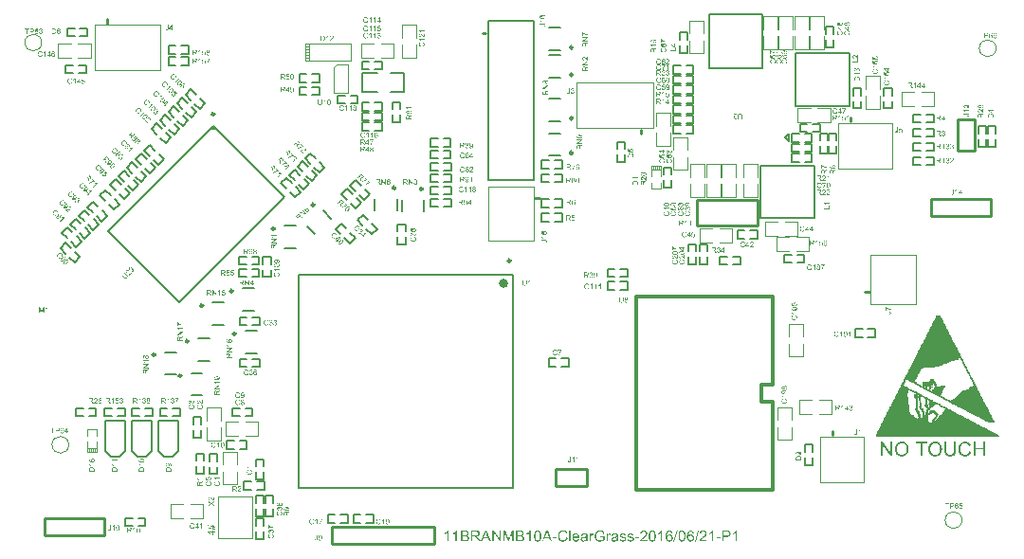
<source format=gto>
G04 Layer_Color=65535*
%FSLAX25Y25*%
%MOIN*%
G70*
G01*
G75*
%ADD44C,0.00800*%
%ADD47C,0.01000*%
%ADD48C,0.00600*%
%ADD49C,0.00500*%
%ADD107C,0.00984*%
%ADD108C,0.00394*%
%ADD109C,0.01575*%
%ADD110C,0.00787*%
%ADD111C,0.00787*%
%ADD112C,0.00400*%
%ADD113C,0.00492*%
%ADD114C,0.01181*%
%ADD115C,0.00402*%
G36*
X228583Y-19078D02*
X228619Y-19083D01*
X228660Y-19092D01*
X228705Y-19103D01*
X228752Y-19116D01*
X228796Y-19139D01*
X228799D01*
X228802Y-19141D01*
X228816Y-19150D01*
X228838Y-19163D01*
X228866Y-19183D01*
X228896Y-19211D01*
X228929Y-19241D01*
X228960Y-19277D01*
X228990Y-19319D01*
X228993Y-19324D01*
X229004Y-19338D01*
X229015Y-19363D01*
X229034Y-19399D01*
X229051Y-19441D01*
X229073Y-19488D01*
X229093Y-19543D01*
X229109Y-19604D01*
Y-19607D01*
X229112Y-19612D01*
X229115Y-19621D01*
X229118Y-19634D01*
X229120Y-19651D01*
X229123Y-19670D01*
X229129Y-19695D01*
X229131Y-19723D01*
X229137Y-19753D01*
X229140Y-19787D01*
X229142Y-19826D01*
X229148Y-19864D01*
X229151Y-19909D01*
Y-19953D01*
X229154Y-20003D01*
Y-20055D01*
Y-20058D01*
Y-20069D01*
Y-20089D01*
Y-20111D01*
X229151Y-20141D01*
Y-20175D01*
X229148Y-20211D01*
X229145Y-20249D01*
X229137Y-20338D01*
X229123Y-20429D01*
X229106Y-20518D01*
X229095Y-20560D01*
X229082Y-20601D01*
Y-20604D01*
X229079Y-20609D01*
X229073Y-20620D01*
X229068Y-20634D01*
X229062Y-20654D01*
X229051Y-20673D01*
X229029Y-20720D01*
X229001Y-20770D01*
X228965Y-20825D01*
X228924Y-20875D01*
X228874Y-20922D01*
X228871D01*
X228868Y-20928D01*
X228860Y-20933D01*
X228849Y-20939D01*
X228835Y-20947D01*
X228821Y-20958D01*
X228780Y-20978D01*
X228730Y-20997D01*
X228672Y-21017D01*
X228602Y-21028D01*
X228528Y-21033D01*
X228500D01*
X228481Y-21031D01*
X228458Y-21028D01*
X228431Y-21022D01*
X228400Y-21017D01*
X228367Y-21008D01*
X228334Y-20997D01*
X228298Y-20986D01*
X228262Y-20969D01*
X228226Y-20950D01*
X228190Y-20928D01*
X228154Y-20900D01*
X228120Y-20870D01*
X228090Y-20837D01*
X228087Y-20834D01*
X228082Y-20825D01*
X228073Y-20812D01*
X228060Y-20789D01*
X228046Y-20764D01*
X228032Y-20731D01*
X228012Y-20693D01*
X227996Y-20648D01*
X227979Y-20598D01*
X227962Y-20540D01*
X227946Y-20477D01*
X227932Y-20404D01*
X227918Y-20327D01*
X227910Y-20244D01*
X227904Y-20152D01*
X227902Y-20055D01*
Y-20053D01*
Y-20042D01*
Y-20022D01*
Y-20000D01*
X227904Y-19970D01*
Y-19936D01*
X227907Y-19900D01*
X227910Y-19859D01*
X227918Y-19773D01*
X227932Y-19681D01*
X227949Y-19590D01*
X227960Y-19548D01*
X227971Y-19507D01*
Y-19504D01*
X227974Y-19499D01*
X227979Y-19488D01*
X227985Y-19474D01*
X227990Y-19454D01*
X228001Y-19435D01*
X228023Y-19388D01*
X228051Y-19338D01*
X228087Y-19285D01*
X228129Y-19233D01*
X228179Y-19188D01*
X228181D01*
X228184Y-19183D01*
X228192Y-19177D01*
X228204Y-19172D01*
X228217Y-19161D01*
X228234Y-19152D01*
X228275Y-19130D01*
X228325Y-19111D01*
X228383Y-19092D01*
X228453Y-19080D01*
X228528Y-19075D01*
X228553D01*
X228583Y-19078D01*
D02*
G37*
G36*
X225450Y-19053D02*
X225475Y-19056D01*
X225505Y-19058D01*
X225536Y-19061D01*
X225572Y-19069D01*
X225647Y-19086D01*
X225730Y-19111D01*
X225771Y-19128D01*
X225810Y-19147D01*
X225849Y-19172D01*
X225888Y-19197D01*
X225890Y-19199D01*
X225896Y-19202D01*
X225907Y-19211D01*
X225921Y-19224D01*
X225935Y-19238D01*
X225954Y-19258D01*
X225974Y-19280D01*
X225996Y-19302D01*
X226018Y-19330D01*
X226040Y-19363D01*
X226065Y-19396D01*
X226087Y-19432D01*
X226107Y-19474D01*
X226129Y-19515D01*
X226145Y-19560D01*
X226162Y-19610D01*
X225913Y-19668D01*
Y-19665D01*
X225910Y-19659D01*
X225904Y-19648D01*
X225899Y-19634D01*
X225893Y-19618D01*
X225885Y-19596D01*
X225863Y-19551D01*
X225835Y-19501D01*
X225802Y-19452D01*
X225760Y-19405D01*
X225716Y-19363D01*
X225711Y-19357D01*
X225694Y-19346D01*
X225666Y-19332D01*
X225630Y-19313D01*
X225583Y-19296D01*
X225530Y-19280D01*
X225467Y-19269D01*
X225397Y-19266D01*
X225375D01*
X225361Y-19269D01*
X225342D01*
X225320Y-19272D01*
X225267Y-19280D01*
X225209Y-19291D01*
X225148Y-19310D01*
X225084Y-19338D01*
X225026Y-19374D01*
X225024D01*
X225021Y-19380D01*
X225001Y-19393D01*
X224976Y-19416D01*
X224946Y-19449D01*
X224910Y-19490D01*
X224877Y-19537D01*
X224846Y-19596D01*
X224819Y-19659D01*
Y-19662D01*
X224816Y-19668D01*
X224813Y-19676D01*
X224810Y-19690D01*
X224805Y-19706D01*
X224799Y-19726D01*
X224791Y-19773D01*
X224780Y-19828D01*
X224769Y-19889D01*
X224763Y-19956D01*
X224760Y-20028D01*
Y-20030D01*
Y-20039D01*
Y-20053D01*
Y-20069D01*
X224763Y-20089D01*
Y-20114D01*
X224766Y-20141D01*
X224769Y-20172D01*
X224777Y-20238D01*
X224791Y-20310D01*
X224808Y-20382D01*
X224830Y-20454D01*
Y-20457D01*
X224832Y-20463D01*
X224838Y-20471D01*
X224844Y-20485D01*
X224860Y-20518D01*
X224885Y-20557D01*
X224916Y-20601D01*
X224954Y-20648D01*
X224999Y-20690D01*
X225051Y-20729D01*
X225054D01*
X225060Y-20731D01*
X225068Y-20737D01*
X225079Y-20742D01*
X225093Y-20748D01*
X225109Y-20756D01*
X225148Y-20773D01*
X225198Y-20789D01*
X225253Y-20803D01*
X225314Y-20814D01*
X225378Y-20817D01*
X225397D01*
X225414Y-20814D01*
X225433D01*
X225453Y-20812D01*
X225503Y-20801D01*
X225561Y-20787D01*
X225619Y-20764D01*
X225680Y-20734D01*
X225711Y-20718D01*
X225738Y-20695D01*
X225741Y-20693D01*
X225744Y-20690D01*
X225752Y-20682D01*
X225763Y-20673D01*
X225774Y-20659D01*
X225788Y-20643D01*
X225805Y-20626D01*
X225818Y-20604D01*
X225835Y-20579D01*
X225854Y-20551D01*
X225871Y-20524D01*
X225888Y-20490D01*
X225902Y-20454D01*
X225916Y-20415D01*
X225929Y-20374D01*
X225940Y-20330D01*
X226195Y-20393D01*
Y-20396D01*
X226192Y-20407D01*
X226187Y-20424D01*
X226179Y-20446D01*
X226170Y-20471D01*
X226159Y-20501D01*
X226145Y-20535D01*
X226129Y-20571D01*
X226090Y-20648D01*
X226040Y-20726D01*
X226010Y-20764D01*
X225979Y-20803D01*
X225946Y-20837D01*
X225907Y-20870D01*
X225904Y-20873D01*
X225899Y-20878D01*
X225885Y-20884D01*
X225871Y-20895D01*
X225849Y-20909D01*
X225827Y-20922D01*
X225796Y-20936D01*
X225766Y-20950D01*
X225730Y-20967D01*
X225691Y-20981D01*
X225649Y-20994D01*
X225605Y-21008D01*
X225558Y-21019D01*
X225508Y-21025D01*
X225456Y-21031D01*
X225400Y-21033D01*
X225370D01*
X225348Y-21031D01*
X225323D01*
X225292Y-21028D01*
X225259Y-21022D01*
X225220Y-21017D01*
X225140Y-21003D01*
X225057Y-20981D01*
X224974Y-20950D01*
X224935Y-20931D01*
X224896Y-20909D01*
X224893Y-20906D01*
X224888Y-20903D01*
X224877Y-20895D01*
X224866Y-20884D01*
X224849Y-20873D01*
X224830Y-20856D01*
X224808Y-20837D01*
X224785Y-20814D01*
X224763Y-20789D01*
X224738Y-20764D01*
X224688Y-20701D01*
X224641Y-20626D01*
X224600Y-20543D01*
Y-20540D01*
X224594Y-20532D01*
X224591Y-20518D01*
X224583Y-20501D01*
X224578Y-20479D01*
X224569Y-20451D01*
X224558Y-20421D01*
X224550Y-20388D01*
X224542Y-20352D01*
X224531Y-20310D01*
X224517Y-20224D01*
X224505Y-20127D01*
X224500Y-20028D01*
Y-20025D01*
Y-20014D01*
Y-19997D01*
X224503Y-19978D01*
Y-19950D01*
X224505Y-19922D01*
X224508Y-19886D01*
X224514Y-19850D01*
X224528Y-19770D01*
X224547Y-19681D01*
X224575Y-19593D01*
X224614Y-19507D01*
X224616Y-19504D01*
X224619Y-19496D01*
X224625Y-19485D01*
X224636Y-19471D01*
X224647Y-19452D01*
X224661Y-19429D01*
X224697Y-19380D01*
X224744Y-19324D01*
X224799Y-19269D01*
X224863Y-19213D01*
X224938Y-19166D01*
X224940Y-19163D01*
X224949Y-19161D01*
X224960Y-19155D01*
X224974Y-19147D01*
X224996Y-19139D01*
X225018Y-19130D01*
X225046Y-19119D01*
X225076Y-19108D01*
X225109Y-19097D01*
X225145Y-19086D01*
X225223Y-19069D01*
X225312Y-19056D01*
X225403Y-19050D01*
X225431D01*
X225450Y-19053D01*
D02*
G37*
G36*
Y-21553D02*
X225475Y-21555D01*
X225505Y-21558D01*
X225536Y-21561D01*
X225572Y-21569D01*
X225647Y-21586D01*
X225730Y-21611D01*
X225771Y-21628D01*
X225810Y-21647D01*
X225849Y-21672D01*
X225888Y-21697D01*
X225890Y-21700D01*
X225896Y-21702D01*
X225907Y-21711D01*
X225921Y-21724D01*
X225935Y-21738D01*
X225954Y-21758D01*
X225974Y-21780D01*
X225996Y-21802D01*
X226018Y-21830D01*
X226040Y-21863D01*
X226065Y-21896D01*
X226087Y-21932D01*
X226107Y-21974D01*
X226129Y-22015D01*
X226145Y-22060D01*
X226162Y-22109D01*
X225913Y-22168D01*
Y-22165D01*
X225910Y-22159D01*
X225904Y-22148D01*
X225899Y-22134D01*
X225893Y-22118D01*
X225885Y-22096D01*
X225863Y-22051D01*
X225835Y-22001D01*
X225802Y-21952D01*
X225760Y-21904D01*
X225716Y-21863D01*
X225711Y-21857D01*
X225694Y-21846D01*
X225666Y-21833D01*
X225630Y-21813D01*
X225583Y-21796D01*
X225530Y-21780D01*
X225467Y-21769D01*
X225397Y-21766D01*
X225375D01*
X225361Y-21769D01*
X225342D01*
X225320Y-21771D01*
X225267Y-21780D01*
X225209Y-21791D01*
X225148Y-21810D01*
X225084Y-21838D01*
X225026Y-21874D01*
X225024D01*
X225021Y-21880D01*
X225001Y-21893D01*
X224976Y-21916D01*
X224946Y-21949D01*
X224910Y-21990D01*
X224877Y-22037D01*
X224846Y-22096D01*
X224819Y-22159D01*
Y-22162D01*
X224816Y-22168D01*
X224813Y-22176D01*
X224810Y-22190D01*
X224805Y-22206D01*
X224799Y-22226D01*
X224791Y-22273D01*
X224780Y-22328D01*
X224769Y-22389D01*
X224763Y-22456D01*
X224760Y-22528D01*
Y-22531D01*
Y-22539D01*
Y-22553D01*
Y-22569D01*
X224763Y-22589D01*
Y-22614D01*
X224766Y-22641D01*
X224769Y-22672D01*
X224777Y-22738D01*
X224791Y-22810D01*
X224808Y-22882D01*
X224830Y-22954D01*
Y-22957D01*
X224832Y-22963D01*
X224838Y-22971D01*
X224844Y-22985D01*
X224860Y-23018D01*
X224885Y-23057D01*
X224916Y-23101D01*
X224954Y-23148D01*
X224999Y-23190D01*
X225051Y-23228D01*
X225054D01*
X225060Y-23231D01*
X225068Y-23237D01*
X225079Y-23242D01*
X225093Y-23248D01*
X225109Y-23256D01*
X225148Y-23273D01*
X225198Y-23290D01*
X225253Y-23303D01*
X225314Y-23314D01*
X225378Y-23317D01*
X225397D01*
X225414Y-23314D01*
X225433D01*
X225453Y-23312D01*
X225503Y-23301D01*
X225561Y-23287D01*
X225619Y-23265D01*
X225680Y-23234D01*
X225711Y-23217D01*
X225738Y-23195D01*
X225741Y-23192D01*
X225744Y-23190D01*
X225752Y-23181D01*
X225763Y-23173D01*
X225774Y-23159D01*
X225788Y-23143D01*
X225805Y-23126D01*
X225818Y-23104D01*
X225835Y-23079D01*
X225854Y-23051D01*
X225871Y-23024D01*
X225888Y-22990D01*
X225902Y-22954D01*
X225916Y-22916D01*
X225929Y-22874D01*
X225940Y-22830D01*
X226195Y-22893D01*
Y-22896D01*
X226192Y-22907D01*
X226187Y-22924D01*
X226179Y-22946D01*
X226170Y-22971D01*
X226159Y-23001D01*
X226145Y-23035D01*
X226129Y-23071D01*
X226090Y-23148D01*
X226040Y-23226D01*
X226010Y-23265D01*
X225979Y-23303D01*
X225946Y-23337D01*
X225907Y-23370D01*
X225904Y-23373D01*
X225899Y-23378D01*
X225885Y-23384D01*
X225871Y-23395D01*
X225849Y-23409D01*
X225827Y-23422D01*
X225796Y-23436D01*
X225766Y-23450D01*
X225730Y-23467D01*
X225691Y-23481D01*
X225649Y-23494D01*
X225605Y-23508D01*
X225558Y-23519D01*
X225508Y-23525D01*
X225456Y-23530D01*
X225400Y-23533D01*
X225370D01*
X225348Y-23530D01*
X225323D01*
X225292Y-23528D01*
X225259Y-23522D01*
X225220Y-23517D01*
X225140Y-23503D01*
X225057Y-23481D01*
X224974Y-23450D01*
X224935Y-23431D01*
X224896Y-23409D01*
X224893Y-23406D01*
X224888Y-23403D01*
X224877Y-23395D01*
X224866Y-23384D01*
X224849Y-23373D01*
X224830Y-23356D01*
X224808Y-23337D01*
X224785Y-23314D01*
X224763Y-23290D01*
X224738Y-23265D01*
X224688Y-23201D01*
X224641Y-23126D01*
X224600Y-23043D01*
Y-23040D01*
X224594Y-23032D01*
X224591Y-23018D01*
X224583Y-23001D01*
X224578Y-22979D01*
X224569Y-22952D01*
X224558Y-22921D01*
X224550Y-22888D01*
X224542Y-22852D01*
X224531Y-22810D01*
X224517Y-22724D01*
X224505Y-22627D01*
X224500Y-22528D01*
Y-22525D01*
Y-22514D01*
Y-22497D01*
X224503Y-22478D01*
Y-22450D01*
X224505Y-22422D01*
X224508Y-22387D01*
X224514Y-22351D01*
X224528Y-22270D01*
X224547Y-22182D01*
X224575Y-22093D01*
X224614Y-22007D01*
X224616Y-22004D01*
X224619Y-21996D01*
X224625Y-21985D01*
X224636Y-21971D01*
X224647Y-21952D01*
X224661Y-21929D01*
X224697Y-21880D01*
X224744Y-21824D01*
X224799Y-21769D01*
X224863Y-21713D01*
X224938Y-21666D01*
X224940Y-21664D01*
X224949Y-21661D01*
X224960Y-21655D01*
X224974Y-21647D01*
X224996Y-21639D01*
X225018Y-21630D01*
X225046Y-21619D01*
X225076Y-21608D01*
X225109Y-21597D01*
X225145Y-21586D01*
X225223Y-21569D01*
X225312Y-21555D01*
X225403Y-21550D01*
X225431D01*
X225450Y-21553D01*
D02*
G37*
G36*
X227591Y-21833D02*
X226824D01*
X226722Y-22351D01*
X226724Y-22348D01*
X226730Y-22345D01*
X226738Y-22339D01*
X226752Y-22331D01*
X226769Y-22323D01*
X226788Y-22312D01*
X226832Y-22289D01*
X226888Y-22267D01*
X226949Y-22248D01*
X227015Y-22234D01*
X227048Y-22229D01*
X227109D01*
X227126Y-22231D01*
X227148Y-22234D01*
X227173Y-22237D01*
X227201Y-22242D01*
X227231Y-22251D01*
X227298Y-22270D01*
X227334Y-22284D01*
X227370Y-22303D01*
X227406Y-22323D01*
X227442Y-22345D01*
X227475Y-22373D01*
X227508Y-22403D01*
X227511Y-22406D01*
X227517Y-22411D01*
X227525Y-22420D01*
X227536Y-22433D01*
X227550Y-22453D01*
X227564Y-22472D01*
X227580Y-22497D01*
X227597Y-22525D01*
X227611Y-22555D01*
X227627Y-22589D01*
X227641Y-22627D01*
X227655Y-22666D01*
X227666Y-22708D01*
X227674Y-22755D01*
X227680Y-22802D01*
X227683Y-22852D01*
Y-22855D01*
Y-22863D01*
Y-22877D01*
X227680Y-22896D01*
X227677Y-22918D01*
X227674Y-22943D01*
X227669Y-22974D01*
X227663Y-23004D01*
X227647Y-23076D01*
X227619Y-23151D01*
X227602Y-23190D01*
X227580Y-23226D01*
X227558Y-23265D01*
X227530Y-23301D01*
X227528Y-23303D01*
X227522Y-23312D01*
X227511Y-23323D01*
X227497Y-23337D01*
X227478Y-23353D01*
X227456Y-23375D01*
X227428Y-23395D01*
X227397Y-23417D01*
X227364Y-23439D01*
X227325Y-23458D01*
X227284Y-23478D01*
X227239Y-23497D01*
X227192Y-23511D01*
X227140Y-23522D01*
X227084Y-23530D01*
X227026Y-23533D01*
X227001D01*
X226982Y-23530D01*
X226960Y-23528D01*
X226935Y-23525D01*
X226904Y-23522D01*
X226874Y-23514D01*
X226805Y-23497D01*
X226735Y-23472D01*
X226699Y-23456D01*
X226663Y-23436D01*
X226630Y-23414D01*
X226597Y-23389D01*
X226594Y-23386D01*
X226589Y-23384D01*
X226583Y-23373D01*
X226572Y-23361D01*
X226558Y-23348D01*
X226544Y-23331D01*
X226528Y-23309D01*
X226514Y-23284D01*
X226497Y-23259D01*
X226481Y-23228D01*
X226450Y-23162D01*
X226425Y-23085D01*
X226417Y-23043D01*
X226411Y-22999D01*
X226658Y-22979D01*
Y-22982D01*
Y-22987D01*
X226661Y-22996D01*
X226663Y-23010D01*
X226672Y-23040D01*
X226683Y-23082D01*
X226699Y-23123D01*
X226722Y-23170D01*
X226749Y-23212D01*
X226782Y-23251D01*
X226788Y-23254D01*
X226799Y-23265D01*
X226821Y-23278D01*
X226852Y-23295D01*
X226885Y-23312D01*
X226926Y-23325D01*
X226974Y-23337D01*
X227026Y-23339D01*
X227043D01*
X227054Y-23337D01*
X227087Y-23334D01*
X227126Y-23323D01*
X227173Y-23309D01*
X227220Y-23287D01*
X227270Y-23254D01*
X227292Y-23234D01*
X227314Y-23212D01*
X227317Y-23209D01*
X227320Y-23206D01*
X227325Y-23198D01*
X227334Y-23190D01*
X227353Y-23159D01*
X227375Y-23121D01*
X227395Y-23073D01*
X227414Y-23015D01*
X227428Y-22946D01*
X227433Y-22910D01*
Y-22871D01*
Y-22868D01*
Y-22863D01*
Y-22852D01*
X227431Y-22838D01*
Y-22821D01*
X227428Y-22802D01*
X227420Y-22758D01*
X227406Y-22705D01*
X227386Y-22652D01*
X227359Y-22603D01*
X227320Y-22555D01*
Y-22553D01*
X227314Y-22550D01*
X227301Y-22536D01*
X227275Y-22517D01*
X227242Y-22494D01*
X227198Y-22475D01*
X227148Y-22456D01*
X227090Y-22442D01*
X227057Y-22436D01*
X227004D01*
X226982Y-22439D01*
X226954Y-22442D01*
X226921Y-22450D01*
X226888Y-22458D01*
X226852Y-22472D01*
X226816Y-22489D01*
X226813Y-22492D01*
X226802Y-22497D01*
X226785Y-22511D01*
X226763Y-22525D01*
X226741Y-22544D01*
X226719Y-22569D01*
X226694Y-22594D01*
X226674Y-22625D01*
X226453Y-22594D01*
X226638Y-21608D01*
X227591D01*
Y-21833D01*
D02*
G37*
G36*
X228536Y-21578D02*
X228550D01*
X228569Y-21580D01*
X228616Y-21589D01*
X228669Y-21600D01*
X228727Y-21619D01*
X228785Y-21644D01*
X228843Y-21677D01*
X228846D01*
X228849Y-21683D01*
X228857Y-21688D01*
X228868Y-21697D01*
X228896Y-21719D01*
X228932Y-21749D01*
X228968Y-21791D01*
X229010Y-21841D01*
X229046Y-21899D01*
X229079Y-21965D01*
Y-21968D01*
X229082Y-21974D01*
X229087Y-21985D01*
X229093Y-21999D01*
X229098Y-22018D01*
X229106Y-22043D01*
X229112Y-22071D01*
X229120Y-22101D01*
X229129Y-22137D01*
X229137Y-22179D01*
X229142Y-22223D01*
X229148Y-22270D01*
X229154Y-22323D01*
X229159Y-22378D01*
X229162Y-22439D01*
Y-22503D01*
Y-22506D01*
Y-22519D01*
Y-22539D01*
Y-22564D01*
X229159Y-22594D01*
Y-22630D01*
X229156Y-22672D01*
X229151Y-22713D01*
X229142Y-22807D01*
X229129Y-22907D01*
X229109Y-23001D01*
X229095Y-23049D01*
X229082Y-23090D01*
Y-23093D01*
X229079Y-23098D01*
X229073Y-23109D01*
X229068Y-23126D01*
X229059Y-23143D01*
X229048Y-23165D01*
X229021Y-23212D01*
X228987Y-23265D01*
X228949Y-23320D01*
X228899Y-23373D01*
X228843Y-23420D01*
X228841D01*
X228835Y-23425D01*
X228827Y-23431D01*
X228816Y-23436D01*
X228799Y-23445D01*
X228782Y-23456D01*
X228760Y-23467D01*
X228738Y-23475D01*
X228685Y-23497D01*
X228622Y-23517D01*
X228553Y-23528D01*
X228475Y-23533D01*
X228453D01*
X228439Y-23530D01*
X228419D01*
X228397Y-23528D01*
X228345Y-23517D01*
X228287Y-23503D01*
X228226Y-23481D01*
X228165Y-23450D01*
X228134Y-23431D01*
X228106Y-23409D01*
X228104Y-23406D01*
X228101Y-23403D01*
X228093Y-23395D01*
X228084Y-23386D01*
X228073Y-23373D01*
X228060Y-23356D01*
X228032Y-23317D01*
X228004Y-23267D01*
X227976Y-23206D01*
X227954Y-23137D01*
X227938Y-23057D01*
X228165Y-23037D01*
Y-23040D01*
X228168Y-23046D01*
Y-23051D01*
X228170Y-23062D01*
X228179Y-23093D01*
X228190Y-23126D01*
X228204Y-23165D01*
X228223Y-23204D01*
X228245Y-23240D01*
X228273Y-23270D01*
X228275Y-23273D01*
X228287Y-23281D01*
X228306Y-23292D01*
X228328Y-23303D01*
X228359Y-23317D01*
X228395Y-23328D01*
X228436Y-23337D01*
X228481Y-23339D01*
X228500D01*
X228519Y-23337D01*
X228544Y-23334D01*
X228575Y-23328D01*
X228605Y-23320D01*
X228638Y-23309D01*
X228669Y-23292D01*
X228672Y-23290D01*
X228683Y-23284D01*
X228699Y-23273D01*
X228716Y-23256D01*
X228738Y-23237D01*
X228760Y-23215D01*
X228782Y-23190D01*
X228805Y-23159D01*
X228807Y-23156D01*
X228813Y-23143D01*
X228824Y-23123D01*
X228835Y-23098D01*
X228849Y-23065D01*
X228863Y-23026D01*
X228877Y-22982D01*
X228890Y-22932D01*
Y-22929D01*
X228893Y-22927D01*
Y-22918D01*
X228896Y-22907D01*
X228902Y-22880D01*
X228910Y-22843D01*
X228915Y-22799D01*
X228921Y-22752D01*
X228924Y-22700D01*
X228926Y-22644D01*
Y-22641D01*
Y-22633D01*
Y-22619D01*
Y-22597D01*
X228924Y-22603D01*
X228913Y-22616D01*
X228896Y-22636D01*
X228877Y-22663D01*
X228849Y-22691D01*
X228816Y-22722D01*
X228777Y-22752D01*
X228733Y-22780D01*
X228727Y-22783D01*
X228710Y-22791D01*
X228685Y-22802D01*
X228655Y-22813D01*
X228613Y-22827D01*
X228569Y-22838D01*
X228519Y-22846D01*
X228467Y-22849D01*
X228445D01*
X228428Y-22846D01*
X228406Y-22843D01*
X228383Y-22841D01*
X228356Y-22835D01*
X228328Y-22827D01*
X228264Y-22807D01*
X228231Y-22794D01*
X228198Y-22777D01*
X228162Y-22758D01*
X228129Y-22733D01*
X228096Y-22708D01*
X228065Y-22677D01*
X228062Y-22674D01*
X228057Y-22669D01*
X228051Y-22661D01*
X228040Y-22647D01*
X228026Y-22627D01*
X228012Y-22608D01*
X227998Y-22583D01*
X227985Y-22555D01*
X227968Y-22525D01*
X227954Y-22492D01*
X227940Y-22453D01*
X227926Y-22414D01*
X227915Y-22370D01*
X227910Y-22323D01*
X227904Y-22276D01*
X227902Y-22223D01*
Y-22220D01*
Y-22209D01*
Y-22195D01*
X227904Y-22176D01*
X227907Y-22151D01*
X227910Y-22120D01*
X227915Y-22090D01*
X227924Y-22054D01*
X227943Y-21982D01*
X227957Y-21943D01*
X227974Y-21902D01*
X227993Y-21863D01*
X228018Y-21827D01*
X228043Y-21788D01*
X228073Y-21755D01*
X228076Y-21752D01*
X228082Y-21747D01*
X228090Y-21738D01*
X228104Y-21727D01*
X228120Y-21713D01*
X228142Y-21697D01*
X228165Y-21683D01*
X228192Y-21664D01*
X228220Y-21647D01*
X228253Y-21633D01*
X228328Y-21602D01*
X228367Y-21591D01*
X228411Y-21583D01*
X228456Y-21578D01*
X228503Y-21575D01*
X228522D01*
X228536Y-21578D01*
D02*
G37*
G36*
X227129Y-19078D02*
X227148D01*
X227170Y-19080D01*
X227223Y-19092D01*
X227281Y-19105D01*
X227342Y-19128D01*
X227403Y-19161D01*
X227433Y-19180D01*
X227461Y-19202D01*
X227464Y-19205D01*
X227467Y-19208D01*
X227475Y-19216D01*
X227483Y-19224D01*
X227497Y-19238D01*
X227508Y-19255D01*
X227539Y-19294D01*
X227569Y-19343D01*
X227597Y-19405D01*
X227622Y-19474D01*
X227638Y-19551D01*
X227403Y-19571D01*
Y-19568D01*
X227400Y-19565D01*
X227397Y-19548D01*
X227389Y-19524D01*
X227378Y-19493D01*
X227367Y-19460D01*
X227350Y-19427D01*
X227331Y-19396D01*
X227311Y-19371D01*
X227306Y-19366D01*
X227295Y-19355D01*
X227275Y-19338D01*
X227248Y-19319D01*
X227212Y-19302D01*
X227173Y-19285D01*
X227126Y-19274D01*
X227076Y-19269D01*
X227057D01*
X227034Y-19272D01*
X227010Y-19277D01*
X226976Y-19285D01*
X226943Y-19296D01*
X226910Y-19310D01*
X226877Y-19332D01*
X226871Y-19335D01*
X226857Y-19346D01*
X226838Y-19366D01*
X226813Y-19393D01*
X226785Y-19427D01*
X226755Y-19465D01*
X226727Y-19515D01*
X226699Y-19571D01*
Y-19573D01*
X226697Y-19579D01*
X226694Y-19587D01*
X226688Y-19598D01*
X226686Y-19615D01*
X226680Y-19634D01*
X226674Y-19657D01*
X226669Y-19684D01*
X226661Y-19715D01*
X226655Y-19748D01*
X226649Y-19784D01*
X226647Y-19823D01*
X226641Y-19867D01*
X226638Y-19911D01*
X226636Y-19961D01*
Y-20011D01*
X226638Y-20008D01*
X226649Y-19992D01*
X226669Y-19970D01*
X226694Y-19942D01*
X226722Y-19909D01*
X226758Y-19878D01*
X226796Y-19848D01*
X226841Y-19820D01*
X226843D01*
X226846Y-19817D01*
X226863Y-19809D01*
X226888Y-19801D01*
X226921Y-19787D01*
X226960Y-19776D01*
X227004Y-19767D01*
X227051Y-19759D01*
X227101Y-19756D01*
X227123D01*
X227140Y-19759D01*
X227162Y-19762D01*
X227184Y-19765D01*
X227212Y-19770D01*
X227239Y-19778D01*
X227303Y-19798D01*
X227337Y-19812D01*
X227370Y-19831D01*
X227403Y-19850D01*
X227439Y-19873D01*
X227472Y-19900D01*
X227503Y-19931D01*
X227505Y-19933D01*
X227511Y-19939D01*
X227519Y-19947D01*
X227528Y-19961D01*
X227541Y-19981D01*
X227555Y-20000D01*
X227569Y-20025D01*
X227586Y-20053D01*
X227602Y-20083D01*
X227616Y-20116D01*
X227630Y-20155D01*
X227644Y-20194D01*
X227652Y-20235D01*
X227661Y-20283D01*
X227666Y-20330D01*
X227669Y-20380D01*
Y-20382D01*
Y-20388D01*
Y-20396D01*
Y-20410D01*
X227666Y-20427D01*
Y-20443D01*
X227658Y-20488D01*
X227649Y-20540D01*
X227636Y-20596D01*
X227616Y-20656D01*
X227589Y-20715D01*
Y-20718D01*
X227586Y-20720D01*
X227580Y-20729D01*
X227575Y-20740D01*
X227558Y-20767D01*
X227533Y-20803D01*
X227503Y-20842D01*
X227467Y-20881D01*
X227422Y-20920D01*
X227375Y-20953D01*
X227373D01*
X227370Y-20956D01*
X227361Y-20961D01*
X227350Y-20964D01*
X227323Y-20978D01*
X227287Y-20992D01*
X227239Y-21008D01*
X227187Y-21019D01*
X227129Y-21031D01*
X227065Y-21033D01*
X227051D01*
X227037Y-21031D01*
X227015D01*
X226990Y-21028D01*
X226962Y-21022D01*
X226929Y-21014D01*
X226896Y-21005D01*
X226857Y-20994D01*
X226818Y-20981D01*
X226780Y-20964D01*
X226738Y-20942D01*
X226699Y-20917D01*
X226661Y-20889D01*
X226622Y-20856D01*
X226586Y-20817D01*
X226583Y-20814D01*
X226577Y-20806D01*
X226569Y-20795D01*
X226558Y-20776D01*
X226541Y-20751D01*
X226528Y-20723D01*
X226511Y-20687D01*
X226494Y-20648D01*
X226475Y-20601D01*
X226458Y-20549D01*
X226445Y-20490D01*
X226431Y-20427D01*
X226417Y-20355D01*
X226409Y-20277D01*
X226403Y-20194D01*
X226400Y-20105D01*
Y-20102D01*
Y-20100D01*
Y-20091D01*
Y-20080D01*
X226403Y-20053D01*
Y-20014D01*
X226406Y-19970D01*
X226411Y-19917D01*
X226417Y-19859D01*
X226425Y-19795D01*
X226436Y-19731D01*
X226450Y-19662D01*
X226467Y-19596D01*
X226486Y-19529D01*
X226511Y-19465D01*
X226539Y-19405D01*
X226569Y-19346D01*
X226605Y-19296D01*
X226608Y-19294D01*
X226613Y-19288D01*
X226625Y-19277D01*
X226638Y-19260D01*
X226655Y-19244D01*
X226677Y-19227D01*
X226705Y-19205D01*
X226733Y-19186D01*
X226766Y-19166D01*
X226802Y-19144D01*
X226843Y-19128D01*
X226885Y-19108D01*
X226932Y-19094D01*
X226982Y-19083D01*
X227034Y-19078D01*
X227090Y-19075D01*
X227112D01*
X227129Y-19078D01*
D02*
G37*
G36*
X228583Y-12578D02*
X228605Y-12580D01*
X228633Y-12583D01*
X228663Y-12589D01*
X228694Y-12594D01*
X228766Y-12614D01*
X228838Y-12641D01*
X228874Y-12658D01*
X228910Y-12677D01*
X228943Y-12702D01*
X228974Y-12730D01*
X228976Y-12733D01*
X228982Y-12735D01*
X228987Y-12747D01*
X228998Y-12758D01*
X229012Y-12772D01*
X229026Y-12791D01*
X229040Y-12810D01*
X229057Y-12835D01*
X229084Y-12888D01*
X229112Y-12954D01*
X229123Y-12988D01*
X229129Y-13026D01*
X229134Y-13065D01*
X229137Y-13107D01*
Y-13112D01*
Y-13126D01*
X229134Y-13148D01*
X229131Y-13179D01*
X229126Y-13212D01*
X229115Y-13251D01*
X229104Y-13292D01*
X229087Y-13334D01*
X229084Y-13339D01*
X229079Y-13353D01*
X229068Y-13375D01*
X229051Y-13406D01*
X229029Y-13439D01*
X229001Y-13481D01*
X228968Y-13522D01*
X228929Y-13569D01*
X228924Y-13575D01*
X228910Y-13591D01*
X228896Y-13605D01*
X228882Y-13619D01*
X228866Y-13636D01*
X228843Y-13658D01*
X228821Y-13680D01*
X228794Y-13705D01*
X228766Y-13733D01*
X228733Y-13763D01*
X228696Y-13794D01*
X228658Y-13830D01*
X228613Y-13866D01*
X228569Y-13904D01*
X228566Y-13907D01*
X228561Y-13913D01*
X228550Y-13921D01*
X228536Y-13932D01*
X228519Y-13949D01*
X228500Y-13965D01*
X228456Y-14001D01*
X228409Y-14043D01*
X228364Y-14085D01*
X228325Y-14120D01*
X228309Y-14134D01*
X228295Y-14148D01*
X228292Y-14151D01*
X228284Y-14159D01*
X228273Y-14170D01*
X228259Y-14187D01*
X228245Y-14206D01*
X228228Y-14226D01*
X228195Y-14273D01*
X229140D01*
Y-14500D01*
X227868D01*
Y-14497D01*
Y-14486D01*
Y-14469D01*
X227871Y-14447D01*
X227874Y-14422D01*
X227879Y-14395D01*
X227885Y-14367D01*
X227896Y-14337D01*
Y-14334D01*
X227899Y-14331D01*
X227904Y-14314D01*
X227915Y-14289D01*
X227932Y-14256D01*
X227954Y-14218D01*
X227982Y-14173D01*
X228012Y-14129D01*
X228051Y-14082D01*
Y-14079D01*
X228057Y-14076D01*
X228070Y-14060D01*
X228096Y-14035D01*
X228132Y-13999D01*
X228173Y-13957D01*
X228226Y-13907D01*
X228289Y-13852D01*
X228359Y-13794D01*
X228361Y-13791D01*
X228373Y-13783D01*
X228389Y-13769D01*
X228409Y-13752D01*
X228433Y-13730D01*
X228464Y-13705D01*
X228494Y-13677D01*
X228530Y-13647D01*
X228600Y-13580D01*
X228669Y-13514D01*
X228702Y-13481D01*
X228733Y-13447D01*
X228760Y-13417D01*
X228782Y-13386D01*
Y-13384D01*
X228788Y-13381D01*
X228794Y-13373D01*
X228799Y-13362D01*
X228818Y-13331D01*
X228841Y-13295D01*
X228860Y-13251D01*
X228879Y-13204D01*
X228890Y-13151D01*
X228896Y-13101D01*
Y-13098D01*
Y-13096D01*
X228893Y-13079D01*
X228890Y-13051D01*
X228882Y-13021D01*
X228871Y-12982D01*
X228852Y-12943D01*
X228827Y-12904D01*
X228794Y-12866D01*
X228788Y-12860D01*
X228774Y-12849D01*
X228755Y-12835D01*
X228724Y-12816D01*
X228685Y-12799D01*
X228641Y-12783D01*
X228589Y-12772D01*
X228530Y-12769D01*
X228514D01*
X228503Y-12772D01*
X228469Y-12774D01*
X228431Y-12783D01*
X228389Y-12794D01*
X228342Y-12813D01*
X228298Y-12838D01*
X228256Y-12871D01*
X228251Y-12877D01*
X228239Y-12891D01*
X228223Y-12913D01*
X228206Y-12946D01*
X228187Y-12985D01*
X228170Y-13035D01*
X228159Y-13090D01*
X228154Y-13154D01*
X227913Y-13129D01*
Y-13126D01*
X227915Y-13118D01*
Y-13104D01*
X227918Y-13084D01*
X227924Y-13062D01*
X227929Y-13037D01*
X227938Y-13007D01*
X227946Y-12977D01*
X227968Y-12910D01*
X228001Y-12844D01*
X228021Y-12810D01*
X228046Y-12777D01*
X228070Y-12747D01*
X228098Y-12719D01*
X228101Y-12716D01*
X228106Y-12713D01*
X228115Y-12705D01*
X228129Y-12697D01*
X228145Y-12686D01*
X228165Y-12675D01*
X228187Y-12661D01*
X228215Y-12647D01*
X228245Y-12633D01*
X228278Y-12619D01*
X228314Y-12608D01*
X228353Y-12597D01*
X228395Y-12589D01*
X228439Y-12580D01*
X228486Y-12578D01*
X228536Y-12575D01*
X228564D01*
X228583Y-12578D01*
D02*
G37*
G36*
X225450Y-12553D02*
X225475Y-12555D01*
X225505Y-12558D01*
X225536Y-12561D01*
X225572Y-12569D01*
X225647Y-12586D01*
X225730Y-12611D01*
X225771Y-12628D01*
X225810Y-12647D01*
X225849Y-12672D01*
X225888Y-12697D01*
X225890Y-12699D01*
X225896Y-12702D01*
X225907Y-12711D01*
X225921Y-12724D01*
X225935Y-12738D01*
X225954Y-12758D01*
X225974Y-12780D01*
X225996Y-12802D01*
X226018Y-12830D01*
X226040Y-12863D01*
X226065Y-12896D01*
X226087Y-12932D01*
X226107Y-12974D01*
X226129Y-13015D01*
X226145Y-13060D01*
X226162Y-13110D01*
X225913Y-13168D01*
Y-13165D01*
X225910Y-13159D01*
X225904Y-13148D01*
X225899Y-13134D01*
X225893Y-13118D01*
X225885Y-13096D01*
X225863Y-13051D01*
X225835Y-13001D01*
X225802Y-12952D01*
X225760Y-12904D01*
X225716Y-12863D01*
X225711Y-12857D01*
X225694Y-12846D01*
X225666Y-12833D01*
X225630Y-12813D01*
X225583Y-12797D01*
X225530Y-12780D01*
X225467Y-12769D01*
X225397Y-12766D01*
X225375D01*
X225361Y-12769D01*
X225342D01*
X225320Y-12772D01*
X225267Y-12780D01*
X225209Y-12791D01*
X225148Y-12810D01*
X225084Y-12838D01*
X225026Y-12874D01*
X225024D01*
X225021Y-12880D01*
X225001Y-12893D01*
X224976Y-12916D01*
X224946Y-12949D01*
X224910Y-12990D01*
X224877Y-13037D01*
X224846Y-13096D01*
X224819Y-13159D01*
Y-13162D01*
X224816Y-13168D01*
X224813Y-13176D01*
X224810Y-13190D01*
X224805Y-13206D01*
X224799Y-13226D01*
X224791Y-13273D01*
X224780Y-13328D01*
X224769Y-13389D01*
X224763Y-13456D01*
X224760Y-13528D01*
Y-13531D01*
Y-13539D01*
Y-13553D01*
Y-13569D01*
X224763Y-13589D01*
Y-13614D01*
X224766Y-13641D01*
X224769Y-13672D01*
X224777Y-13738D01*
X224791Y-13810D01*
X224808Y-13882D01*
X224830Y-13954D01*
Y-13957D01*
X224832Y-13963D01*
X224838Y-13971D01*
X224844Y-13985D01*
X224860Y-14018D01*
X224885Y-14057D01*
X224916Y-14101D01*
X224954Y-14148D01*
X224999Y-14190D01*
X225051Y-14229D01*
X225054D01*
X225060Y-14231D01*
X225068Y-14237D01*
X225079Y-14242D01*
X225093Y-14248D01*
X225109Y-14256D01*
X225148Y-14273D01*
X225198Y-14289D01*
X225253Y-14303D01*
X225314Y-14314D01*
X225378Y-14317D01*
X225397D01*
X225414Y-14314D01*
X225433D01*
X225453Y-14312D01*
X225503Y-14301D01*
X225561Y-14287D01*
X225619Y-14265D01*
X225680Y-14234D01*
X225711Y-14218D01*
X225738Y-14195D01*
X225741Y-14193D01*
X225744Y-14190D01*
X225752Y-14182D01*
X225763Y-14173D01*
X225774Y-14159D01*
X225788Y-14143D01*
X225805Y-14126D01*
X225818Y-14104D01*
X225835Y-14079D01*
X225854Y-14051D01*
X225871Y-14024D01*
X225888Y-13990D01*
X225902Y-13954D01*
X225916Y-13916D01*
X225929Y-13874D01*
X225940Y-13830D01*
X226195Y-13893D01*
Y-13896D01*
X226192Y-13907D01*
X226187Y-13924D01*
X226179Y-13946D01*
X226170Y-13971D01*
X226159Y-14001D01*
X226145Y-14035D01*
X226129Y-14071D01*
X226090Y-14148D01*
X226040Y-14226D01*
X226010Y-14265D01*
X225979Y-14303D01*
X225946Y-14337D01*
X225907Y-14370D01*
X225904Y-14373D01*
X225899Y-14378D01*
X225885Y-14384D01*
X225871Y-14395D01*
X225849Y-14409D01*
X225827Y-14422D01*
X225796Y-14436D01*
X225766Y-14450D01*
X225730Y-14467D01*
X225691Y-14481D01*
X225649Y-14494D01*
X225605Y-14508D01*
X225558Y-14519D01*
X225508Y-14525D01*
X225456Y-14530D01*
X225400Y-14533D01*
X225370D01*
X225348Y-14530D01*
X225323D01*
X225292Y-14528D01*
X225259Y-14522D01*
X225220Y-14517D01*
X225140Y-14503D01*
X225057Y-14481D01*
X224974Y-14450D01*
X224935Y-14431D01*
X224896Y-14409D01*
X224893Y-14406D01*
X224888Y-14403D01*
X224877Y-14395D01*
X224866Y-14384D01*
X224849Y-14373D01*
X224830Y-14356D01*
X224808Y-14337D01*
X224785Y-14314D01*
X224763Y-14289D01*
X224738Y-14265D01*
X224688Y-14201D01*
X224641Y-14126D01*
X224600Y-14043D01*
Y-14040D01*
X224594Y-14032D01*
X224591Y-14018D01*
X224583Y-14001D01*
X224578Y-13979D01*
X224569Y-13951D01*
X224558Y-13921D01*
X224550Y-13888D01*
X224542Y-13852D01*
X224531Y-13810D01*
X224517Y-13724D01*
X224505Y-13627D01*
X224500Y-13528D01*
Y-13525D01*
Y-13514D01*
Y-13497D01*
X224503Y-13478D01*
Y-13450D01*
X224505Y-13422D01*
X224508Y-13386D01*
X224514Y-13351D01*
X224528Y-13270D01*
X224547Y-13182D01*
X224575Y-13093D01*
X224614Y-13007D01*
X224616Y-13004D01*
X224619Y-12996D01*
X224625Y-12985D01*
X224636Y-12971D01*
X224647Y-12952D01*
X224661Y-12929D01*
X224697Y-12880D01*
X224744Y-12824D01*
X224799Y-12769D01*
X224863Y-12713D01*
X224938Y-12666D01*
X224940Y-12664D01*
X224949Y-12661D01*
X224960Y-12655D01*
X224974Y-12647D01*
X224996Y-12639D01*
X225018Y-12630D01*
X225046Y-12619D01*
X225076Y-12608D01*
X225109Y-12597D01*
X225145Y-12586D01*
X225223Y-12569D01*
X225312Y-12555D01*
X225403Y-12550D01*
X225431D01*
X225450Y-12553D01*
D02*
G37*
G36*
X268500Y-10262D02*
X267001D01*
X267004Y-10265D01*
X267015Y-10279D01*
X267032Y-10296D01*
X267051Y-10323D01*
X267076Y-10354D01*
X267104Y-10393D01*
X267134Y-10437D01*
X267165Y-10487D01*
Y-10490D01*
X267168Y-10492D01*
X267179Y-10509D01*
X267193Y-10537D01*
X267209Y-10570D01*
X267229Y-10609D01*
X267248Y-10650D01*
X267267Y-10692D01*
X267284Y-10733D01*
X267057D01*
Y-10731D01*
X267051Y-10725D01*
X267049Y-10714D01*
X267040Y-10700D01*
X267032Y-10684D01*
X267021Y-10664D01*
X266993Y-10617D01*
X266963Y-10562D01*
X266924Y-10506D01*
X266880Y-10448D01*
X266832Y-10390D01*
X266830Y-10387D01*
X266827Y-10384D01*
X266819Y-10376D01*
X266810Y-10365D01*
X266783Y-10340D01*
X266749Y-10307D01*
X266711Y-10273D01*
X266666Y-10238D01*
X266622Y-10207D01*
X266575Y-10179D01*
Y-10027D01*
X268500D01*
Y-10262D01*
D02*
G37*
G36*
X267907Y-12622D02*
X267924Y-12628D01*
X267946Y-12636D01*
X267971Y-12645D01*
X268001Y-12656D01*
X268035Y-12670D01*
X268071Y-12686D01*
X268148Y-12725D01*
X268226Y-12775D01*
X268265Y-12805D01*
X268303Y-12836D01*
X268337Y-12869D01*
X268370Y-12908D01*
X268373Y-12911D01*
X268378Y-12916D01*
X268384Y-12930D01*
X268395Y-12944D01*
X268409Y-12966D01*
X268422Y-12988D01*
X268436Y-13019D01*
X268450Y-13049D01*
X268467Y-13085D01*
X268481Y-13124D01*
X268495Y-13165D01*
X268508Y-13210D01*
X268519Y-13257D01*
X268525Y-13307D01*
X268531Y-13359D01*
X268533Y-13415D01*
Y-13418D01*
Y-13429D01*
Y-13445D01*
X268531Y-13467D01*
Y-13492D01*
X268528Y-13523D01*
X268522Y-13556D01*
X268517Y-13595D01*
X268503Y-13675D01*
X268481Y-13758D01*
X268450Y-13841D01*
X268431Y-13880D01*
X268409Y-13919D01*
X268406Y-13922D01*
X268403Y-13927D01*
X268395Y-13938D01*
X268384Y-13949D01*
X268373Y-13966D01*
X268356Y-13985D01*
X268337Y-14007D01*
X268314Y-14030D01*
X268289Y-14052D01*
X268265Y-14077D01*
X268201Y-14127D01*
X268126Y-14174D01*
X268043Y-14215D01*
X268040D01*
X268032Y-14221D01*
X268018Y-14224D01*
X268001Y-14232D01*
X267979Y-14237D01*
X267951Y-14246D01*
X267921Y-14257D01*
X267888Y-14265D01*
X267852Y-14273D01*
X267810Y-14285D01*
X267724Y-14298D01*
X267627Y-14309D01*
X267528Y-14315D01*
X267497D01*
X267478Y-14312D01*
X267450D01*
X267423Y-14309D01*
X267387Y-14307D01*
X267351Y-14301D01*
X267270Y-14287D01*
X267181Y-14268D01*
X267093Y-14240D01*
X267007Y-14201D01*
X267004Y-14199D01*
X266996Y-14196D01*
X266985Y-14190D01*
X266971Y-14179D01*
X266952Y-14168D01*
X266929Y-14154D01*
X266880Y-14118D01*
X266824Y-14071D01*
X266769Y-14016D01*
X266713Y-13952D01*
X266666Y-13877D01*
X266664Y-13874D01*
X266661Y-13866D01*
X266655Y-13855D01*
X266647Y-13841D01*
X266639Y-13819D01*
X266630Y-13797D01*
X266619Y-13769D01*
X266608Y-13739D01*
X266597Y-13706D01*
X266586Y-13670D01*
X266569Y-13592D01*
X266556Y-13503D01*
X266550Y-13412D01*
Y-13409D01*
Y-13398D01*
Y-13384D01*
X266553Y-13365D01*
X266556Y-13340D01*
X266558Y-13309D01*
X266561Y-13279D01*
X266569Y-13243D01*
X266586Y-13168D01*
X266611Y-13085D01*
X266628Y-13044D01*
X266647Y-13005D01*
X266672Y-12966D01*
X266697Y-12927D01*
X266700Y-12924D01*
X266702Y-12919D01*
X266711Y-12908D01*
X266724Y-12894D01*
X266738Y-12880D01*
X266758Y-12861D01*
X266780Y-12841D01*
X266802Y-12819D01*
X266830Y-12797D01*
X266863Y-12775D01*
X266896Y-12750D01*
X266932Y-12728D01*
X266974Y-12708D01*
X267015Y-12686D01*
X267060Y-12670D01*
X267109Y-12653D01*
X267168Y-12902D01*
X267165D01*
X267159Y-12905D01*
X267148Y-12911D01*
X267134Y-12916D01*
X267118Y-12922D01*
X267096Y-12930D01*
X267051Y-12952D01*
X267001Y-12980D01*
X266952Y-13013D01*
X266904Y-13055D01*
X266863Y-13099D01*
X266857Y-13104D01*
X266846Y-13121D01*
X266832Y-13149D01*
X266813Y-13185D01*
X266796Y-13232D01*
X266780Y-13284D01*
X266769Y-13348D01*
X266766Y-13418D01*
Y-13420D01*
Y-13429D01*
Y-13440D01*
X266769Y-13453D01*
Y-13473D01*
X266772Y-13495D01*
X266780Y-13548D01*
X266791Y-13606D01*
X266810Y-13667D01*
X266838Y-13731D01*
X266874Y-13789D01*
Y-13791D01*
X266880Y-13794D01*
X266893Y-13814D01*
X266916Y-13838D01*
X266949Y-13869D01*
X266990Y-13905D01*
X267037Y-13938D01*
X267096Y-13969D01*
X267159Y-13996D01*
X267162D01*
X267168Y-13999D01*
X267176Y-14002D01*
X267190Y-14005D01*
X267206Y-14010D01*
X267226Y-14016D01*
X267273Y-14024D01*
X267328Y-14035D01*
X267389Y-14046D01*
X267456Y-14052D01*
X267528Y-14055D01*
X267569D01*
X267589Y-14052D01*
X267614D01*
X267641Y-14049D01*
X267672Y-14046D01*
X267738Y-14038D01*
X267810Y-14024D01*
X267882Y-14007D01*
X267954Y-13985D01*
X267957D01*
X267963Y-13983D01*
X267971Y-13977D01*
X267985Y-13972D01*
X268018Y-13955D01*
X268057Y-13930D01*
X268101Y-13900D01*
X268148Y-13861D01*
X268190Y-13816D01*
X268229Y-13764D01*
Y-13761D01*
X268231Y-13755D01*
X268237Y-13747D01*
X268242Y-13736D01*
X268248Y-13722D01*
X268256Y-13706D01*
X268273Y-13667D01*
X268289Y-13617D01*
X268303Y-13562D01*
X268314Y-13501D01*
X268317Y-13437D01*
Y-13434D01*
Y-13429D01*
Y-13418D01*
X268314Y-13401D01*
Y-13382D01*
X268312Y-13362D01*
X268301Y-13312D01*
X268287Y-13254D01*
X268265Y-13196D01*
X268234Y-13135D01*
X268217Y-13104D01*
X268195Y-13077D01*
X268193Y-13074D01*
X268190Y-13071D01*
X268181Y-13063D01*
X268173Y-13052D01*
X268159Y-13041D01*
X268143Y-13027D01*
X268126Y-13010D01*
X268104Y-12996D01*
X268079Y-12980D01*
X268051Y-12960D01*
X268024Y-12944D01*
X267990Y-12927D01*
X267954Y-12913D01*
X267916Y-12900D01*
X267874Y-12886D01*
X267830Y-12875D01*
X267893Y-12620D01*
X267896D01*
X267907Y-12622D01*
D02*
G37*
G36*
X267927Y-11149D02*
X267943D01*
X267988Y-11157D01*
X268040Y-11165D01*
X268096Y-11179D01*
X268157Y-11199D01*
X268215Y-11226D01*
X268217D01*
X268220Y-11229D01*
X268229Y-11235D01*
X268240Y-11240D01*
X268267Y-11257D01*
X268303Y-11282D01*
X268342Y-11312D01*
X268381Y-11348D01*
X268420Y-11393D01*
X268453Y-11440D01*
Y-11443D01*
X268456Y-11445D01*
X268461Y-11453D01*
X268464Y-11465D01*
X268478Y-11492D01*
X268492Y-11528D01*
X268508Y-11575D01*
X268519Y-11628D01*
X268531Y-11686D01*
X268533Y-11750D01*
Y-11753D01*
Y-11764D01*
X268531Y-11778D01*
Y-11800D01*
X268528Y-11825D01*
X268522Y-11852D01*
X268514Y-11886D01*
X268506Y-11919D01*
X268495Y-11958D01*
X268481Y-11997D01*
X268464Y-12035D01*
X268442Y-12077D01*
X268417Y-12116D01*
X268389Y-12154D01*
X268356Y-12193D01*
X268317Y-12229D01*
X268314Y-12232D01*
X268306Y-12237D01*
X268295Y-12246D01*
X268276Y-12257D01*
X268251Y-12274D01*
X268223Y-12287D01*
X268187Y-12304D01*
X268148Y-12321D01*
X268101Y-12340D01*
X268049Y-12357D01*
X267990Y-12370D01*
X267927Y-12384D01*
X267855Y-12398D01*
X267777Y-12406D01*
X267694Y-12412D01*
X267605Y-12415D01*
X267580D01*
X267553Y-12412D01*
X267514D01*
X267470Y-12409D01*
X267417Y-12404D01*
X267359Y-12398D01*
X267295Y-12390D01*
X267231Y-12379D01*
X267162Y-12365D01*
X267096Y-12348D01*
X267029Y-12329D01*
X266965Y-12304D01*
X266904Y-12276D01*
X266846Y-12246D01*
X266796Y-12210D01*
X266794Y-12207D01*
X266788Y-12201D01*
X266777Y-12190D01*
X266760Y-12177D01*
X266744Y-12160D01*
X266727Y-12138D01*
X266705Y-12110D01*
X266686Y-12082D01*
X266666Y-12049D01*
X266644Y-12013D01*
X266628Y-11971D01*
X266608Y-11930D01*
X266594Y-11883D01*
X266583Y-11833D01*
X266578Y-11780D01*
X266575Y-11725D01*
Y-11722D01*
Y-11714D01*
Y-11703D01*
X266578Y-11686D01*
Y-11667D01*
X266580Y-11645D01*
X266592Y-11592D01*
X266605Y-11534D01*
X266628Y-11473D01*
X266661Y-11412D01*
X266680Y-11382D01*
X266702Y-11354D01*
X266705Y-11351D01*
X266708Y-11348D01*
X266716Y-11340D01*
X266724Y-11332D01*
X266738Y-11318D01*
X266755Y-11307D01*
X266794Y-11276D01*
X266844Y-11246D01*
X266904Y-11218D01*
X266974Y-11193D01*
X267051Y-11177D01*
X267071Y-11412D01*
X267068D01*
X267065Y-11415D01*
X267049Y-11417D01*
X267024Y-11426D01*
X266993Y-11437D01*
X266960Y-11448D01*
X266927Y-11465D01*
X266896Y-11484D01*
X266871Y-11503D01*
X266866Y-11509D01*
X266855Y-11520D01*
X266838Y-11539D01*
X266819Y-11567D01*
X266802Y-11603D01*
X266785Y-11642D01*
X266774Y-11689D01*
X266769Y-11739D01*
Y-11744D01*
Y-11758D01*
X266772Y-11780D01*
X266777Y-11805D01*
X266785Y-11839D01*
X266796Y-11872D01*
X266810Y-11905D01*
X266832Y-11938D01*
X266835Y-11944D01*
X266846Y-11958D01*
X266866Y-11977D01*
X266893Y-12002D01*
X266927Y-12030D01*
X266965Y-12060D01*
X267015Y-12088D01*
X267071Y-12116D01*
X267073D01*
X267079Y-12118D01*
X267087Y-12121D01*
X267098Y-12127D01*
X267115Y-12129D01*
X267134Y-12135D01*
X267157Y-12140D01*
X267184Y-12146D01*
X267215Y-12154D01*
X267248Y-12160D01*
X267284Y-12165D01*
X267323Y-12168D01*
X267367Y-12174D01*
X267411Y-12177D01*
X267461Y-12179D01*
X267511D01*
X267508Y-12177D01*
X267492Y-12165D01*
X267470Y-12146D01*
X267442Y-12121D01*
X267409Y-12093D01*
X267378Y-12057D01*
X267348Y-12019D01*
X267320Y-11974D01*
Y-11971D01*
X267317Y-11969D01*
X267309Y-11952D01*
X267301Y-11927D01*
X267287Y-11894D01*
X267276Y-11855D01*
X267267Y-11811D01*
X267259Y-11764D01*
X267256Y-11714D01*
Y-11711D01*
Y-11703D01*
Y-11692D01*
X267259Y-11675D01*
X267262Y-11653D01*
X267265Y-11631D01*
X267270Y-11603D01*
X267278Y-11575D01*
X267298Y-11512D01*
X267312Y-11479D01*
X267331Y-11445D01*
X267351Y-11412D01*
X267373Y-11376D01*
X267400Y-11343D01*
X267431Y-11312D01*
X267434Y-11310D01*
X267439Y-11304D01*
X267447Y-11296D01*
X267461Y-11287D01*
X267481Y-11274D01*
X267500Y-11260D01*
X267525Y-11246D01*
X267553Y-11229D01*
X267583Y-11213D01*
X267616Y-11199D01*
X267655Y-11185D01*
X267694Y-11171D01*
X267736Y-11163D01*
X267783Y-11154D01*
X267830Y-11149D01*
X267880Y-11146D01*
X267910D01*
X267927Y-11149D01*
D02*
G37*
G36*
X229396Y-46135D02*
X229418Y-46138D01*
X229443Y-46141D01*
X229474Y-46146D01*
X229504Y-46152D01*
X229576Y-46168D01*
X229651Y-46196D01*
X229690Y-46213D01*
X229726Y-46235D01*
X229765Y-46257D01*
X229801Y-46285D01*
X229803Y-46287D01*
X229812Y-46293D01*
X229823Y-46304D01*
X229837Y-46318D01*
X229853Y-46337D01*
X229875Y-46359D01*
X229895Y-46387D01*
X229917Y-46417D01*
X229939Y-46451D01*
X229958Y-46490D01*
X229978Y-46531D01*
X229997Y-46575D01*
X230011Y-46622D01*
X230022Y-46675D01*
X230030Y-46731D01*
X230033Y-46789D01*
Y-46791D01*
Y-46800D01*
Y-46814D01*
X230030Y-46833D01*
X230028Y-46855D01*
X230025Y-46880D01*
X230022Y-46911D01*
X230014Y-46941D01*
X229997Y-47010D01*
X229972Y-47080D01*
X229956Y-47116D01*
X229936Y-47152D01*
X229914Y-47185D01*
X229889Y-47218D01*
X229886Y-47221D01*
X229884Y-47226D01*
X229873Y-47232D01*
X229861Y-47243D01*
X229848Y-47257D01*
X229831Y-47271D01*
X229809Y-47287D01*
X229784Y-47301D01*
X229759Y-47318D01*
X229729Y-47334D01*
X229662Y-47365D01*
X229585Y-47390D01*
X229543Y-47398D01*
X229499Y-47404D01*
X229479Y-47157D01*
X229488D01*
X229496Y-47154D01*
X229510Y-47152D01*
X229540Y-47143D01*
X229582Y-47132D01*
X229623Y-47116D01*
X229670Y-47093D01*
X229712Y-47066D01*
X229751Y-47032D01*
X229753Y-47027D01*
X229765Y-47016D01*
X229778Y-46994D01*
X229795Y-46963D01*
X229812Y-46930D01*
X229825Y-46888D01*
X229837Y-46841D01*
X229839Y-46789D01*
Y-46786D01*
Y-46780D01*
Y-46772D01*
X229837Y-46761D01*
X229834Y-46728D01*
X229823Y-46689D01*
X229809Y-46642D01*
X229787Y-46595D01*
X229753Y-46545D01*
X229734Y-46523D01*
X229712Y-46501D01*
X229709Y-46498D01*
X229706Y-46495D01*
X229698Y-46490D01*
X229690Y-46481D01*
X229659Y-46462D01*
X229621Y-46440D01*
X229573Y-46420D01*
X229515Y-46401D01*
X229446Y-46387D01*
X229410Y-46382D01*
X229352D01*
X229338Y-46384D01*
X229321D01*
X229302Y-46387D01*
X229258Y-46395D01*
X229205Y-46409D01*
X229152Y-46429D01*
X229102Y-46456D01*
X229055Y-46495D01*
X229053D01*
X229050Y-46501D01*
X229036Y-46514D01*
X229017Y-46539D01*
X228994Y-46573D01*
X228975Y-46617D01*
X228956Y-46667D01*
X228942Y-46725D01*
X228936Y-46758D01*
Y-46791D01*
Y-46797D01*
Y-46811D01*
X228939Y-46833D01*
X228942Y-46861D01*
X228950Y-46894D01*
X228959Y-46927D01*
X228972Y-46963D01*
X228989Y-46999D01*
X228992Y-47002D01*
X228997Y-47013D01*
X229011Y-47030D01*
X229025Y-47052D01*
X229044Y-47074D01*
X229069Y-47096D01*
X229094Y-47121D01*
X229125Y-47140D01*
X229094Y-47362D01*
X228108Y-47177D01*
Y-46224D01*
X228332D01*
Y-46991D01*
X228851Y-47093D01*
X228848Y-47091D01*
X228845Y-47085D01*
X228839Y-47077D01*
X228831Y-47063D01*
X228823Y-47046D01*
X228812Y-47027D01*
X228789Y-46983D01*
X228767Y-46927D01*
X228748Y-46866D01*
X228734Y-46800D01*
X228729Y-46767D01*
Y-46731D01*
Y-46728D01*
Y-46720D01*
Y-46706D01*
X228731Y-46689D01*
X228734Y-46667D01*
X228737Y-46642D01*
X228742Y-46614D01*
X228751Y-46584D01*
X228770Y-46517D01*
X228784Y-46481D01*
X228803Y-46445D01*
X228823Y-46409D01*
X228845Y-46373D01*
X228873Y-46340D01*
X228903Y-46307D01*
X228906Y-46304D01*
X228911Y-46298D01*
X228920Y-46290D01*
X228934Y-46279D01*
X228953Y-46265D01*
X228972Y-46251D01*
X228997Y-46235D01*
X229025Y-46218D01*
X229055Y-46204D01*
X229089Y-46188D01*
X229127Y-46174D01*
X229166Y-46160D01*
X229208Y-46149D01*
X229255Y-46141D01*
X229302Y-46135D01*
X229352Y-46132D01*
X229377D01*
X229396Y-46135D01*
D02*
G37*
G36*
X229476Y-44659D02*
X229499Y-44661D01*
X229524Y-44667D01*
X229551Y-44672D01*
X229582Y-44678D01*
X229648Y-44700D01*
X229684Y-44717D01*
X229717Y-44733D01*
X229753Y-44756D01*
X229789Y-44780D01*
X229825Y-44808D01*
X229859Y-44841D01*
X229861Y-44844D01*
X229867Y-44850D01*
X229875Y-44861D01*
X229886Y-44875D01*
X229900Y-44891D01*
X229914Y-44913D01*
X229931Y-44938D01*
X229945Y-44969D01*
X229961Y-44999D01*
X229978Y-45035D01*
X229992Y-45071D01*
X230006Y-45113D01*
X230017Y-45157D01*
X230025Y-45204D01*
X230030Y-45251D01*
X230033Y-45304D01*
Y-45307D01*
Y-45315D01*
Y-45329D01*
X230030Y-45346D01*
X230028Y-45368D01*
X230025Y-45393D01*
X230019Y-45420D01*
X230014Y-45451D01*
X229997Y-45517D01*
X229970Y-45586D01*
X229953Y-45623D01*
X229934Y-45656D01*
X229909Y-45689D01*
X229884Y-45722D01*
X229881Y-45725D01*
X229875Y-45731D01*
X229867Y-45739D01*
X229856Y-45747D01*
X229842Y-45761D01*
X229823Y-45775D01*
X229803Y-45792D01*
X229778Y-45808D01*
X229751Y-45825D01*
X229723Y-45841D01*
X229657Y-45872D01*
X229579Y-45897D01*
X229537Y-45905D01*
X229493Y-45911D01*
X229463Y-45675D01*
X229465D01*
X229471Y-45672D01*
X229482Y-45670D01*
X229496Y-45667D01*
X229513Y-45664D01*
X229532Y-45659D01*
X229573Y-45645D01*
X229623Y-45625D01*
X229670Y-45600D01*
X229715Y-45573D01*
X229753Y-45539D01*
X229756Y-45534D01*
X229767Y-45523D01*
X229781Y-45501D01*
X229795Y-45473D01*
X229812Y-45440D01*
X229825Y-45398D01*
X229837Y-45351D01*
X229839Y-45301D01*
Y-45298D01*
Y-45293D01*
Y-45285D01*
X229837Y-45274D01*
X229834Y-45243D01*
X229825Y-45204D01*
X229812Y-45160D01*
X229792Y-45113D01*
X229765Y-45066D01*
X229726Y-45022D01*
X229720Y-45016D01*
X229704Y-45002D01*
X229679Y-44985D01*
X229645Y-44963D01*
X229604Y-44941D01*
X229557Y-44925D01*
X229501Y-44911D01*
X229440Y-44905D01*
X229424D01*
X229413Y-44908D01*
X229382Y-44911D01*
X229346Y-44919D01*
X229302Y-44930D01*
X229258Y-44949D01*
X229213Y-44977D01*
X229172Y-45013D01*
X229166Y-45019D01*
X229155Y-45033D01*
X229138Y-45055D01*
X229119Y-45085D01*
X229100Y-45124D01*
X229083Y-45171D01*
X229072Y-45224D01*
X229066Y-45282D01*
Y-45285D01*
Y-45293D01*
Y-45307D01*
X229069Y-45326D01*
X229072Y-45351D01*
X229078Y-45379D01*
X229083Y-45412D01*
X229091Y-45448D01*
X228884Y-45420D01*
Y-45418D01*
Y-45406D01*
X228887Y-45395D01*
Y-45384D01*
Y-45382D01*
Y-45379D01*
Y-45371D01*
Y-45359D01*
X228881Y-45329D01*
X228875Y-45293D01*
X228867Y-45251D01*
X228853Y-45204D01*
X228834Y-45160D01*
X228809Y-45113D01*
Y-45110D01*
X228806Y-45107D01*
X228795Y-45094D01*
X228776Y-45074D01*
X228751Y-45052D01*
X228715Y-45030D01*
X228673Y-45010D01*
X228626Y-44997D01*
X228598Y-44991D01*
X228546D01*
X228524Y-44997D01*
X228493Y-45002D01*
X228460Y-45013D01*
X228424Y-45027D01*
X228388Y-45049D01*
X228355Y-45080D01*
X228352Y-45082D01*
X228341Y-45096D01*
X228327Y-45116D01*
X228310Y-45141D01*
X228296Y-45174D01*
X228283Y-45213D01*
X228272Y-45257D01*
X228269Y-45307D01*
Y-45309D01*
Y-45312D01*
Y-45329D01*
X228274Y-45354D01*
X228280Y-45387D01*
X228291Y-45423D01*
X228305Y-45459D01*
X228327Y-45498D01*
X228355Y-45534D01*
X228357Y-45537D01*
X228371Y-45548D01*
X228391Y-45564D01*
X228418Y-45584D01*
X228454Y-45603D01*
X228499Y-45623D01*
X228551Y-45639D01*
X228612Y-45650D01*
X228571Y-45886D01*
X228568D01*
X228560Y-45883D01*
X228549Y-45880D01*
X228532Y-45877D01*
X228513Y-45872D01*
X228490Y-45864D01*
X228438Y-45847D01*
X228377Y-45819D01*
X228316Y-45786D01*
X228258Y-45744D01*
X228205Y-45692D01*
X228202Y-45689D01*
X228200Y-45684D01*
X228194Y-45675D01*
X228186Y-45664D01*
X228175Y-45650D01*
X228164Y-45631D01*
X228152Y-45612D01*
X228139Y-45586D01*
X228116Y-45531D01*
X228094Y-45467D01*
X228080Y-45393D01*
X228075Y-45354D01*
Y-45312D01*
Y-45309D01*
Y-45304D01*
Y-45296D01*
Y-45285D01*
X228078Y-45254D01*
X228083Y-45218D01*
X228092Y-45174D01*
X228105Y-45124D01*
X228122Y-45074D01*
X228144Y-45024D01*
Y-45022D01*
X228147Y-45019D01*
X228155Y-45002D01*
X228172Y-44977D01*
X228191Y-44949D01*
X228219Y-44916D01*
X228249Y-44883D01*
X228285Y-44850D01*
X228327Y-44822D01*
X228332Y-44819D01*
X228346Y-44811D01*
X228371Y-44800D01*
X228402Y-44786D01*
X228438Y-44772D01*
X228479Y-44761D01*
X228526Y-44753D01*
X228573Y-44750D01*
X228596D01*
X228618Y-44753D01*
X228648Y-44758D01*
X228684Y-44767D01*
X228723Y-44780D01*
X228762Y-44797D01*
X228801Y-44819D01*
X228806Y-44822D01*
X228817Y-44830D01*
X228837Y-44847D01*
X228859Y-44869D01*
X228884Y-44897D01*
X228911Y-44930D01*
X228936Y-44969D01*
X228961Y-45016D01*
Y-45013D01*
X228964Y-45008D01*
X228967Y-44999D01*
X228970Y-44988D01*
X228981Y-44958D01*
X228997Y-44919D01*
X229019Y-44875D01*
X229047Y-44830D01*
X229083Y-44789D01*
X229125Y-44750D01*
X229130Y-44747D01*
X229147Y-44736D01*
X229174Y-44719D01*
X229211Y-44703D01*
X229255Y-44686D01*
X229308Y-44670D01*
X229368Y-44659D01*
X229435Y-44656D01*
X229460D01*
X229476Y-44659D01*
D02*
G37*
G36*
X229407Y-47622D02*
X229424Y-47628D01*
X229446Y-47636D01*
X229471Y-47645D01*
X229501Y-47656D01*
X229535Y-47670D01*
X229571Y-47686D01*
X229648Y-47725D01*
X229726Y-47775D01*
X229765Y-47805D01*
X229803Y-47836D01*
X229837Y-47869D01*
X229870Y-47908D01*
X229873Y-47911D01*
X229878Y-47916D01*
X229884Y-47930D01*
X229895Y-47944D01*
X229909Y-47966D01*
X229922Y-47988D01*
X229936Y-48019D01*
X229950Y-48049D01*
X229967Y-48085D01*
X229981Y-48124D01*
X229995Y-48165D01*
X230008Y-48210D01*
X230019Y-48257D01*
X230025Y-48307D01*
X230030Y-48359D01*
X230033Y-48415D01*
Y-48417D01*
Y-48429D01*
Y-48445D01*
X230030Y-48467D01*
Y-48492D01*
X230028Y-48523D01*
X230022Y-48556D01*
X230017Y-48595D01*
X230003Y-48675D01*
X229981Y-48758D01*
X229950Y-48841D01*
X229931Y-48880D01*
X229909Y-48919D01*
X229906Y-48922D01*
X229903Y-48927D01*
X229895Y-48938D01*
X229884Y-48949D01*
X229873Y-48966D01*
X229856Y-48985D01*
X229837Y-49007D01*
X229814Y-49030D01*
X229789Y-49052D01*
X229765Y-49077D01*
X229701Y-49127D01*
X229626Y-49174D01*
X229543Y-49215D01*
X229540D01*
X229532Y-49221D01*
X229518Y-49224D01*
X229501Y-49232D01*
X229479Y-49237D01*
X229451Y-49246D01*
X229421Y-49257D01*
X229388Y-49265D01*
X229352Y-49273D01*
X229310Y-49284D01*
X229224Y-49298D01*
X229127Y-49309D01*
X229028Y-49315D01*
X228997D01*
X228978Y-49312D01*
X228950D01*
X228923Y-49309D01*
X228887Y-49307D01*
X228851Y-49301D01*
X228770Y-49287D01*
X228681Y-49268D01*
X228593Y-49240D01*
X228507Y-49201D01*
X228504Y-49199D01*
X228496Y-49196D01*
X228485Y-49190D01*
X228471Y-49179D01*
X228452Y-49168D01*
X228429Y-49154D01*
X228380Y-49118D01*
X228324Y-49071D01*
X228269Y-49016D01*
X228213Y-48952D01*
X228166Y-48877D01*
X228164Y-48875D01*
X228161Y-48866D01*
X228155Y-48855D01*
X228147Y-48841D01*
X228139Y-48819D01*
X228130Y-48797D01*
X228119Y-48769D01*
X228108Y-48739D01*
X228097Y-48706D01*
X228086Y-48669D01*
X228069Y-48592D01*
X228056Y-48503D01*
X228050Y-48412D01*
Y-48409D01*
Y-48398D01*
Y-48384D01*
X228053Y-48365D01*
X228056Y-48340D01*
X228058Y-48309D01*
X228061Y-48279D01*
X228069Y-48243D01*
X228086Y-48168D01*
X228111Y-48085D01*
X228128Y-48044D01*
X228147Y-48005D01*
X228172Y-47966D01*
X228197Y-47927D01*
X228200Y-47924D01*
X228202Y-47919D01*
X228211Y-47908D01*
X228224Y-47894D01*
X228238Y-47880D01*
X228258Y-47861D01*
X228280Y-47841D01*
X228302Y-47819D01*
X228330Y-47797D01*
X228363Y-47775D01*
X228396Y-47750D01*
X228432Y-47728D01*
X228474Y-47708D01*
X228515Y-47686D01*
X228560Y-47670D01*
X228609Y-47653D01*
X228668Y-47902D01*
X228665D01*
X228659Y-47905D01*
X228648Y-47911D01*
X228634Y-47916D01*
X228618Y-47922D01*
X228596Y-47930D01*
X228551Y-47952D01*
X228501Y-47980D01*
X228452Y-48013D01*
X228404Y-48055D01*
X228363Y-48099D01*
X228357Y-48105D01*
X228346Y-48121D01*
X228332Y-48149D01*
X228313Y-48185D01*
X228296Y-48232D01*
X228280Y-48285D01*
X228269Y-48348D01*
X228266Y-48417D01*
Y-48420D01*
Y-48429D01*
Y-48440D01*
X228269Y-48454D01*
Y-48473D01*
X228272Y-48495D01*
X228280Y-48548D01*
X228291Y-48606D01*
X228310Y-48667D01*
X228338Y-48730D01*
X228374Y-48789D01*
Y-48791D01*
X228380Y-48794D01*
X228393Y-48814D01*
X228416Y-48838D01*
X228449Y-48869D01*
X228490Y-48905D01*
X228537Y-48938D01*
X228596Y-48969D01*
X228659Y-48996D01*
X228662D01*
X228668Y-48999D01*
X228676Y-49002D01*
X228690Y-49005D01*
X228706Y-49010D01*
X228726Y-49016D01*
X228773Y-49024D01*
X228828Y-49035D01*
X228889Y-49046D01*
X228956Y-49052D01*
X229028Y-49055D01*
X229069D01*
X229089Y-49052D01*
X229114D01*
X229141Y-49049D01*
X229172Y-49046D01*
X229238Y-49038D01*
X229310Y-49024D01*
X229382Y-49007D01*
X229454Y-48985D01*
X229457D01*
X229463Y-48983D01*
X229471Y-48977D01*
X229485Y-48972D01*
X229518Y-48955D01*
X229557Y-48930D01*
X229601Y-48899D01*
X229648Y-48861D01*
X229690Y-48816D01*
X229729Y-48764D01*
Y-48761D01*
X229731Y-48755D01*
X229737Y-48747D01*
X229742Y-48736D01*
X229748Y-48722D01*
X229756Y-48706D01*
X229773Y-48667D01*
X229789Y-48617D01*
X229803Y-48561D01*
X229814Y-48501D01*
X229817Y-48437D01*
Y-48434D01*
Y-48429D01*
Y-48417D01*
X229814Y-48401D01*
Y-48382D01*
X229812Y-48362D01*
X229801Y-48312D01*
X229787Y-48254D01*
X229765Y-48196D01*
X229734Y-48135D01*
X229717Y-48105D01*
X229695Y-48077D01*
X229693Y-48074D01*
X229690Y-48071D01*
X229681Y-48063D01*
X229673Y-48052D01*
X229659Y-48041D01*
X229643Y-48027D01*
X229626Y-48010D01*
X229604Y-47996D01*
X229579Y-47980D01*
X229551Y-47960D01*
X229524Y-47944D01*
X229490Y-47927D01*
X229454Y-47913D01*
X229415Y-47899D01*
X229374Y-47886D01*
X229330Y-47875D01*
X229393Y-47620D01*
X229396D01*
X229407Y-47622D01*
D02*
G37*
G36*
X67407Y-161123D02*
X67424Y-161128D01*
X67446Y-161136D01*
X67471Y-161145D01*
X67501Y-161156D01*
X67535Y-161170D01*
X67571Y-161186D01*
X67648Y-161225D01*
X67726Y-161275D01*
X67765Y-161305D01*
X67803Y-161336D01*
X67837Y-161369D01*
X67870Y-161408D01*
X67873Y-161411D01*
X67878Y-161416D01*
X67884Y-161430D01*
X67895Y-161444D01*
X67909Y-161466D01*
X67922Y-161488D01*
X67936Y-161519D01*
X67950Y-161549D01*
X67967Y-161585D01*
X67981Y-161624D01*
X67994Y-161665D01*
X68008Y-161710D01*
X68019Y-161757D01*
X68025Y-161807D01*
X68031Y-161859D01*
X68033Y-161915D01*
Y-161917D01*
Y-161929D01*
Y-161945D01*
X68031Y-161967D01*
Y-161992D01*
X68028Y-162023D01*
X68022Y-162056D01*
X68017Y-162095D01*
X68003Y-162175D01*
X67981Y-162258D01*
X67950Y-162341D01*
X67931Y-162380D01*
X67909Y-162419D01*
X67906Y-162422D01*
X67903Y-162427D01*
X67895Y-162438D01*
X67884Y-162449D01*
X67873Y-162466D01*
X67856Y-162485D01*
X67837Y-162507D01*
X67814Y-162530D01*
X67790Y-162552D01*
X67765Y-162577D01*
X67701Y-162627D01*
X67626Y-162674D01*
X67543Y-162715D01*
X67540D01*
X67532Y-162721D01*
X67518Y-162724D01*
X67501Y-162732D01*
X67479Y-162737D01*
X67452Y-162746D01*
X67421Y-162757D01*
X67388Y-162765D01*
X67352Y-162773D01*
X67310Y-162785D01*
X67224Y-162798D01*
X67127Y-162809D01*
X67028Y-162815D01*
X66997D01*
X66978Y-162812D01*
X66950D01*
X66922Y-162809D01*
X66887Y-162807D01*
X66851Y-162801D01*
X66770Y-162787D01*
X66681Y-162768D01*
X66593Y-162740D01*
X66507Y-162701D01*
X66504Y-162699D01*
X66496Y-162696D01*
X66485Y-162690D01*
X66471Y-162679D01*
X66452Y-162668D01*
X66429Y-162654D01*
X66379Y-162618D01*
X66324Y-162571D01*
X66269Y-162516D01*
X66213Y-162452D01*
X66166Y-162377D01*
X66163Y-162374D01*
X66161Y-162366D01*
X66155Y-162355D01*
X66147Y-162341D01*
X66139Y-162319D01*
X66130Y-162297D01*
X66119Y-162269D01*
X66108Y-162239D01*
X66097Y-162206D01*
X66086Y-162170D01*
X66069Y-162092D01*
X66056Y-162003D01*
X66050Y-161912D01*
Y-161909D01*
Y-161898D01*
Y-161884D01*
X66053Y-161865D01*
X66056Y-161840D01*
X66058Y-161809D01*
X66061Y-161779D01*
X66069Y-161743D01*
X66086Y-161668D01*
X66111Y-161585D01*
X66128Y-161544D01*
X66147Y-161505D01*
X66172Y-161466D01*
X66197Y-161427D01*
X66199Y-161424D01*
X66202Y-161419D01*
X66211Y-161408D01*
X66224Y-161394D01*
X66238Y-161380D01*
X66258Y-161361D01*
X66280Y-161341D01*
X66302Y-161319D01*
X66330Y-161297D01*
X66363Y-161275D01*
X66396Y-161250D01*
X66432Y-161228D01*
X66474Y-161208D01*
X66515Y-161186D01*
X66560Y-161170D01*
X66610Y-161153D01*
X66668Y-161402D01*
X66665D01*
X66659Y-161405D01*
X66648Y-161411D01*
X66634Y-161416D01*
X66618Y-161422D01*
X66596Y-161430D01*
X66551Y-161452D01*
X66501Y-161480D01*
X66452Y-161513D01*
X66404Y-161555D01*
X66363Y-161599D01*
X66357Y-161604D01*
X66346Y-161621D01*
X66333Y-161649D01*
X66313Y-161685D01*
X66296Y-161732D01*
X66280Y-161785D01*
X66269Y-161848D01*
X66266Y-161917D01*
Y-161920D01*
Y-161929D01*
Y-161940D01*
X66269Y-161953D01*
Y-161973D01*
X66272Y-161995D01*
X66280Y-162048D01*
X66291Y-162106D01*
X66310Y-162167D01*
X66338Y-162231D01*
X66374Y-162289D01*
Y-162291D01*
X66379Y-162294D01*
X66393Y-162314D01*
X66416Y-162338D01*
X66449Y-162369D01*
X66490Y-162405D01*
X66537Y-162438D01*
X66596Y-162469D01*
X66659Y-162496D01*
X66662D01*
X66668Y-162499D01*
X66676Y-162502D01*
X66690Y-162505D01*
X66706Y-162510D01*
X66726Y-162516D01*
X66773Y-162524D01*
X66828Y-162535D01*
X66889Y-162546D01*
X66956Y-162552D01*
X67028Y-162555D01*
X67069D01*
X67089Y-162552D01*
X67114D01*
X67141Y-162549D01*
X67172Y-162546D01*
X67238Y-162538D01*
X67310Y-162524D01*
X67382Y-162507D01*
X67454Y-162485D01*
X67457D01*
X67463Y-162483D01*
X67471Y-162477D01*
X67485Y-162471D01*
X67518Y-162455D01*
X67557Y-162430D01*
X67601Y-162399D01*
X67648Y-162361D01*
X67690Y-162316D01*
X67729Y-162264D01*
Y-162261D01*
X67731Y-162255D01*
X67737Y-162247D01*
X67742Y-162236D01*
X67748Y-162222D01*
X67756Y-162206D01*
X67773Y-162167D01*
X67790Y-162117D01*
X67803Y-162062D01*
X67814Y-162001D01*
X67817Y-161937D01*
Y-161934D01*
Y-161929D01*
Y-161917D01*
X67814Y-161901D01*
Y-161881D01*
X67812Y-161862D01*
X67801Y-161812D01*
X67787Y-161754D01*
X67765Y-161696D01*
X67734Y-161635D01*
X67717Y-161604D01*
X67695Y-161577D01*
X67693Y-161574D01*
X67690Y-161571D01*
X67681Y-161563D01*
X67673Y-161552D01*
X67659Y-161541D01*
X67643Y-161527D01*
X67626Y-161510D01*
X67604Y-161496D01*
X67579Y-161480D01*
X67551Y-161460D01*
X67524Y-161444D01*
X67490Y-161427D01*
X67454Y-161413D01*
X67415Y-161399D01*
X67374Y-161386D01*
X67330Y-161375D01*
X67393Y-161120D01*
X67396D01*
X67407Y-161123D01*
D02*
G37*
G36*
X67396Y-159635D02*
X67418Y-159638D01*
X67443Y-159641D01*
X67474Y-159646D01*
X67504Y-159652D01*
X67576Y-159668D01*
X67651Y-159696D01*
X67690Y-159713D01*
X67726Y-159735D01*
X67765Y-159757D01*
X67801Y-159785D01*
X67803Y-159787D01*
X67812Y-159793D01*
X67823Y-159804D01*
X67837Y-159818D01*
X67853Y-159837D01*
X67875Y-159859D01*
X67895Y-159887D01*
X67917Y-159917D01*
X67939Y-159951D01*
X67958Y-159990D01*
X67978Y-160031D01*
X67997Y-160075D01*
X68011Y-160123D01*
X68022Y-160175D01*
X68031Y-160231D01*
X68033Y-160289D01*
Y-160292D01*
Y-160300D01*
Y-160314D01*
X68031Y-160333D01*
X68028Y-160355D01*
X68025Y-160380D01*
X68022Y-160411D01*
X68014Y-160441D01*
X67997Y-160510D01*
X67972Y-160580D01*
X67956Y-160616D01*
X67936Y-160652D01*
X67914Y-160685D01*
X67889Y-160718D01*
X67886Y-160721D01*
X67884Y-160726D01*
X67873Y-160732D01*
X67861Y-160743D01*
X67848Y-160757D01*
X67831Y-160771D01*
X67809Y-160787D01*
X67784Y-160801D01*
X67759Y-160818D01*
X67729Y-160834D01*
X67662Y-160865D01*
X67585Y-160890D01*
X67543Y-160898D01*
X67499Y-160904D01*
X67479Y-160657D01*
X67488D01*
X67496Y-160654D01*
X67510Y-160652D01*
X67540Y-160643D01*
X67582Y-160632D01*
X67623Y-160616D01*
X67670Y-160593D01*
X67712Y-160566D01*
X67751Y-160532D01*
X67753Y-160527D01*
X67765Y-160516D01*
X67778Y-160494D01*
X67795Y-160463D01*
X67812Y-160430D01*
X67826Y-160388D01*
X67837Y-160341D01*
X67839Y-160289D01*
Y-160286D01*
Y-160280D01*
Y-160272D01*
X67837Y-160261D01*
X67834Y-160228D01*
X67823Y-160189D01*
X67809Y-160142D01*
X67787Y-160095D01*
X67753Y-160045D01*
X67734Y-160023D01*
X67712Y-160001D01*
X67709Y-159998D01*
X67706Y-159995D01*
X67698Y-159990D01*
X67690Y-159981D01*
X67659Y-159962D01*
X67620Y-159940D01*
X67573Y-159920D01*
X67515Y-159901D01*
X67446Y-159887D01*
X67410Y-159881D01*
X67352D01*
X67338Y-159884D01*
X67321D01*
X67302Y-159887D01*
X67258Y-159895D01*
X67205Y-159909D01*
X67152Y-159929D01*
X67102Y-159956D01*
X67055Y-159995D01*
X67053D01*
X67050Y-160001D01*
X67036Y-160014D01*
X67017Y-160039D01*
X66995Y-160073D01*
X66975Y-160117D01*
X66956Y-160167D01*
X66942Y-160225D01*
X66936Y-160258D01*
Y-160292D01*
Y-160297D01*
Y-160311D01*
X66939Y-160333D01*
X66942Y-160361D01*
X66950Y-160394D01*
X66958Y-160427D01*
X66972Y-160463D01*
X66989Y-160499D01*
X66992Y-160502D01*
X66997Y-160513D01*
X67011Y-160530D01*
X67025Y-160552D01*
X67044Y-160574D01*
X67069Y-160596D01*
X67094Y-160621D01*
X67125Y-160641D01*
X67094Y-160862D01*
X66108Y-160677D01*
Y-159724D01*
X66333D01*
Y-160491D01*
X66851Y-160593D01*
X66848Y-160591D01*
X66845Y-160585D01*
X66839Y-160577D01*
X66831Y-160563D01*
X66823Y-160546D01*
X66812Y-160527D01*
X66790Y-160483D01*
X66767Y-160427D01*
X66748Y-160366D01*
X66734Y-160300D01*
X66729Y-160267D01*
Y-160231D01*
Y-160228D01*
Y-160220D01*
Y-160206D01*
X66731Y-160189D01*
X66734Y-160167D01*
X66737Y-160142D01*
X66742Y-160114D01*
X66751Y-160084D01*
X66770Y-160017D01*
X66784Y-159981D01*
X66803Y-159945D01*
X66823Y-159909D01*
X66845Y-159873D01*
X66873Y-159840D01*
X66903Y-159807D01*
X66906Y-159804D01*
X66911Y-159798D01*
X66920Y-159790D01*
X66934Y-159779D01*
X66953Y-159765D01*
X66972Y-159751D01*
X66997Y-159735D01*
X67025Y-159718D01*
X67055Y-159704D01*
X67089Y-159688D01*
X67127Y-159674D01*
X67166Y-159660D01*
X67208Y-159649D01*
X67255Y-159641D01*
X67302Y-159635D01*
X67352Y-159632D01*
X67377D01*
X67396Y-159635D01*
D02*
G37*
G36*
X226907Y-47622D02*
X226924Y-47628D01*
X226946Y-47636D01*
X226971Y-47645D01*
X227001Y-47656D01*
X227035Y-47670D01*
X227071Y-47686D01*
X227148Y-47725D01*
X227226Y-47775D01*
X227265Y-47805D01*
X227303Y-47836D01*
X227337Y-47869D01*
X227370Y-47908D01*
X227373Y-47911D01*
X227378Y-47916D01*
X227384Y-47930D01*
X227395Y-47944D01*
X227409Y-47966D01*
X227422Y-47988D01*
X227436Y-48019D01*
X227450Y-48049D01*
X227467Y-48085D01*
X227481Y-48124D01*
X227495Y-48165D01*
X227508Y-48210D01*
X227519Y-48257D01*
X227525Y-48307D01*
X227531Y-48359D01*
X227533Y-48415D01*
Y-48417D01*
Y-48429D01*
Y-48445D01*
X227531Y-48467D01*
Y-48492D01*
X227528Y-48523D01*
X227522Y-48556D01*
X227517Y-48595D01*
X227503Y-48675D01*
X227481Y-48758D01*
X227450Y-48841D01*
X227431Y-48880D01*
X227409Y-48919D01*
X227406Y-48922D01*
X227403Y-48927D01*
X227395Y-48938D01*
X227384Y-48949D01*
X227373Y-48966D01*
X227356Y-48985D01*
X227337Y-49007D01*
X227314Y-49030D01*
X227290Y-49052D01*
X227265Y-49077D01*
X227201Y-49127D01*
X227126Y-49174D01*
X227043Y-49215D01*
X227040D01*
X227032Y-49221D01*
X227018Y-49224D01*
X227001Y-49232D01*
X226979Y-49237D01*
X226952Y-49246D01*
X226921Y-49257D01*
X226888Y-49265D01*
X226852Y-49273D01*
X226810Y-49284D01*
X226724Y-49298D01*
X226627Y-49309D01*
X226528Y-49315D01*
X226497D01*
X226478Y-49312D01*
X226450D01*
X226423Y-49309D01*
X226386Y-49307D01*
X226350Y-49301D01*
X226270Y-49287D01*
X226182Y-49268D01*
X226093Y-49240D01*
X226007Y-49201D01*
X226004Y-49199D01*
X225996Y-49196D01*
X225985Y-49190D01*
X225971Y-49179D01*
X225952Y-49168D01*
X225929Y-49154D01*
X225880Y-49118D01*
X225824Y-49071D01*
X225769Y-49016D01*
X225713Y-48952D01*
X225666Y-48877D01*
X225663Y-48875D01*
X225661Y-48866D01*
X225655Y-48855D01*
X225647Y-48841D01*
X225639Y-48819D01*
X225630Y-48797D01*
X225619Y-48769D01*
X225608Y-48739D01*
X225597Y-48706D01*
X225586Y-48669D01*
X225569Y-48592D01*
X225555Y-48503D01*
X225550Y-48412D01*
Y-48409D01*
Y-48398D01*
Y-48384D01*
X225553Y-48365D01*
X225555Y-48340D01*
X225558Y-48309D01*
X225561Y-48279D01*
X225569Y-48243D01*
X225586Y-48168D01*
X225611Y-48085D01*
X225627Y-48044D01*
X225647Y-48005D01*
X225672Y-47966D01*
X225697Y-47927D01*
X225699Y-47924D01*
X225702Y-47919D01*
X225711Y-47908D01*
X225724Y-47894D01*
X225738Y-47880D01*
X225758Y-47861D01*
X225780Y-47841D01*
X225802Y-47819D01*
X225830Y-47797D01*
X225863Y-47775D01*
X225896Y-47750D01*
X225932Y-47728D01*
X225974Y-47708D01*
X226015Y-47686D01*
X226060Y-47670D01*
X226110Y-47653D01*
X226168Y-47902D01*
X226165D01*
X226159Y-47905D01*
X226148Y-47911D01*
X226134Y-47916D01*
X226118Y-47922D01*
X226096Y-47930D01*
X226051Y-47952D01*
X226001Y-47980D01*
X225952Y-48013D01*
X225904Y-48055D01*
X225863Y-48099D01*
X225857Y-48105D01*
X225846Y-48121D01*
X225833Y-48149D01*
X225813Y-48185D01*
X225797Y-48232D01*
X225780Y-48285D01*
X225769Y-48348D01*
X225766Y-48417D01*
Y-48420D01*
Y-48429D01*
Y-48440D01*
X225769Y-48454D01*
Y-48473D01*
X225771Y-48495D01*
X225780Y-48548D01*
X225791Y-48606D01*
X225810Y-48667D01*
X225838Y-48730D01*
X225874Y-48789D01*
Y-48791D01*
X225880Y-48794D01*
X225893Y-48814D01*
X225916Y-48838D01*
X225949Y-48869D01*
X225990Y-48905D01*
X226037Y-48938D01*
X226096Y-48969D01*
X226159Y-48996D01*
X226162D01*
X226168Y-48999D01*
X226176Y-49002D01*
X226190Y-49005D01*
X226206Y-49010D01*
X226226Y-49016D01*
X226273Y-49024D01*
X226328Y-49035D01*
X226389Y-49046D01*
X226456Y-49052D01*
X226528Y-49055D01*
X226569D01*
X226589Y-49052D01*
X226614D01*
X226641Y-49049D01*
X226672Y-49046D01*
X226738Y-49038D01*
X226810Y-49024D01*
X226882Y-49007D01*
X226954Y-48985D01*
X226957D01*
X226963Y-48983D01*
X226971Y-48977D01*
X226985Y-48972D01*
X227018Y-48955D01*
X227057Y-48930D01*
X227101Y-48899D01*
X227148Y-48861D01*
X227190Y-48816D01*
X227228Y-48764D01*
Y-48761D01*
X227231Y-48755D01*
X227237Y-48747D01*
X227242Y-48736D01*
X227248Y-48722D01*
X227256Y-48706D01*
X227273Y-48667D01*
X227290Y-48617D01*
X227303Y-48561D01*
X227314Y-48501D01*
X227317Y-48437D01*
Y-48434D01*
Y-48429D01*
Y-48417D01*
X227314Y-48401D01*
Y-48382D01*
X227312Y-48362D01*
X227301Y-48312D01*
X227287Y-48254D01*
X227265Y-48196D01*
X227234Y-48135D01*
X227218Y-48105D01*
X227195Y-48077D01*
X227192Y-48074D01*
X227190Y-48071D01*
X227181Y-48063D01*
X227173Y-48052D01*
X227159Y-48041D01*
X227143Y-48027D01*
X227126Y-48010D01*
X227104Y-47996D01*
X227079Y-47980D01*
X227051Y-47960D01*
X227024Y-47944D01*
X226990Y-47927D01*
X226954Y-47913D01*
X226916Y-47899D01*
X226874Y-47886D01*
X226830Y-47875D01*
X226893Y-47620D01*
X226896D01*
X226907Y-47622D01*
D02*
G37*
G36*
X265896Y-11135D02*
X265918Y-11138D01*
X265943Y-11141D01*
X265974Y-11146D01*
X266004Y-11152D01*
X266076Y-11168D01*
X266151Y-11196D01*
X266190Y-11213D01*
X266226Y-11235D01*
X266265Y-11257D01*
X266301Y-11285D01*
X266303Y-11287D01*
X266312Y-11293D01*
X266323Y-11304D01*
X266337Y-11318D01*
X266353Y-11337D01*
X266375Y-11359D01*
X266395Y-11387D01*
X266417Y-11417D01*
X266439Y-11451D01*
X266458Y-11490D01*
X266478Y-11531D01*
X266497Y-11575D01*
X266511Y-11622D01*
X266522Y-11675D01*
X266530Y-11731D01*
X266533Y-11789D01*
Y-11791D01*
Y-11800D01*
Y-11814D01*
X266530Y-11833D01*
X266528Y-11855D01*
X266525Y-11880D01*
X266522Y-11911D01*
X266514Y-11941D01*
X266497Y-12010D01*
X266472Y-12080D01*
X266456Y-12116D01*
X266436Y-12152D01*
X266414Y-12185D01*
X266389Y-12218D01*
X266386Y-12221D01*
X266384Y-12226D01*
X266373Y-12232D01*
X266361Y-12243D01*
X266348Y-12257D01*
X266331Y-12271D01*
X266309Y-12287D01*
X266284Y-12301D01*
X266259Y-12318D01*
X266229Y-12334D01*
X266162Y-12365D01*
X266085Y-12390D01*
X266043Y-12398D01*
X265999Y-12404D01*
X265979Y-12157D01*
X265988D01*
X265996Y-12154D01*
X266010Y-12152D01*
X266040Y-12143D01*
X266082Y-12132D01*
X266123Y-12116D01*
X266170Y-12093D01*
X266212Y-12066D01*
X266251Y-12032D01*
X266253Y-12027D01*
X266265Y-12016D01*
X266278Y-11994D01*
X266295Y-11963D01*
X266312Y-11930D01*
X266325Y-11888D01*
X266337Y-11841D01*
X266339Y-11789D01*
Y-11786D01*
Y-11780D01*
Y-11772D01*
X266337Y-11761D01*
X266334Y-11728D01*
X266323Y-11689D01*
X266309Y-11642D01*
X266287Y-11595D01*
X266253Y-11545D01*
X266234Y-11523D01*
X266212Y-11501D01*
X266209Y-11498D01*
X266206Y-11495D01*
X266198Y-11490D01*
X266190Y-11481D01*
X266159Y-11462D01*
X266121Y-11440D01*
X266073Y-11420D01*
X266015Y-11401D01*
X265946Y-11387D01*
X265910Y-11382D01*
X265852D01*
X265838Y-11384D01*
X265821D01*
X265802Y-11387D01*
X265758Y-11395D01*
X265705Y-11409D01*
X265652Y-11429D01*
X265602Y-11456D01*
X265555Y-11495D01*
X265553D01*
X265550Y-11501D01*
X265536Y-11514D01*
X265517Y-11539D01*
X265494Y-11573D01*
X265475Y-11617D01*
X265456Y-11667D01*
X265442Y-11725D01*
X265436Y-11758D01*
Y-11791D01*
Y-11797D01*
Y-11811D01*
X265439Y-11833D01*
X265442Y-11861D01*
X265450Y-11894D01*
X265458Y-11927D01*
X265472Y-11963D01*
X265489Y-11999D01*
X265492Y-12002D01*
X265497Y-12013D01*
X265511Y-12030D01*
X265525Y-12052D01*
X265544Y-12074D01*
X265569Y-12096D01*
X265594Y-12121D01*
X265625Y-12140D01*
X265594Y-12362D01*
X264608Y-12177D01*
Y-11224D01*
X264832D01*
Y-11991D01*
X265351Y-12093D01*
X265348Y-12091D01*
X265345Y-12085D01*
X265339Y-12077D01*
X265331Y-12063D01*
X265323Y-12046D01*
X265312Y-12027D01*
X265289Y-11983D01*
X265267Y-11927D01*
X265248Y-11866D01*
X265234Y-11800D01*
X265229Y-11767D01*
Y-11731D01*
Y-11728D01*
Y-11720D01*
Y-11706D01*
X265231Y-11689D01*
X265234Y-11667D01*
X265237Y-11642D01*
X265242Y-11614D01*
X265251Y-11584D01*
X265270Y-11517D01*
X265284Y-11481D01*
X265303Y-11445D01*
X265323Y-11409D01*
X265345Y-11373D01*
X265373Y-11340D01*
X265403Y-11307D01*
X265406Y-11304D01*
X265411Y-11298D01*
X265420Y-11290D01*
X265434Y-11279D01*
X265453Y-11265D01*
X265472Y-11251D01*
X265497Y-11235D01*
X265525Y-11218D01*
X265555Y-11204D01*
X265589Y-11188D01*
X265627Y-11174D01*
X265666Y-11160D01*
X265708Y-11149D01*
X265755Y-11141D01*
X265802Y-11135D01*
X265852Y-11132D01*
X265877D01*
X265896Y-11135D01*
D02*
G37*
G36*
X264796Y-9659D02*
X264802Y-9664D01*
X264813Y-9675D01*
X264830Y-9686D01*
X264849Y-9703D01*
X264871Y-9725D01*
X264899Y-9747D01*
X264932Y-9772D01*
X264965Y-9797D01*
X265004Y-9828D01*
X265049Y-9858D01*
X265093Y-9888D01*
X265143Y-9922D01*
X265195Y-9955D01*
X265253Y-9988D01*
X265312Y-10022D01*
X265314Y-10024D01*
X265325Y-10030D01*
X265342Y-10038D01*
X265367Y-10052D01*
X265398Y-10066D01*
X265431Y-10082D01*
X265470Y-10102D01*
X265514Y-10121D01*
X265564Y-10143D01*
X265614Y-10168D01*
X265669Y-10190D01*
X265727Y-10213D01*
X265846Y-10257D01*
X265974Y-10299D01*
X265977D01*
X265985Y-10301D01*
X265999Y-10304D01*
X266015Y-10310D01*
X266037Y-10315D01*
X266065Y-10321D01*
X266096Y-10329D01*
X266129Y-10334D01*
X266168Y-10343D01*
X266209Y-10351D01*
X266298Y-10365D01*
X266395Y-10379D01*
X266500Y-10387D01*
Y-10628D01*
X266478D01*
X266461Y-10625D01*
X266439D01*
X266411Y-10622D01*
X266381Y-10620D01*
X266348Y-10617D01*
X266309Y-10611D01*
X266270Y-10606D01*
X266223Y-10598D01*
X266176Y-10589D01*
X266126Y-10581D01*
X266071Y-10570D01*
X265957Y-10542D01*
X265954D01*
X265943Y-10539D01*
X265927Y-10534D01*
X265902Y-10526D01*
X265874Y-10517D01*
X265841Y-10506D01*
X265802Y-10495D01*
X265760Y-10479D01*
X265713Y-10462D01*
X265666Y-10445D01*
X265561Y-10404D01*
X265450Y-10354D01*
X265339Y-10299D01*
X265337Y-10296D01*
X265325Y-10290D01*
X265312Y-10282D01*
X265289Y-10271D01*
X265265Y-10257D01*
X265234Y-10238D01*
X265201Y-10218D01*
X265165Y-10196D01*
X265085Y-10143D01*
X265001Y-10088D01*
X264916Y-10024D01*
X264835Y-9958D01*
Y-10897D01*
X264608D01*
Y-9656D01*
X264794D01*
X264796Y-9659D01*
D02*
G37*
G36*
X265907Y-12622D02*
X265924Y-12628D01*
X265946Y-12636D01*
X265971Y-12645D01*
X266001Y-12656D01*
X266035Y-12670D01*
X266071Y-12686D01*
X266148Y-12725D01*
X266226Y-12775D01*
X266265Y-12805D01*
X266303Y-12836D01*
X266337Y-12869D01*
X266370Y-12908D01*
X266373Y-12911D01*
X266378Y-12916D01*
X266384Y-12930D01*
X266395Y-12944D01*
X266409Y-12966D01*
X266422Y-12988D01*
X266436Y-13019D01*
X266450Y-13049D01*
X266467Y-13085D01*
X266481Y-13124D01*
X266494Y-13165D01*
X266508Y-13210D01*
X266519Y-13257D01*
X266525Y-13307D01*
X266530Y-13359D01*
X266533Y-13415D01*
Y-13418D01*
Y-13429D01*
Y-13445D01*
X266530Y-13467D01*
Y-13492D01*
X266528Y-13523D01*
X266522Y-13556D01*
X266517Y-13595D01*
X266503Y-13675D01*
X266481Y-13758D01*
X266450Y-13841D01*
X266431Y-13880D01*
X266409Y-13919D01*
X266406Y-13922D01*
X266403Y-13927D01*
X266395Y-13938D01*
X266384Y-13949D01*
X266373Y-13966D01*
X266356Y-13985D01*
X266337Y-14007D01*
X266314Y-14030D01*
X266289Y-14052D01*
X266265Y-14077D01*
X266201Y-14127D01*
X266126Y-14174D01*
X266043Y-14215D01*
X266040D01*
X266032Y-14221D01*
X266018Y-14224D01*
X266001Y-14232D01*
X265979Y-14237D01*
X265951Y-14246D01*
X265921Y-14257D01*
X265888Y-14265D01*
X265852Y-14273D01*
X265810Y-14285D01*
X265724Y-14298D01*
X265627Y-14309D01*
X265528Y-14315D01*
X265497D01*
X265478Y-14312D01*
X265450D01*
X265423Y-14309D01*
X265387Y-14307D01*
X265351Y-14301D01*
X265270Y-14287D01*
X265181Y-14268D01*
X265093Y-14240D01*
X265007Y-14201D01*
X265004Y-14199D01*
X264996Y-14196D01*
X264985Y-14190D01*
X264971Y-14179D01*
X264952Y-14168D01*
X264929Y-14154D01*
X264880Y-14118D01*
X264824Y-14071D01*
X264769Y-14016D01*
X264713Y-13952D01*
X264666Y-13877D01*
X264664Y-13874D01*
X264661Y-13866D01*
X264655Y-13855D01*
X264647Y-13841D01*
X264639Y-13819D01*
X264630Y-13797D01*
X264619Y-13769D01*
X264608Y-13739D01*
X264597Y-13706D01*
X264586Y-13670D01*
X264569Y-13592D01*
X264556Y-13503D01*
X264550Y-13412D01*
Y-13409D01*
Y-13398D01*
Y-13384D01*
X264553Y-13365D01*
X264556Y-13340D01*
X264558Y-13309D01*
X264561Y-13279D01*
X264569Y-13243D01*
X264586Y-13168D01*
X264611Y-13085D01*
X264628Y-13044D01*
X264647Y-13005D01*
X264672Y-12966D01*
X264697Y-12927D01*
X264700Y-12924D01*
X264702Y-12919D01*
X264711Y-12908D01*
X264724Y-12894D01*
X264738Y-12880D01*
X264758Y-12861D01*
X264780Y-12841D01*
X264802Y-12819D01*
X264830Y-12797D01*
X264863Y-12775D01*
X264896Y-12750D01*
X264932Y-12728D01*
X264974Y-12708D01*
X265015Y-12686D01*
X265060Y-12670D01*
X265109Y-12653D01*
X265168Y-12902D01*
X265165D01*
X265159Y-12905D01*
X265148Y-12911D01*
X265134Y-12916D01*
X265118Y-12922D01*
X265096Y-12930D01*
X265051Y-12952D01*
X265001Y-12980D01*
X264952Y-13013D01*
X264904Y-13055D01*
X264863Y-13099D01*
X264857Y-13104D01*
X264846Y-13121D01*
X264832Y-13149D01*
X264813Y-13185D01*
X264796Y-13232D01*
X264780Y-13284D01*
X264769Y-13348D01*
X264766Y-13418D01*
Y-13420D01*
Y-13429D01*
Y-13440D01*
X264769Y-13453D01*
Y-13473D01*
X264772Y-13495D01*
X264780Y-13548D01*
X264791Y-13606D01*
X264810Y-13667D01*
X264838Y-13731D01*
X264874Y-13789D01*
Y-13791D01*
X264880Y-13794D01*
X264893Y-13814D01*
X264916Y-13838D01*
X264949Y-13869D01*
X264990Y-13905D01*
X265037Y-13938D01*
X265096Y-13969D01*
X265159Y-13996D01*
X265162D01*
X265168Y-13999D01*
X265176Y-14002D01*
X265190Y-14005D01*
X265206Y-14010D01*
X265226Y-14016D01*
X265273Y-14024D01*
X265328Y-14035D01*
X265389Y-14046D01*
X265456Y-14052D01*
X265528Y-14055D01*
X265569D01*
X265589Y-14052D01*
X265614D01*
X265641Y-14049D01*
X265672Y-14046D01*
X265738Y-14038D01*
X265810Y-14024D01*
X265882Y-14007D01*
X265954Y-13985D01*
X265957D01*
X265963Y-13983D01*
X265971Y-13977D01*
X265985Y-13972D01*
X266018Y-13955D01*
X266057Y-13930D01*
X266101Y-13900D01*
X266148Y-13861D01*
X266190Y-13816D01*
X266229Y-13764D01*
Y-13761D01*
X266231Y-13755D01*
X266237Y-13747D01*
X266242Y-13736D01*
X266248Y-13722D01*
X266256Y-13706D01*
X266273Y-13667D01*
X266289Y-13617D01*
X266303Y-13562D01*
X266314Y-13501D01*
X266317Y-13437D01*
Y-13434D01*
Y-13429D01*
Y-13418D01*
X266314Y-13401D01*
Y-13382D01*
X266312Y-13362D01*
X266301Y-13312D01*
X266287Y-13254D01*
X266265Y-13196D01*
X266234Y-13135D01*
X266217Y-13104D01*
X266195Y-13077D01*
X266193Y-13074D01*
X266190Y-13071D01*
X266181Y-13063D01*
X266173Y-13052D01*
X266159Y-13041D01*
X266143Y-13027D01*
X266126Y-13010D01*
X266104Y-12996D01*
X266079Y-12980D01*
X266051Y-12960D01*
X266024Y-12944D01*
X265990Y-12927D01*
X265954Y-12913D01*
X265915Y-12900D01*
X265874Y-12886D01*
X265830Y-12875D01*
X265893Y-12620D01*
X265896D01*
X265907Y-12622D01*
D02*
G37*
G36*
X226896Y-46135D02*
X226918Y-46138D01*
X226943Y-46141D01*
X226974Y-46146D01*
X227004Y-46152D01*
X227076Y-46168D01*
X227151Y-46196D01*
X227190Y-46213D01*
X227226Y-46235D01*
X227265Y-46257D01*
X227301Y-46285D01*
X227303Y-46287D01*
X227312Y-46293D01*
X227323Y-46304D01*
X227337Y-46318D01*
X227353Y-46337D01*
X227375Y-46359D01*
X227395Y-46387D01*
X227417Y-46417D01*
X227439Y-46451D01*
X227458Y-46490D01*
X227478Y-46531D01*
X227497Y-46575D01*
X227511Y-46622D01*
X227522Y-46675D01*
X227531Y-46731D01*
X227533Y-46789D01*
Y-46791D01*
Y-46800D01*
Y-46814D01*
X227531Y-46833D01*
X227528Y-46855D01*
X227525Y-46880D01*
X227522Y-46911D01*
X227514Y-46941D01*
X227497Y-47010D01*
X227472Y-47080D01*
X227456Y-47116D01*
X227436Y-47152D01*
X227414Y-47185D01*
X227389Y-47218D01*
X227386Y-47221D01*
X227384Y-47226D01*
X227373Y-47232D01*
X227361Y-47243D01*
X227348Y-47257D01*
X227331Y-47271D01*
X227309Y-47287D01*
X227284Y-47301D01*
X227259Y-47318D01*
X227228Y-47334D01*
X227162Y-47365D01*
X227084Y-47390D01*
X227043Y-47398D01*
X226999Y-47404D01*
X226979Y-47157D01*
X226988D01*
X226996Y-47154D01*
X227010Y-47152D01*
X227040Y-47143D01*
X227082Y-47132D01*
X227123Y-47116D01*
X227170Y-47093D01*
X227212Y-47066D01*
X227251Y-47032D01*
X227254Y-47027D01*
X227265Y-47016D01*
X227278Y-46994D01*
X227295Y-46963D01*
X227312Y-46930D01*
X227326Y-46888D01*
X227337Y-46841D01*
X227339Y-46789D01*
Y-46786D01*
Y-46780D01*
Y-46772D01*
X227337Y-46761D01*
X227334Y-46728D01*
X227323Y-46689D01*
X227309Y-46642D01*
X227287Y-46595D01*
X227254Y-46545D01*
X227234Y-46523D01*
X227212Y-46501D01*
X227209Y-46498D01*
X227206Y-46495D01*
X227198Y-46490D01*
X227190Y-46481D01*
X227159Y-46462D01*
X227120Y-46440D01*
X227073Y-46420D01*
X227015Y-46401D01*
X226946Y-46387D01*
X226910Y-46382D01*
X226852D01*
X226838Y-46384D01*
X226821D01*
X226802Y-46387D01*
X226758Y-46395D01*
X226705Y-46409D01*
X226652Y-46429D01*
X226603Y-46456D01*
X226555Y-46495D01*
X226553D01*
X226550Y-46501D01*
X226536Y-46514D01*
X226517Y-46539D01*
X226495Y-46573D01*
X226475Y-46617D01*
X226456Y-46667D01*
X226442Y-46725D01*
X226436Y-46758D01*
Y-46791D01*
Y-46797D01*
Y-46811D01*
X226439Y-46833D01*
X226442Y-46861D01*
X226450Y-46894D01*
X226459Y-46927D01*
X226472Y-46963D01*
X226489Y-46999D01*
X226492Y-47002D01*
X226497Y-47013D01*
X226511Y-47030D01*
X226525Y-47052D01*
X226544Y-47074D01*
X226569Y-47096D01*
X226594Y-47121D01*
X226625Y-47140D01*
X226594Y-47362D01*
X225608Y-47177D01*
Y-46224D01*
X225833D01*
Y-46991D01*
X226350Y-47093D01*
X226348Y-47091D01*
X226345Y-47085D01*
X226339Y-47077D01*
X226331Y-47063D01*
X226323Y-47046D01*
X226312Y-47027D01*
X226290Y-46983D01*
X226267Y-46927D01*
X226248Y-46866D01*
X226234Y-46800D01*
X226229Y-46767D01*
Y-46731D01*
Y-46728D01*
Y-46720D01*
Y-46706D01*
X226231Y-46689D01*
X226234Y-46667D01*
X226237Y-46642D01*
X226242Y-46614D01*
X226251Y-46584D01*
X226270Y-46517D01*
X226284Y-46481D01*
X226303Y-46445D01*
X226323Y-46409D01*
X226345Y-46373D01*
X226373Y-46340D01*
X226403Y-46307D01*
X226406Y-46304D01*
X226411Y-46298D01*
X226420Y-46290D01*
X226434Y-46279D01*
X226453Y-46265D01*
X226472Y-46251D01*
X226497Y-46235D01*
X226525Y-46218D01*
X226555Y-46204D01*
X226589Y-46188D01*
X226627Y-46174D01*
X226666Y-46160D01*
X226708Y-46149D01*
X226755Y-46141D01*
X226802Y-46135D01*
X226852Y-46132D01*
X226877D01*
X226896Y-46135D01*
D02*
G37*
G36*
X227040Y-44925D02*
X227500D01*
Y-45160D01*
X227040D01*
Y-45994D01*
X226824D01*
X225583Y-45116D01*
Y-44925D01*
X226824D01*
Y-44664D01*
X227040D01*
Y-44925D01*
D02*
G37*
G36*
X227129Y-12578D02*
X227148D01*
X227170Y-12580D01*
X227223Y-12592D01*
X227281Y-12605D01*
X227342Y-12628D01*
X227403Y-12661D01*
X227433Y-12680D01*
X227461Y-12702D01*
X227464Y-12705D01*
X227467Y-12708D01*
X227475Y-12716D01*
X227483Y-12724D01*
X227497Y-12738D01*
X227508Y-12755D01*
X227539Y-12794D01*
X227569Y-12844D01*
X227597Y-12904D01*
X227622Y-12974D01*
X227638Y-13051D01*
X227403Y-13071D01*
Y-13068D01*
X227400Y-13065D01*
X227397Y-13048D01*
X227389Y-13024D01*
X227378Y-12993D01*
X227367Y-12960D01*
X227350Y-12927D01*
X227331Y-12896D01*
X227311Y-12871D01*
X227306Y-12866D01*
X227295Y-12855D01*
X227275Y-12838D01*
X227248Y-12819D01*
X227212Y-12802D01*
X227173Y-12785D01*
X227126Y-12774D01*
X227076Y-12769D01*
X227057D01*
X227034Y-12772D01*
X227010Y-12777D01*
X226976Y-12785D01*
X226943Y-12797D01*
X226910Y-12810D01*
X226877Y-12833D01*
X226871Y-12835D01*
X226857Y-12846D01*
X226838Y-12866D01*
X226813Y-12893D01*
X226785Y-12927D01*
X226755Y-12965D01*
X226727Y-13015D01*
X226699Y-13071D01*
Y-13073D01*
X226697Y-13079D01*
X226694Y-13087D01*
X226688Y-13098D01*
X226686Y-13115D01*
X226680Y-13134D01*
X226674Y-13157D01*
X226669Y-13184D01*
X226661Y-13215D01*
X226655Y-13248D01*
X226649Y-13284D01*
X226647Y-13323D01*
X226641Y-13367D01*
X226638Y-13411D01*
X226636Y-13461D01*
Y-13511D01*
X226638Y-13508D01*
X226649Y-13492D01*
X226669Y-13470D01*
X226694Y-13442D01*
X226722Y-13409D01*
X226758Y-13378D01*
X226796Y-13348D01*
X226841Y-13320D01*
X226843D01*
X226846Y-13317D01*
X226863Y-13309D01*
X226888Y-13301D01*
X226921Y-13287D01*
X226960Y-13276D01*
X227004Y-13267D01*
X227051Y-13259D01*
X227101Y-13256D01*
X227123D01*
X227140Y-13259D01*
X227162Y-13262D01*
X227184Y-13265D01*
X227212Y-13270D01*
X227239Y-13278D01*
X227303Y-13298D01*
X227337Y-13312D01*
X227370Y-13331D01*
X227403Y-13351D01*
X227439Y-13373D01*
X227472Y-13400D01*
X227503Y-13431D01*
X227505Y-13433D01*
X227511Y-13439D01*
X227519Y-13447D01*
X227528Y-13461D01*
X227541Y-13481D01*
X227555Y-13500D01*
X227569Y-13525D01*
X227586Y-13553D01*
X227602Y-13583D01*
X227616Y-13616D01*
X227630Y-13655D01*
X227644Y-13694D01*
X227652Y-13735D01*
X227661Y-13783D01*
X227666Y-13830D01*
X227669Y-13880D01*
Y-13882D01*
Y-13888D01*
Y-13896D01*
Y-13910D01*
X227666Y-13927D01*
Y-13943D01*
X227658Y-13987D01*
X227649Y-14040D01*
X227636Y-14096D01*
X227616Y-14156D01*
X227589Y-14215D01*
Y-14218D01*
X227586Y-14220D01*
X227580Y-14229D01*
X227575Y-14240D01*
X227558Y-14267D01*
X227533Y-14303D01*
X227503Y-14342D01*
X227467Y-14381D01*
X227422Y-14420D01*
X227375Y-14453D01*
X227373D01*
X227370Y-14456D01*
X227361Y-14461D01*
X227350Y-14464D01*
X227323Y-14478D01*
X227287Y-14492D01*
X227239Y-14508D01*
X227187Y-14519D01*
X227129Y-14530D01*
X227065Y-14533D01*
X227051D01*
X227037Y-14530D01*
X227015D01*
X226990Y-14528D01*
X226962Y-14522D01*
X226929Y-14514D01*
X226896Y-14505D01*
X226857Y-14494D01*
X226818Y-14481D01*
X226780Y-14464D01*
X226738Y-14442D01*
X226699Y-14417D01*
X226661Y-14389D01*
X226622Y-14356D01*
X226586Y-14317D01*
X226583Y-14314D01*
X226577Y-14306D01*
X226569Y-14295D01*
X226558Y-14276D01*
X226541Y-14251D01*
X226528Y-14223D01*
X226511Y-14187D01*
X226494Y-14148D01*
X226475Y-14101D01*
X226458Y-14049D01*
X226445Y-13990D01*
X226431Y-13927D01*
X226417Y-13855D01*
X226409Y-13777D01*
X226403Y-13694D01*
X226400Y-13605D01*
Y-13602D01*
Y-13600D01*
Y-13591D01*
Y-13580D01*
X226403Y-13553D01*
Y-13514D01*
X226406Y-13470D01*
X226411Y-13417D01*
X226417Y-13359D01*
X226425Y-13295D01*
X226436Y-13231D01*
X226450Y-13162D01*
X226467Y-13096D01*
X226486Y-13029D01*
X226511Y-12965D01*
X226539Y-12904D01*
X226569Y-12846D01*
X226605Y-12797D01*
X226608Y-12794D01*
X226613Y-12788D01*
X226625Y-12777D01*
X226638Y-12760D01*
X226655Y-12744D01*
X226677Y-12727D01*
X226705Y-12705D01*
X226733Y-12686D01*
X226766Y-12666D01*
X226802Y-12644D01*
X226843Y-12628D01*
X226885Y-12608D01*
X226932Y-12594D01*
X226982Y-12583D01*
X227034Y-12578D01*
X227090Y-12575D01*
X227112D01*
X227129Y-12578D01*
D02*
G37*
G36*
X285083Y-56078D02*
X285119Y-56083D01*
X285160Y-56091D01*
X285205Y-56103D01*
X285252Y-56116D01*
X285296Y-56139D01*
X285299D01*
X285302Y-56141D01*
X285316Y-56150D01*
X285338Y-56164D01*
X285366Y-56183D01*
X285396Y-56211D01*
X285429Y-56241D01*
X285460Y-56277D01*
X285490Y-56319D01*
X285493Y-56324D01*
X285504Y-56338D01*
X285515Y-56363D01*
X285535Y-56399D01*
X285551Y-56441D01*
X285573Y-56488D01*
X285593Y-56543D01*
X285609Y-56604D01*
Y-56607D01*
X285612Y-56612D01*
X285615Y-56621D01*
X285618Y-56634D01*
X285620Y-56651D01*
X285623Y-56670D01*
X285629Y-56695D01*
X285631Y-56723D01*
X285637Y-56753D01*
X285640Y-56787D01*
X285643Y-56826D01*
X285648Y-56864D01*
X285651Y-56909D01*
Y-56953D01*
X285654Y-57003D01*
Y-57055D01*
Y-57058D01*
Y-57069D01*
Y-57089D01*
Y-57111D01*
X285651Y-57141D01*
Y-57174D01*
X285648Y-57211D01*
X285645Y-57249D01*
X285637Y-57338D01*
X285623Y-57429D01*
X285607Y-57518D01*
X285595Y-57560D01*
X285582Y-57601D01*
Y-57604D01*
X285579Y-57609D01*
X285573Y-57621D01*
X285568Y-57634D01*
X285562Y-57654D01*
X285551Y-57673D01*
X285529Y-57720D01*
X285501Y-57770D01*
X285465Y-57825D01*
X285424Y-57875D01*
X285374Y-57922D01*
X285371D01*
X285368Y-57928D01*
X285360Y-57933D01*
X285349Y-57939D01*
X285335Y-57947D01*
X285321Y-57959D01*
X285280Y-57978D01*
X285230Y-57997D01*
X285172Y-58017D01*
X285102Y-58028D01*
X285028Y-58033D01*
X285000D01*
X284981Y-58030D01*
X284958Y-58028D01*
X284931Y-58022D01*
X284900Y-58017D01*
X284867Y-58008D01*
X284834Y-57997D01*
X284798Y-57986D01*
X284762Y-57969D01*
X284726Y-57950D01*
X284690Y-57928D01*
X284654Y-57900D01*
X284620Y-57870D01*
X284590Y-57837D01*
X284587Y-57834D01*
X284582Y-57825D01*
X284573Y-57812D01*
X284559Y-57789D01*
X284546Y-57765D01*
X284532Y-57731D01*
X284512Y-57692D01*
X284496Y-57648D01*
X284479Y-57598D01*
X284462Y-57540D01*
X284446Y-57477D01*
X284432Y-57404D01*
X284418Y-57327D01*
X284410Y-57244D01*
X284404Y-57152D01*
X284402Y-57055D01*
Y-57053D01*
Y-57042D01*
Y-57022D01*
Y-57000D01*
X284404Y-56970D01*
Y-56936D01*
X284407Y-56900D01*
X284410Y-56859D01*
X284418Y-56773D01*
X284432Y-56682D01*
X284449Y-56590D01*
X284460Y-56549D01*
X284471Y-56507D01*
Y-56504D01*
X284474Y-56499D01*
X284479Y-56488D01*
X284485Y-56474D01*
X284490Y-56454D01*
X284501Y-56435D01*
X284523Y-56388D01*
X284551Y-56338D01*
X284587Y-56285D01*
X284629Y-56233D01*
X284679Y-56188D01*
X284681D01*
X284684Y-56183D01*
X284692Y-56177D01*
X284703Y-56172D01*
X284717Y-56161D01*
X284734Y-56152D01*
X284775Y-56130D01*
X284825Y-56111D01*
X284883Y-56091D01*
X284953Y-56080D01*
X285028Y-56075D01*
X285052D01*
X285083Y-56078D01*
D02*
G37*
G36*
X284169Y-56294D02*
X284166Y-56296D01*
X284161Y-56302D01*
X284150Y-56313D01*
X284138Y-56330D01*
X284122Y-56349D01*
X284100Y-56371D01*
X284078Y-56399D01*
X284052Y-56432D01*
X284028Y-56465D01*
X283997Y-56504D01*
X283967Y-56549D01*
X283936Y-56593D01*
X283903Y-56643D01*
X283870Y-56695D01*
X283837Y-56753D01*
X283803Y-56812D01*
X283801Y-56814D01*
X283795Y-56826D01*
X283787Y-56842D01*
X283773Y-56867D01*
X283759Y-56897D01*
X283742Y-56931D01*
X283723Y-56970D01*
X283703Y-57014D01*
X283681Y-57064D01*
X283656Y-57114D01*
X283634Y-57169D01*
X283612Y-57227D01*
X283568Y-57346D01*
X283526Y-57474D01*
Y-57477D01*
X283524Y-57485D01*
X283521Y-57499D01*
X283515Y-57515D01*
X283510Y-57537D01*
X283504Y-57565D01*
X283496Y-57596D01*
X283490Y-57629D01*
X283482Y-57668D01*
X283474Y-57709D01*
X283460Y-57798D01*
X283446Y-57895D01*
X283438Y-58000D01*
X283197D01*
Y-57997D01*
Y-57989D01*
Y-57978D01*
X283199Y-57961D01*
Y-57939D01*
X283202Y-57911D01*
X283205Y-57881D01*
X283208Y-57848D01*
X283213Y-57809D01*
X283219Y-57770D01*
X283227Y-57723D01*
X283235Y-57676D01*
X283244Y-57626D01*
X283255Y-57571D01*
X283282Y-57457D01*
Y-57454D01*
X283285Y-57443D01*
X283291Y-57427D01*
X283299Y-57402D01*
X283307Y-57374D01*
X283318Y-57341D01*
X283330Y-57302D01*
X283346Y-57260D01*
X283363Y-57213D01*
X283379Y-57166D01*
X283421Y-57061D01*
X283471Y-56950D01*
X283526Y-56839D01*
X283529Y-56837D01*
X283535Y-56826D01*
X283543Y-56812D01*
X283554Y-56789D01*
X283568Y-56765D01*
X283587Y-56734D01*
X283607Y-56701D01*
X283629Y-56665D01*
X283681Y-56585D01*
X283737Y-56501D01*
X283801Y-56416D01*
X283867Y-56335D01*
X282928D01*
Y-56108D01*
X284169D01*
Y-56294D01*
D02*
G37*
G36*
X188950Y-114868D02*
X188975Y-114870D01*
X189005Y-114873D01*
X189036Y-114876D01*
X189072Y-114884D01*
X189147Y-114901D01*
X189230Y-114926D01*
X189271Y-114942D01*
X189310Y-114962D01*
X189349Y-114987D01*
X189388Y-115012D01*
X189391Y-115015D01*
X189396Y-115017D01*
X189407Y-115025D01*
X189421Y-115039D01*
X189435Y-115053D01*
X189454Y-115073D01*
X189474Y-115095D01*
X189496Y-115117D01*
X189518Y-115145D01*
X189540Y-115178D01*
X189565Y-115211D01*
X189587Y-115247D01*
X189607Y-115289D01*
X189629Y-115330D01*
X189645Y-115375D01*
X189662Y-115424D01*
X189413Y-115483D01*
Y-115480D01*
X189410Y-115474D01*
X189404Y-115463D01*
X189399Y-115449D01*
X189393Y-115433D01*
X189385Y-115411D01*
X189363Y-115366D01*
X189335Y-115316D01*
X189302Y-115267D01*
X189260Y-115219D01*
X189216Y-115178D01*
X189210Y-115172D01*
X189194Y-115161D01*
X189166Y-115147D01*
X189130Y-115128D01*
X189083Y-115111D01*
X189030Y-115095D01*
X188967Y-115084D01*
X188898Y-115081D01*
X188875D01*
X188862Y-115084D01*
X188842D01*
X188820Y-115086D01*
X188767Y-115095D01*
X188709Y-115106D01*
X188648Y-115125D01*
X188584Y-115153D01*
X188526Y-115189D01*
X188523D01*
X188521Y-115194D01*
X188501Y-115208D01*
X188476Y-115231D01*
X188446Y-115264D01*
X188410Y-115305D01*
X188377Y-115352D01*
X188346Y-115411D01*
X188319Y-115474D01*
Y-115477D01*
X188316Y-115483D01*
X188313Y-115491D01*
X188310Y-115505D01*
X188305Y-115521D01*
X188299Y-115541D01*
X188291Y-115588D01*
X188280Y-115643D01*
X188269Y-115704D01*
X188263Y-115771D01*
X188260Y-115843D01*
Y-115846D01*
Y-115854D01*
Y-115868D01*
Y-115884D01*
X188263Y-115904D01*
Y-115929D01*
X188266Y-115956D01*
X188269Y-115987D01*
X188277Y-116053D01*
X188291Y-116125D01*
X188307Y-116197D01*
X188330Y-116269D01*
Y-116272D01*
X188332Y-116278D01*
X188338Y-116286D01*
X188344Y-116300D01*
X188360Y-116333D01*
X188385Y-116372D01*
X188416Y-116416D01*
X188454Y-116463D01*
X188499Y-116505D01*
X188551Y-116543D01*
X188554D01*
X188559Y-116546D01*
X188568Y-116552D01*
X188579Y-116557D01*
X188593Y-116563D01*
X188609Y-116571D01*
X188648Y-116588D01*
X188698Y-116604D01*
X188753Y-116618D01*
X188814Y-116629D01*
X188878Y-116632D01*
X188898D01*
X188914Y-116629D01*
X188934D01*
X188953Y-116627D01*
X189003Y-116615D01*
X189061Y-116602D01*
X189119Y-116579D01*
X189180Y-116549D01*
X189210Y-116532D01*
X189238Y-116510D01*
X189241Y-116507D01*
X189244Y-116505D01*
X189252Y-116496D01*
X189263Y-116488D01*
X189274Y-116474D01*
X189288Y-116458D01*
X189305Y-116441D01*
X189319Y-116419D01*
X189335Y-116394D01*
X189355Y-116366D01*
X189371Y-116339D01*
X189388Y-116305D01*
X189402Y-116269D01*
X189416Y-116230D01*
X189429Y-116189D01*
X189440Y-116145D01*
X189695Y-116208D01*
Y-116211D01*
X189692Y-116222D01*
X189687Y-116239D01*
X189679Y-116261D01*
X189670Y-116286D01*
X189659Y-116316D01*
X189645Y-116350D01*
X189629Y-116386D01*
X189590Y-116463D01*
X189540Y-116541D01*
X189510Y-116579D01*
X189479Y-116618D01*
X189446Y-116651D01*
X189407Y-116685D01*
X189404Y-116688D01*
X189399Y-116693D01*
X189385Y-116699D01*
X189371Y-116710D01*
X189349Y-116724D01*
X189327Y-116737D01*
X189296Y-116751D01*
X189266Y-116765D01*
X189230Y-116782D01*
X189191Y-116796D01*
X189149Y-116809D01*
X189105Y-116823D01*
X189058Y-116834D01*
X189008Y-116840D01*
X188956Y-116845D01*
X188900Y-116848D01*
X188870D01*
X188848Y-116845D01*
X188823D01*
X188792Y-116843D01*
X188759Y-116837D01*
X188720Y-116832D01*
X188640Y-116818D01*
X188557Y-116796D01*
X188474Y-116765D01*
X188435Y-116746D01*
X188396Y-116724D01*
X188393Y-116721D01*
X188388Y-116718D01*
X188377Y-116710D01*
X188366Y-116699D01*
X188349Y-116688D01*
X188330Y-116671D01*
X188307Y-116651D01*
X188285Y-116629D01*
X188263Y-116604D01*
X188238Y-116579D01*
X188188Y-116516D01*
X188141Y-116441D01*
X188100Y-116358D01*
Y-116355D01*
X188094Y-116347D01*
X188091Y-116333D01*
X188083Y-116316D01*
X188078Y-116294D01*
X188069Y-116267D01*
X188058Y-116236D01*
X188050Y-116203D01*
X188042Y-116167D01*
X188031Y-116125D01*
X188017Y-116039D01*
X188005Y-115942D01*
X188000Y-115843D01*
Y-115840D01*
Y-115829D01*
Y-115812D01*
X188003Y-115793D01*
Y-115765D01*
X188005Y-115737D01*
X188008Y-115701D01*
X188014Y-115665D01*
X188028Y-115585D01*
X188047Y-115496D01*
X188075Y-115408D01*
X188114Y-115322D01*
X188116Y-115319D01*
X188119Y-115311D01*
X188125Y-115300D01*
X188136Y-115286D01*
X188147Y-115267D01*
X188161Y-115244D01*
X188197Y-115194D01*
X188244Y-115139D01*
X188299Y-115084D01*
X188363Y-115028D01*
X188438Y-114981D01*
X188440Y-114978D01*
X188449Y-114976D01*
X188460Y-114970D01*
X188474Y-114962D01*
X188496Y-114953D01*
X188518Y-114945D01*
X188546Y-114934D01*
X188576Y-114923D01*
X188609Y-114912D01*
X188645Y-114901D01*
X188723Y-114884D01*
X188812Y-114870D01*
X188903Y-114865D01*
X188931D01*
X188950Y-114868D01*
D02*
G37*
G36*
X269594Y-9656D02*
X269630D01*
X269672Y-9659D01*
X269713Y-9664D01*
X269808Y-9672D01*
X269907Y-9686D01*
X270001Y-9706D01*
X270048Y-9719D01*
X270090Y-9733D01*
X270093D01*
X270098Y-9736D01*
X270109Y-9742D01*
X270126Y-9747D01*
X270143Y-9755D01*
X270165Y-9767D01*
X270212Y-9794D01*
X270265Y-9828D01*
X270320Y-9866D01*
X270373Y-9916D01*
X270420Y-9972D01*
Y-9974D01*
X270425Y-9980D01*
X270431Y-9988D01*
X270436Y-9999D01*
X270445Y-10016D01*
X270456Y-10033D01*
X270467Y-10055D01*
X270475Y-10077D01*
X270497Y-10130D01*
X270517Y-10193D01*
X270528Y-10262D01*
X270533Y-10340D01*
Y-10343D01*
Y-10351D01*
Y-10362D01*
X270531Y-10376D01*
Y-10395D01*
X270528Y-10418D01*
X270517Y-10470D01*
X270503Y-10528D01*
X270481Y-10589D01*
X270450Y-10650D01*
X270431Y-10681D01*
X270409Y-10708D01*
X270406Y-10711D01*
X270403Y-10714D01*
X270395Y-10722D01*
X270386Y-10731D01*
X270373Y-10742D01*
X270356Y-10756D01*
X270317Y-10783D01*
X270267Y-10811D01*
X270206Y-10839D01*
X270137Y-10861D01*
X270057Y-10877D01*
X270037Y-10650D01*
X270040D01*
X270046Y-10648D01*
X270051D01*
X270062Y-10645D01*
X270093Y-10636D01*
X270126Y-10625D01*
X270165Y-10611D01*
X270204Y-10592D01*
X270240Y-10570D01*
X270270Y-10542D01*
X270273Y-10539D01*
X270281Y-10528D01*
X270292Y-10509D01*
X270303Y-10487D01*
X270317Y-10456D01*
X270328Y-10420D01*
X270337Y-10379D01*
X270339Y-10334D01*
Y-10329D01*
Y-10315D01*
X270337Y-10296D01*
X270334Y-10271D01*
X270328Y-10240D01*
X270320Y-10210D01*
X270309Y-10177D01*
X270292Y-10146D01*
X270289Y-10143D01*
X270284Y-10132D01*
X270273Y-10116D01*
X270256Y-10099D01*
X270237Y-10077D01*
X270215Y-10055D01*
X270190Y-10033D01*
X270159Y-10010D01*
X270157Y-10008D01*
X270143Y-10002D01*
X270123Y-9991D01*
X270098Y-9980D01*
X270065Y-9966D01*
X270026Y-9952D01*
X269982Y-9938D01*
X269932Y-9924D01*
X269929D01*
X269927Y-9922D01*
X269918D01*
X269907Y-9919D01*
X269880Y-9913D01*
X269844Y-9905D01*
X269799Y-9900D01*
X269752Y-9894D01*
X269700Y-9891D01*
X269644Y-9888D01*
X269597D01*
X269602Y-9891D01*
X269616Y-9902D01*
X269636Y-9919D01*
X269664Y-9938D01*
X269691Y-9966D01*
X269722Y-9999D01*
X269752Y-10038D01*
X269780Y-10082D01*
X269783Y-10088D01*
X269791Y-10105D01*
X269802Y-10130D01*
X269813Y-10160D01*
X269827Y-10202D01*
X269838Y-10246D01*
X269846Y-10296D01*
X269849Y-10348D01*
Y-10351D01*
Y-10359D01*
Y-10370D01*
X269846Y-10387D01*
X269844Y-10409D01*
X269841Y-10431D01*
X269835Y-10459D01*
X269827Y-10487D01*
X269808Y-10550D01*
X269794Y-10584D01*
X269777Y-10617D01*
X269758Y-10653D01*
X269733Y-10686D01*
X269708Y-10719D01*
X269677Y-10750D01*
X269674Y-10753D01*
X269669Y-10758D01*
X269661Y-10764D01*
X269647Y-10775D01*
X269627Y-10789D01*
X269608Y-10803D01*
X269583Y-10817D01*
X269555Y-10830D01*
X269525Y-10847D01*
X269492Y-10861D01*
X269453Y-10875D01*
X269414Y-10888D01*
X269370Y-10900D01*
X269323Y-10905D01*
X269276Y-10911D01*
X269223Y-10913D01*
X269195D01*
X269176Y-10911D01*
X269151Y-10908D01*
X269121Y-10905D01*
X269090Y-10900D01*
X269054Y-10891D01*
X268982Y-10872D01*
X268943Y-10858D01*
X268902Y-10841D01*
X268863Y-10822D01*
X268827Y-10797D01*
X268788Y-10772D01*
X268755Y-10742D01*
X268752Y-10739D01*
X268747Y-10733D01*
X268738Y-10725D01*
X268727Y-10711D01*
X268713Y-10695D01*
X268697Y-10672D01*
X268683Y-10650D01*
X268664Y-10622D01*
X268647Y-10595D01*
X268633Y-10562D01*
X268603Y-10487D01*
X268591Y-10448D01*
X268583Y-10404D01*
X268578Y-10359D01*
X268575Y-10312D01*
Y-10310D01*
Y-10304D01*
Y-10293D01*
X268578Y-10279D01*
Y-10265D01*
X268580Y-10246D01*
X268589Y-10199D01*
X268600Y-10146D01*
X268619Y-10088D01*
X268644Y-10030D01*
X268677Y-9972D01*
Y-9969D01*
X268683Y-9966D01*
X268688Y-9958D01*
X268697Y-9947D01*
X268719Y-9919D01*
X268749Y-9883D01*
X268791Y-9847D01*
X268841Y-9805D01*
X268899Y-9769D01*
X268965Y-9736D01*
X268968D01*
X268974Y-9733D01*
X268985Y-9728D01*
X268999Y-9722D01*
X269018Y-9717D01*
X269043Y-9708D01*
X269071Y-9703D01*
X269101Y-9695D01*
X269137Y-9686D01*
X269179Y-9678D01*
X269223Y-9672D01*
X269270Y-9667D01*
X269323Y-9661D01*
X269378Y-9656D01*
X269439Y-9653D01*
X269564D01*
X269594Y-9656D01*
D02*
G37*
G36*
X191169Y-115109D02*
X191166Y-115111D01*
X191161Y-115117D01*
X191149Y-115128D01*
X191138Y-115145D01*
X191122Y-115164D01*
X191100Y-115186D01*
X191077Y-115214D01*
X191052Y-115247D01*
X191028Y-115280D01*
X190997Y-115319D01*
X190967Y-115364D01*
X190936Y-115408D01*
X190903Y-115458D01*
X190870Y-115510D01*
X190837Y-115568D01*
X190803Y-115627D01*
X190800Y-115629D01*
X190795Y-115640D01*
X190787Y-115657D01*
X190773Y-115682D01*
X190759Y-115712D01*
X190742Y-115746D01*
X190723Y-115785D01*
X190703Y-115829D01*
X190681Y-115879D01*
X190656Y-115929D01*
X190634Y-115984D01*
X190612Y-116042D01*
X190568Y-116161D01*
X190526Y-116289D01*
Y-116291D01*
X190524Y-116300D01*
X190521Y-116314D01*
X190515Y-116330D01*
X190510Y-116352D01*
X190504Y-116380D01*
X190496Y-116411D01*
X190490Y-116444D01*
X190482Y-116483D01*
X190474Y-116524D01*
X190460Y-116613D01*
X190446Y-116710D01*
X190438Y-116815D01*
X190197D01*
Y-116812D01*
Y-116804D01*
Y-116793D01*
X190199Y-116776D01*
Y-116754D01*
X190202Y-116726D01*
X190205Y-116696D01*
X190208Y-116663D01*
X190213Y-116624D01*
X190219Y-116585D01*
X190227Y-116538D01*
X190235Y-116491D01*
X190244Y-116441D01*
X190255Y-116386D01*
X190282Y-116272D01*
Y-116269D01*
X190285Y-116258D01*
X190291Y-116242D01*
X190299Y-116217D01*
X190307Y-116189D01*
X190319Y-116156D01*
X190330Y-116117D01*
X190346Y-116075D01*
X190363Y-116028D01*
X190379Y-115981D01*
X190421Y-115876D01*
X190471Y-115765D01*
X190526Y-115654D01*
X190529Y-115652D01*
X190534Y-115640D01*
X190543Y-115627D01*
X190554Y-115604D01*
X190568Y-115579D01*
X190587Y-115549D01*
X190607Y-115516D01*
X190629Y-115480D01*
X190681Y-115400D01*
X190737Y-115316D01*
X190800Y-115231D01*
X190867Y-115150D01*
X189928D01*
Y-114923D01*
X191169D01*
Y-115109D01*
D02*
G37*
G36*
X281950Y-56053D02*
X281975Y-56055D01*
X282006Y-56058D01*
X282036Y-56061D01*
X282072Y-56069D01*
X282147Y-56086D01*
X282230Y-56111D01*
X282271Y-56128D01*
X282310Y-56147D01*
X282349Y-56172D01*
X282388Y-56197D01*
X282390Y-56200D01*
X282396Y-56202D01*
X282407Y-56211D01*
X282421Y-56224D01*
X282435Y-56238D01*
X282454Y-56258D01*
X282474Y-56280D01*
X282496Y-56302D01*
X282518Y-56330D01*
X282540Y-56363D01*
X282565Y-56396D01*
X282587Y-56432D01*
X282607Y-56474D01*
X282629Y-56515D01*
X282645Y-56560D01*
X282662Y-56609D01*
X282413Y-56668D01*
Y-56665D01*
X282410Y-56659D01*
X282404Y-56648D01*
X282399Y-56634D01*
X282393Y-56618D01*
X282385Y-56596D01*
X282363Y-56551D01*
X282335Y-56501D01*
X282302Y-56452D01*
X282260Y-56405D01*
X282216Y-56363D01*
X282210Y-56357D01*
X282194Y-56346D01*
X282166Y-56332D01*
X282130Y-56313D01*
X282083Y-56296D01*
X282030Y-56280D01*
X281967Y-56269D01*
X281897Y-56266D01*
X281875D01*
X281861Y-56269D01*
X281842D01*
X281820Y-56271D01*
X281767Y-56280D01*
X281709Y-56291D01*
X281648Y-56310D01*
X281585Y-56338D01*
X281526Y-56374D01*
X281523D01*
X281521Y-56379D01*
X281501Y-56393D01*
X281476Y-56416D01*
X281446Y-56449D01*
X281410Y-56490D01*
X281377Y-56537D01*
X281346Y-56596D01*
X281319Y-56659D01*
Y-56662D01*
X281316Y-56668D01*
X281313Y-56676D01*
X281310Y-56690D01*
X281305Y-56706D01*
X281299Y-56726D01*
X281291Y-56773D01*
X281280Y-56828D01*
X281269Y-56889D01*
X281263Y-56956D01*
X281260Y-57028D01*
Y-57030D01*
Y-57039D01*
Y-57053D01*
Y-57069D01*
X281263Y-57089D01*
Y-57114D01*
X281266Y-57141D01*
X281269Y-57172D01*
X281277Y-57238D01*
X281291Y-57310D01*
X281308Y-57382D01*
X281330Y-57454D01*
Y-57457D01*
X281332Y-57463D01*
X281338Y-57471D01*
X281344Y-57485D01*
X281360Y-57518D01*
X281385Y-57557D01*
X281416Y-57601D01*
X281454Y-57648D01*
X281499Y-57690D01*
X281551Y-57728D01*
X281554D01*
X281559Y-57731D01*
X281568Y-57737D01*
X281579Y-57742D01*
X281593Y-57748D01*
X281609Y-57756D01*
X281648Y-57773D01*
X281698Y-57789D01*
X281753Y-57803D01*
X281814Y-57814D01*
X281878Y-57817D01*
X281897D01*
X281914Y-57814D01*
X281933D01*
X281953Y-57812D01*
X282003Y-57801D01*
X282061Y-57787D01*
X282119Y-57765D01*
X282180Y-57734D01*
X282210Y-57718D01*
X282238Y-57695D01*
X282241Y-57692D01*
X282244Y-57690D01*
X282252Y-57681D01*
X282263Y-57673D01*
X282274Y-57659D01*
X282288Y-57643D01*
X282305Y-57626D01*
X282318Y-57604D01*
X282335Y-57579D01*
X282354Y-57551D01*
X282371Y-57524D01*
X282388Y-57490D01*
X282402Y-57454D01*
X282416Y-57415D01*
X282429Y-57374D01*
X282440Y-57330D01*
X282695Y-57393D01*
Y-57396D01*
X282693Y-57407D01*
X282687Y-57424D01*
X282679Y-57446D01*
X282670Y-57471D01*
X282659Y-57501D01*
X282645Y-57535D01*
X282629Y-57571D01*
X282590Y-57648D01*
X282540Y-57726D01*
X282510Y-57765D01*
X282479Y-57803D01*
X282446Y-57837D01*
X282407Y-57870D01*
X282404Y-57873D01*
X282399Y-57878D01*
X282385Y-57884D01*
X282371Y-57895D01*
X282349Y-57909D01*
X282327Y-57922D01*
X282296Y-57936D01*
X282266Y-57950D01*
X282230Y-57967D01*
X282191Y-57981D01*
X282150Y-57995D01*
X282105Y-58008D01*
X282058Y-58019D01*
X282008Y-58025D01*
X281956Y-58030D01*
X281900Y-58033D01*
X281870D01*
X281848Y-58030D01*
X281823D01*
X281792Y-58028D01*
X281759Y-58022D01*
X281720Y-58017D01*
X281640Y-58003D01*
X281557Y-57981D01*
X281474Y-57950D01*
X281435Y-57931D01*
X281396Y-57909D01*
X281393Y-57906D01*
X281388Y-57903D01*
X281377Y-57895D01*
X281366Y-57884D01*
X281349Y-57873D01*
X281330Y-57856D01*
X281308Y-57837D01*
X281285Y-57814D01*
X281263Y-57789D01*
X281238Y-57765D01*
X281188Y-57701D01*
X281141Y-57626D01*
X281100Y-57543D01*
Y-57540D01*
X281094Y-57532D01*
X281091Y-57518D01*
X281083Y-57501D01*
X281078Y-57479D01*
X281069Y-57451D01*
X281058Y-57421D01*
X281050Y-57388D01*
X281042Y-57352D01*
X281031Y-57310D01*
X281017Y-57224D01*
X281006Y-57127D01*
X281000Y-57028D01*
Y-57025D01*
Y-57014D01*
Y-56997D01*
X281003Y-56978D01*
Y-56950D01*
X281006Y-56923D01*
X281008Y-56887D01*
X281014Y-56850D01*
X281028Y-56770D01*
X281047Y-56682D01*
X281075Y-56593D01*
X281114Y-56507D01*
X281116Y-56504D01*
X281119Y-56496D01*
X281125Y-56485D01*
X281136Y-56471D01*
X281147Y-56452D01*
X281161Y-56429D01*
X281197Y-56379D01*
X281244Y-56324D01*
X281299Y-56269D01*
X281363Y-56213D01*
X281438Y-56166D01*
X281440Y-56164D01*
X281449Y-56161D01*
X281460Y-56155D01*
X281474Y-56147D01*
X281496Y-56139D01*
X281518Y-56130D01*
X281546Y-56119D01*
X281576Y-56108D01*
X281609Y-56097D01*
X281645Y-56086D01*
X281723Y-56069D01*
X281812Y-56055D01*
X281903Y-56050D01*
X281931D01*
X281950Y-56053D01*
D02*
G37*
G36*
X79076Y-132393D02*
X79098Y-132395D01*
X79123Y-132398D01*
X79151Y-132401D01*
X79179Y-132409D01*
X79245Y-132426D01*
X79312Y-132451D01*
X79345Y-132467D01*
X79378Y-132487D01*
X79409Y-132512D01*
X79439Y-132537D01*
X79442Y-132539D01*
X79444Y-132542D01*
X79453Y-132551D01*
X79464Y-132562D01*
X79475Y-132578D01*
X79489Y-132595D01*
X79517Y-132636D01*
X79544Y-132689D01*
X79569Y-132750D01*
X79589Y-132819D01*
X79591Y-132855D01*
X79594Y-132894D01*
Y-132897D01*
Y-132899D01*
Y-132916D01*
X79591Y-132941D01*
X79586Y-132972D01*
X79577Y-133010D01*
X79564Y-133049D01*
X79547Y-133088D01*
X79522Y-133127D01*
X79519Y-133132D01*
X79508Y-133143D01*
X79492Y-133160D01*
X79469Y-133182D01*
X79439Y-133207D01*
X79403Y-133232D01*
X79361Y-133257D01*
X79312Y-133279D01*
X79314D01*
X79320Y-133282D01*
X79328Y-133284D01*
X79339Y-133290D01*
X79373Y-133304D01*
X79411Y-133323D01*
X79453Y-133351D01*
X79497Y-133381D01*
X79539Y-133420D01*
X79577Y-133465D01*
Y-133467D01*
X79580Y-133470D01*
X79591Y-133487D01*
X79608Y-133514D01*
X79625Y-133550D01*
X79641Y-133595D01*
X79658Y-133647D01*
X79669Y-133706D01*
X79672Y-133769D01*
Y-133772D01*
Y-133780D01*
Y-133794D01*
X79669Y-133811D01*
X79666Y-133830D01*
X79663Y-133855D01*
X79658Y-133883D01*
X79650Y-133913D01*
X79630Y-133977D01*
X79616Y-134013D01*
X79597Y-134046D01*
X79577Y-134082D01*
X79555Y-134116D01*
X79528Y-134149D01*
X79497Y-134182D01*
X79494Y-134185D01*
X79489Y-134190D01*
X79480Y-134199D01*
X79467Y-134207D01*
X79447Y-134221D01*
X79428Y-134235D01*
X79403Y-134248D01*
X79375Y-134265D01*
X79345Y-134282D01*
X79309Y-134296D01*
X79270Y-134309D01*
X79231Y-134323D01*
X79187Y-134332D01*
X79140Y-134340D01*
X79093Y-134345D01*
X79040Y-134348D01*
X79012D01*
X78993Y-134345D01*
X78968Y-134343D01*
X78940Y-134340D01*
X78910Y-134334D01*
X78877Y-134326D01*
X78802Y-134307D01*
X78763Y-134293D01*
X78727Y-134279D01*
X78688Y-134260D01*
X78649Y-134237D01*
X78614Y-134213D01*
X78580Y-134182D01*
X78578Y-134179D01*
X78572Y-134174D01*
X78564Y-134165D01*
X78553Y-134151D01*
X78541Y-134135D01*
X78525Y-134116D01*
X78511Y-134093D01*
X78494Y-134066D01*
X78478Y-134038D01*
X78464Y-134005D01*
X78436Y-133935D01*
X78425Y-133894D01*
X78417Y-133852D01*
X78411Y-133808D01*
X78408Y-133764D01*
Y-133761D01*
Y-133755D01*
Y-133744D01*
X78411Y-133733D01*
Y-133717D01*
X78414Y-133697D01*
X78420Y-133653D01*
X78431Y-133603D01*
X78447Y-133553D01*
X78472Y-133501D01*
X78503Y-133451D01*
Y-133448D01*
X78508Y-133445D01*
X78519Y-133431D01*
X78541Y-133409D01*
X78572Y-133381D01*
X78611Y-133354D01*
X78658Y-133323D01*
X78711Y-133298D01*
X78774Y-133279D01*
X78771D01*
X78769Y-133276D01*
X78760Y-133273D01*
X78749Y-133268D01*
X78724Y-133257D01*
X78691Y-133240D01*
X78655Y-133218D01*
X78619Y-133190D01*
X78586Y-133160D01*
X78555Y-133127D01*
X78553Y-133121D01*
X78544Y-133110D01*
X78533Y-133088D01*
X78522Y-133060D01*
X78508Y-133024D01*
X78497Y-132983D01*
X78489Y-132936D01*
X78486Y-132886D01*
Y-132883D01*
Y-132877D01*
Y-132866D01*
X78489Y-132850D01*
X78492Y-132833D01*
X78494Y-132811D01*
X78505Y-132764D01*
X78522Y-132708D01*
X78550Y-132650D01*
X78566Y-132620D01*
X78586Y-132589D01*
X78611Y-132562D01*
X78636Y-132534D01*
X78638Y-132531D01*
X78644Y-132528D01*
X78652Y-132520D01*
X78663Y-132512D01*
X78677Y-132501D01*
X78697Y-132490D01*
X78719Y-132476D01*
X78741Y-132462D01*
X78769Y-132448D01*
X78799Y-132434D01*
X78832Y-132423D01*
X78868Y-132412D01*
X78946Y-132395D01*
X78990Y-132393D01*
X79035Y-132390D01*
X79059D01*
X79076Y-132393D01*
D02*
G37*
G36*
X77450Y-132368D02*
X77475Y-132370D01*
X77505Y-132373D01*
X77536Y-132376D01*
X77572Y-132384D01*
X77647Y-132401D01*
X77730Y-132426D01*
X77771Y-132442D01*
X77810Y-132462D01*
X77849Y-132487D01*
X77888Y-132512D01*
X77890Y-132515D01*
X77896Y-132517D01*
X77907Y-132526D01*
X77921Y-132539D01*
X77935Y-132553D01*
X77954Y-132573D01*
X77974Y-132595D01*
X77996Y-132617D01*
X78018Y-132645D01*
X78040Y-132678D01*
X78065Y-132711D01*
X78087Y-132747D01*
X78107Y-132789D01*
X78129Y-132830D01*
X78145Y-132875D01*
X78162Y-132924D01*
X77913Y-132983D01*
Y-132980D01*
X77910Y-132974D01*
X77904Y-132963D01*
X77899Y-132949D01*
X77893Y-132933D01*
X77885Y-132911D01*
X77863Y-132866D01*
X77835Y-132816D01*
X77802Y-132766D01*
X77760Y-132719D01*
X77716Y-132678D01*
X77710Y-132672D01*
X77694Y-132661D01*
X77666Y-132647D01*
X77630Y-132628D01*
X77583Y-132611D01*
X77530Y-132595D01*
X77467Y-132584D01*
X77398Y-132581D01*
X77375D01*
X77362Y-132584D01*
X77342D01*
X77320Y-132587D01*
X77267Y-132595D01*
X77209Y-132606D01*
X77148Y-132625D01*
X77084Y-132653D01*
X77026Y-132689D01*
X77024D01*
X77021Y-132694D01*
X77001Y-132708D01*
X76976Y-132730D01*
X76946Y-132764D01*
X76910Y-132805D01*
X76877Y-132852D01*
X76846Y-132911D01*
X76819Y-132974D01*
Y-132977D01*
X76816Y-132983D01*
X76813Y-132991D01*
X76810Y-133005D01*
X76805Y-133021D01*
X76799Y-133041D01*
X76791Y-133088D01*
X76780Y-133143D01*
X76769Y-133204D01*
X76763Y-133271D01*
X76760Y-133343D01*
Y-133345D01*
Y-133354D01*
Y-133368D01*
Y-133384D01*
X76763Y-133404D01*
Y-133429D01*
X76766Y-133456D01*
X76769Y-133487D01*
X76777Y-133553D01*
X76791Y-133625D01*
X76807Y-133697D01*
X76830Y-133769D01*
Y-133772D01*
X76832Y-133778D01*
X76838Y-133786D01*
X76844Y-133800D01*
X76860Y-133833D01*
X76885Y-133872D01*
X76916Y-133916D01*
X76954Y-133963D01*
X76999Y-134005D01*
X77051Y-134044D01*
X77054D01*
X77060Y-134046D01*
X77068Y-134052D01*
X77079Y-134057D01*
X77093Y-134063D01*
X77109Y-134071D01*
X77148Y-134088D01*
X77198Y-134104D01*
X77253Y-134118D01*
X77314Y-134129D01*
X77378Y-134132D01*
X77398D01*
X77414Y-134129D01*
X77434D01*
X77453Y-134127D01*
X77503Y-134116D01*
X77561Y-134102D01*
X77619Y-134080D01*
X77680Y-134049D01*
X77710Y-134032D01*
X77738Y-134010D01*
X77741Y-134008D01*
X77744Y-134005D01*
X77752Y-133996D01*
X77763Y-133988D01*
X77774Y-133974D01*
X77788Y-133958D01*
X77805Y-133941D01*
X77819Y-133919D01*
X77835Y-133894D01*
X77855Y-133866D01*
X77871Y-133838D01*
X77888Y-133805D01*
X77902Y-133769D01*
X77916Y-133730D01*
X77929Y-133689D01*
X77940Y-133645D01*
X78195Y-133708D01*
Y-133711D01*
X78193Y-133722D01*
X78187Y-133739D01*
X78179Y-133761D01*
X78170Y-133786D01*
X78159Y-133816D01*
X78145Y-133850D01*
X78129Y-133886D01*
X78090Y-133963D01*
X78040Y-134041D01*
X78010Y-134080D01*
X77979Y-134118D01*
X77946Y-134151D01*
X77907Y-134185D01*
X77904Y-134187D01*
X77899Y-134193D01*
X77885Y-134199D01*
X77871Y-134210D01*
X77849Y-134224D01*
X77827Y-134237D01*
X77796Y-134251D01*
X77766Y-134265D01*
X77730Y-134282D01*
X77691Y-134296D01*
X77649Y-134309D01*
X77605Y-134323D01*
X77558Y-134334D01*
X77508Y-134340D01*
X77456Y-134345D01*
X77400Y-134348D01*
X77370D01*
X77348Y-134345D01*
X77323D01*
X77292Y-134343D01*
X77259Y-134337D01*
X77220Y-134332D01*
X77140Y-134318D01*
X77057Y-134296D01*
X76974Y-134265D01*
X76935Y-134246D01*
X76896Y-134224D01*
X76893Y-134221D01*
X76888Y-134218D01*
X76877Y-134210D01*
X76866Y-134199D01*
X76849Y-134187D01*
X76830Y-134171D01*
X76807Y-134151D01*
X76785Y-134129D01*
X76763Y-134104D01*
X76738Y-134080D01*
X76688Y-134016D01*
X76641Y-133941D01*
X76600Y-133858D01*
Y-133855D01*
X76594Y-133847D01*
X76591Y-133833D01*
X76583Y-133816D01*
X76578Y-133794D01*
X76569Y-133766D01*
X76558Y-133736D01*
X76550Y-133703D01*
X76542Y-133667D01*
X76530Y-133625D01*
X76517Y-133539D01*
X76506Y-133442D01*
X76500Y-133343D01*
Y-133340D01*
Y-133329D01*
Y-133312D01*
X76503Y-133293D01*
Y-133265D01*
X76506Y-133237D01*
X76508Y-133201D01*
X76514Y-133165D01*
X76528Y-133085D01*
X76547Y-132996D01*
X76575Y-132908D01*
X76614Y-132822D01*
X76616Y-132819D01*
X76619Y-132811D01*
X76625Y-132800D01*
X76636Y-132786D01*
X76647Y-132766D01*
X76661Y-132744D01*
X76697Y-132694D01*
X76744Y-132639D01*
X76799Y-132584D01*
X76863Y-132528D01*
X76938Y-132481D01*
X76940Y-132478D01*
X76949Y-132476D01*
X76960Y-132470D01*
X76974Y-132462D01*
X76996Y-132454D01*
X77018Y-132445D01*
X77046Y-132434D01*
X77076Y-132423D01*
X77109Y-132412D01*
X77145Y-132401D01*
X77223Y-132384D01*
X77312Y-132370D01*
X77403Y-132365D01*
X77431D01*
X77450Y-132368D01*
D02*
G37*
G36*
X225450Y-14553D02*
X225475Y-14556D01*
X225505Y-14558D01*
X225536Y-14561D01*
X225572Y-14569D01*
X225647Y-14586D01*
X225730Y-14611D01*
X225771Y-14627D01*
X225810Y-14647D01*
X225849Y-14672D01*
X225888Y-14697D01*
X225890Y-14699D01*
X225896Y-14702D01*
X225907Y-14711D01*
X225921Y-14724D01*
X225935Y-14738D01*
X225954Y-14758D01*
X225974Y-14780D01*
X225996Y-14802D01*
X226018Y-14830D01*
X226040Y-14863D01*
X226065Y-14896D01*
X226087Y-14932D01*
X226107Y-14974D01*
X226129Y-15015D01*
X226145Y-15060D01*
X226162Y-15110D01*
X225913Y-15168D01*
Y-15165D01*
X225910Y-15159D01*
X225904Y-15148D01*
X225899Y-15134D01*
X225893Y-15118D01*
X225885Y-15096D01*
X225863Y-15051D01*
X225835Y-15001D01*
X225802Y-14952D01*
X225760Y-14905D01*
X225716Y-14863D01*
X225711Y-14857D01*
X225694Y-14846D01*
X225666Y-14832D01*
X225630Y-14813D01*
X225583Y-14796D01*
X225530Y-14780D01*
X225467Y-14769D01*
X225397Y-14766D01*
X225375D01*
X225361Y-14769D01*
X225342D01*
X225320Y-14772D01*
X225267Y-14780D01*
X225209Y-14791D01*
X225148Y-14810D01*
X225084Y-14838D01*
X225026Y-14874D01*
X225024D01*
X225021Y-14880D01*
X225001Y-14893D01*
X224976Y-14916D01*
X224946Y-14949D01*
X224910Y-14990D01*
X224877Y-15037D01*
X224846Y-15096D01*
X224819Y-15159D01*
Y-15162D01*
X224816Y-15168D01*
X224813Y-15176D01*
X224810Y-15190D01*
X224805Y-15206D01*
X224799Y-15226D01*
X224791Y-15273D01*
X224780Y-15328D01*
X224769Y-15389D01*
X224763Y-15456D01*
X224760Y-15528D01*
Y-15530D01*
Y-15539D01*
Y-15553D01*
Y-15569D01*
X224763Y-15589D01*
Y-15614D01*
X224766Y-15641D01*
X224769Y-15672D01*
X224777Y-15738D01*
X224791Y-15810D01*
X224808Y-15882D01*
X224830Y-15954D01*
Y-15957D01*
X224832Y-15963D01*
X224838Y-15971D01*
X224844Y-15985D01*
X224860Y-16018D01*
X224885Y-16057D01*
X224916Y-16101D01*
X224954Y-16148D01*
X224999Y-16190D01*
X225051Y-16229D01*
X225054D01*
X225060Y-16231D01*
X225068Y-16237D01*
X225079Y-16242D01*
X225093Y-16248D01*
X225109Y-16256D01*
X225148Y-16273D01*
X225198Y-16289D01*
X225253Y-16303D01*
X225314Y-16314D01*
X225378Y-16317D01*
X225397D01*
X225414Y-16314D01*
X225433D01*
X225453Y-16312D01*
X225503Y-16301D01*
X225561Y-16287D01*
X225619Y-16264D01*
X225680Y-16234D01*
X225711Y-16217D01*
X225738Y-16195D01*
X225741Y-16193D01*
X225744Y-16190D01*
X225752Y-16182D01*
X225763Y-16173D01*
X225774Y-16159D01*
X225788Y-16143D01*
X225805Y-16126D01*
X225818Y-16104D01*
X225835Y-16079D01*
X225854Y-16051D01*
X225871Y-16024D01*
X225888Y-15990D01*
X225902Y-15954D01*
X225916Y-15915D01*
X225929Y-15874D01*
X225940Y-15830D01*
X226195Y-15893D01*
Y-15896D01*
X226192Y-15907D01*
X226187Y-15924D01*
X226179Y-15946D01*
X226170Y-15971D01*
X226159Y-16001D01*
X226145Y-16035D01*
X226129Y-16071D01*
X226090Y-16148D01*
X226040Y-16226D01*
X226010Y-16264D01*
X225979Y-16303D01*
X225946Y-16337D01*
X225907Y-16370D01*
X225904Y-16373D01*
X225899Y-16378D01*
X225885Y-16384D01*
X225871Y-16395D01*
X225849Y-16409D01*
X225827Y-16422D01*
X225796Y-16436D01*
X225766Y-16450D01*
X225730Y-16467D01*
X225691Y-16481D01*
X225649Y-16495D01*
X225605Y-16508D01*
X225558Y-16519D01*
X225508Y-16525D01*
X225456Y-16531D01*
X225400Y-16533D01*
X225370D01*
X225348Y-16531D01*
X225323D01*
X225292Y-16528D01*
X225259Y-16522D01*
X225220Y-16517D01*
X225140Y-16503D01*
X225057Y-16481D01*
X224974Y-16450D01*
X224935Y-16431D01*
X224896Y-16409D01*
X224893Y-16406D01*
X224888Y-16403D01*
X224877Y-16395D01*
X224866Y-16384D01*
X224849Y-16373D01*
X224830Y-16356D01*
X224808Y-16337D01*
X224785Y-16314D01*
X224763Y-16289D01*
X224738Y-16264D01*
X224688Y-16201D01*
X224641Y-16126D01*
X224600Y-16043D01*
Y-16040D01*
X224594Y-16032D01*
X224591Y-16018D01*
X224583Y-16001D01*
X224578Y-15979D01*
X224569Y-15951D01*
X224558Y-15921D01*
X224550Y-15888D01*
X224542Y-15852D01*
X224531Y-15810D01*
X224517Y-15724D01*
X224505Y-15627D01*
X224500Y-15528D01*
Y-15525D01*
Y-15514D01*
Y-15497D01*
X224503Y-15478D01*
Y-15450D01*
X224505Y-15423D01*
X224508Y-15386D01*
X224514Y-15350D01*
X224528Y-15270D01*
X224547Y-15181D01*
X224575Y-15093D01*
X224614Y-15007D01*
X224616Y-15004D01*
X224619Y-14996D01*
X224625Y-14985D01*
X224636Y-14971D01*
X224647Y-14952D01*
X224661Y-14929D01*
X224697Y-14880D01*
X224744Y-14824D01*
X224799Y-14769D01*
X224863Y-14713D01*
X224938Y-14666D01*
X224940Y-14663D01*
X224949Y-14661D01*
X224960Y-14655D01*
X224974Y-14647D01*
X224996Y-14639D01*
X225018Y-14630D01*
X225046Y-14619D01*
X225076Y-14608D01*
X225109Y-14597D01*
X225145Y-14586D01*
X225223Y-14569D01*
X225312Y-14556D01*
X225403Y-14550D01*
X225431D01*
X225450Y-14553D01*
D02*
G37*
G36*
X227669Y-14794D02*
X227666Y-14796D01*
X227661Y-14802D01*
X227649Y-14813D01*
X227638Y-14830D01*
X227622Y-14849D01*
X227600Y-14871D01*
X227577Y-14899D01*
X227553Y-14932D01*
X227528Y-14965D01*
X227497Y-15004D01*
X227467Y-15048D01*
X227436Y-15093D01*
X227403Y-15143D01*
X227370Y-15195D01*
X227337Y-15254D01*
X227303Y-15312D01*
X227301Y-15314D01*
X227295Y-15326D01*
X227287Y-15342D01*
X227273Y-15367D01*
X227259Y-15397D01*
X227242Y-15431D01*
X227223Y-15470D01*
X227203Y-15514D01*
X227181Y-15564D01*
X227156Y-15614D01*
X227134Y-15669D01*
X227112Y-15727D01*
X227068Y-15846D01*
X227026Y-15974D01*
Y-15977D01*
X227024Y-15985D01*
X227021Y-15999D01*
X227015Y-16015D01*
X227010Y-16037D01*
X227004Y-16065D01*
X226996Y-16096D01*
X226990Y-16129D01*
X226982Y-16168D01*
X226974Y-16209D01*
X226960Y-16298D01*
X226946Y-16395D01*
X226938Y-16500D01*
X226697D01*
Y-16497D01*
Y-16489D01*
Y-16478D01*
X226699Y-16461D01*
Y-16439D01*
X226702Y-16411D01*
X226705Y-16381D01*
X226708Y-16348D01*
X226713Y-16309D01*
X226719Y-16270D01*
X226727Y-16223D01*
X226735Y-16176D01*
X226744Y-16126D01*
X226755Y-16071D01*
X226782Y-15957D01*
Y-15954D01*
X226785Y-15943D01*
X226791Y-15927D01*
X226799Y-15902D01*
X226807Y-15874D01*
X226818Y-15841D01*
X226830Y-15802D01*
X226846Y-15760D01*
X226863Y-15713D01*
X226879Y-15666D01*
X226921Y-15561D01*
X226971Y-15450D01*
X227026Y-15339D01*
X227029Y-15337D01*
X227034Y-15326D01*
X227043Y-15312D01*
X227054Y-15290D01*
X227068Y-15265D01*
X227087Y-15234D01*
X227107Y-15201D01*
X227129Y-15165D01*
X227181Y-15085D01*
X227237Y-15001D01*
X227301Y-14916D01*
X227367Y-14835D01*
X226428D01*
Y-14608D01*
X227669D01*
Y-14794D01*
D02*
G37*
G36*
X228788Y-16500D02*
X228553D01*
Y-15001D01*
X228550Y-15004D01*
X228536Y-15015D01*
X228519Y-15032D01*
X228492Y-15051D01*
X228461Y-15076D01*
X228422Y-15104D01*
X228378Y-15134D01*
X228328Y-15165D01*
X228325D01*
X228323Y-15168D01*
X228306Y-15179D01*
X228278Y-15193D01*
X228245Y-15209D01*
X228206Y-15229D01*
X228165Y-15248D01*
X228123Y-15267D01*
X228082Y-15284D01*
Y-15057D01*
X228084D01*
X228090Y-15051D01*
X228101Y-15048D01*
X228115Y-15040D01*
X228132Y-15032D01*
X228151Y-15021D01*
X228198Y-14993D01*
X228253Y-14963D01*
X228309Y-14924D01*
X228367Y-14880D01*
X228425Y-14832D01*
X228428Y-14830D01*
X228431Y-14827D01*
X228439Y-14819D01*
X228450Y-14810D01*
X228475Y-14783D01*
X228508Y-14749D01*
X228541Y-14711D01*
X228577Y-14666D01*
X228608Y-14622D01*
X228636Y-14575D01*
X228788D01*
Y-16500D01*
D02*
G37*
G36*
X227407Y-8623D02*
X227424Y-8628D01*
X227446Y-8636D01*
X227471Y-8645D01*
X227501Y-8656D01*
X227535Y-8670D01*
X227571Y-8686D01*
X227648Y-8725D01*
X227726Y-8775D01*
X227765Y-8805D01*
X227803Y-8836D01*
X227837Y-8869D01*
X227870Y-8908D01*
X227873Y-8911D01*
X227878Y-8916D01*
X227884Y-8930D01*
X227895Y-8944D01*
X227909Y-8966D01*
X227922Y-8988D01*
X227936Y-9019D01*
X227950Y-9049D01*
X227967Y-9085D01*
X227981Y-9124D01*
X227994Y-9165D01*
X228008Y-9210D01*
X228019Y-9257D01*
X228025Y-9307D01*
X228030Y-9359D01*
X228033Y-9415D01*
Y-9418D01*
Y-9429D01*
Y-9445D01*
X228030Y-9467D01*
Y-9492D01*
X228028Y-9523D01*
X228022Y-9556D01*
X228017Y-9595D01*
X228003Y-9675D01*
X227981Y-9758D01*
X227950Y-9841D01*
X227931Y-9880D01*
X227909Y-9919D01*
X227906Y-9922D01*
X227903Y-9927D01*
X227895Y-9938D01*
X227884Y-9949D01*
X227873Y-9966D01*
X227856Y-9985D01*
X227837Y-10007D01*
X227814Y-10030D01*
X227789Y-10052D01*
X227765Y-10077D01*
X227701Y-10127D01*
X227626Y-10174D01*
X227543Y-10215D01*
X227540D01*
X227532Y-10221D01*
X227518Y-10224D01*
X227501Y-10232D01*
X227479Y-10237D01*
X227451Y-10246D01*
X227421Y-10257D01*
X227388Y-10265D01*
X227352Y-10273D01*
X227310Y-10284D01*
X227224Y-10298D01*
X227127Y-10309D01*
X227028Y-10315D01*
X226997D01*
X226978Y-10312D01*
X226950D01*
X226922Y-10309D01*
X226887Y-10307D01*
X226851Y-10301D01*
X226770Y-10287D01*
X226681Y-10268D01*
X226593Y-10240D01*
X226507Y-10201D01*
X226504Y-10199D01*
X226496Y-10196D01*
X226485Y-10190D01*
X226471Y-10179D01*
X226452Y-10168D01*
X226429Y-10154D01*
X226380Y-10118D01*
X226324Y-10071D01*
X226269Y-10016D01*
X226213Y-9952D01*
X226166Y-9877D01*
X226164Y-9875D01*
X226161Y-9866D01*
X226155Y-9855D01*
X226147Y-9841D01*
X226139Y-9819D01*
X226130Y-9797D01*
X226119Y-9769D01*
X226108Y-9739D01*
X226097Y-9706D01*
X226086Y-9669D01*
X226069Y-9592D01*
X226056Y-9503D01*
X226050Y-9412D01*
Y-9409D01*
Y-9398D01*
Y-9384D01*
X226053Y-9365D01*
X226056Y-9340D01*
X226058Y-9309D01*
X226061Y-9279D01*
X226069Y-9243D01*
X226086Y-9168D01*
X226111Y-9085D01*
X226128Y-9043D01*
X226147Y-9005D01*
X226172Y-8966D01*
X226197Y-8927D01*
X226200Y-8924D01*
X226202Y-8919D01*
X226211Y-8908D01*
X226224Y-8894D01*
X226238Y-8880D01*
X226258Y-8861D01*
X226280Y-8841D01*
X226302Y-8819D01*
X226330Y-8797D01*
X226363Y-8775D01*
X226396Y-8750D01*
X226432Y-8728D01*
X226474Y-8708D01*
X226515Y-8686D01*
X226560Y-8670D01*
X226609Y-8653D01*
X226668Y-8902D01*
X226665D01*
X226659Y-8905D01*
X226648Y-8911D01*
X226634Y-8916D01*
X226618Y-8922D01*
X226596Y-8930D01*
X226551Y-8952D01*
X226501Y-8980D01*
X226452Y-9013D01*
X226405Y-9055D01*
X226363Y-9099D01*
X226357Y-9104D01*
X226346Y-9121D01*
X226332Y-9149D01*
X226313Y-9185D01*
X226296Y-9232D01*
X226280Y-9285D01*
X226269Y-9348D01*
X226266Y-9418D01*
Y-9420D01*
Y-9429D01*
Y-9440D01*
X226269Y-9454D01*
Y-9473D01*
X226272Y-9495D01*
X226280Y-9548D01*
X226291Y-9606D01*
X226310Y-9667D01*
X226338Y-9730D01*
X226374Y-9789D01*
Y-9791D01*
X226380Y-9794D01*
X226393Y-9814D01*
X226416Y-9838D01*
X226449Y-9869D01*
X226490Y-9905D01*
X226537Y-9938D01*
X226596Y-9969D01*
X226659Y-9996D01*
X226662D01*
X226668Y-9999D01*
X226676Y-10002D01*
X226690Y-10005D01*
X226706Y-10010D01*
X226726Y-10016D01*
X226773Y-10024D01*
X226828Y-10035D01*
X226889Y-10046D01*
X226956Y-10052D01*
X227028Y-10055D01*
X227069D01*
X227089Y-10052D01*
X227114D01*
X227141Y-10049D01*
X227172Y-10046D01*
X227238Y-10038D01*
X227310Y-10024D01*
X227382Y-10007D01*
X227454Y-9985D01*
X227457D01*
X227463Y-9983D01*
X227471Y-9977D01*
X227485Y-9972D01*
X227518Y-9955D01*
X227557Y-9930D01*
X227601Y-9900D01*
X227648Y-9861D01*
X227690Y-9816D01*
X227729Y-9764D01*
Y-9761D01*
X227731Y-9755D01*
X227737Y-9747D01*
X227742Y-9736D01*
X227748Y-9722D01*
X227756Y-9706D01*
X227773Y-9667D01*
X227789Y-9617D01*
X227803Y-9561D01*
X227814Y-9501D01*
X227817Y-9437D01*
Y-9434D01*
Y-9429D01*
Y-9418D01*
X227814Y-9401D01*
Y-9381D01*
X227812Y-9362D01*
X227801Y-9312D01*
X227787Y-9254D01*
X227765Y-9196D01*
X227734Y-9135D01*
X227717Y-9104D01*
X227695Y-9077D01*
X227693Y-9074D01*
X227690Y-9071D01*
X227681Y-9063D01*
X227673Y-9052D01*
X227659Y-9041D01*
X227643Y-9027D01*
X227626Y-9010D01*
X227604Y-8996D01*
X227579Y-8980D01*
X227551Y-8960D01*
X227524Y-8944D01*
X227490Y-8927D01*
X227454Y-8913D01*
X227415Y-8900D01*
X227374Y-8886D01*
X227330Y-8875D01*
X227393Y-8620D01*
X227396D01*
X227407Y-8623D01*
D02*
G37*
G36*
X227427Y-7149D02*
X227443D01*
X227488Y-7157D01*
X227540Y-7165D01*
X227596Y-7179D01*
X227657Y-7199D01*
X227715Y-7226D01*
X227717D01*
X227720Y-7229D01*
X227729Y-7235D01*
X227740Y-7240D01*
X227767Y-7257D01*
X227803Y-7282D01*
X227842Y-7312D01*
X227881Y-7348D01*
X227920Y-7393D01*
X227953Y-7440D01*
Y-7442D01*
X227956Y-7445D01*
X227961Y-7453D01*
X227964Y-7465D01*
X227978Y-7492D01*
X227992Y-7528D01*
X228008Y-7575D01*
X228019Y-7628D01*
X228030Y-7686D01*
X228033Y-7750D01*
Y-7753D01*
Y-7764D01*
X228030Y-7778D01*
Y-7800D01*
X228028Y-7825D01*
X228022Y-7852D01*
X228014Y-7886D01*
X228006Y-7919D01*
X227994Y-7958D01*
X227981Y-7997D01*
X227964Y-8035D01*
X227942Y-8077D01*
X227917Y-8116D01*
X227889Y-8154D01*
X227856Y-8193D01*
X227817Y-8229D01*
X227814Y-8232D01*
X227806Y-8237D01*
X227795Y-8246D01*
X227776Y-8257D01*
X227751Y-8274D01*
X227723Y-8287D01*
X227687Y-8304D01*
X227648Y-8321D01*
X227601Y-8340D01*
X227549Y-8357D01*
X227490Y-8370D01*
X227427Y-8384D01*
X227355Y-8398D01*
X227277Y-8406D01*
X227194Y-8412D01*
X227105Y-8415D01*
X227080D01*
X227053Y-8412D01*
X227014D01*
X226970Y-8409D01*
X226917Y-8404D01*
X226859Y-8398D01*
X226795Y-8390D01*
X226731Y-8379D01*
X226662Y-8365D01*
X226596Y-8348D01*
X226529Y-8329D01*
X226465Y-8304D01*
X226405Y-8276D01*
X226346Y-8246D01*
X226296Y-8210D01*
X226294Y-8207D01*
X226288Y-8201D01*
X226277Y-8190D01*
X226260Y-8177D01*
X226244Y-8160D01*
X226227Y-8138D01*
X226205Y-8110D01*
X226186Y-8082D01*
X226166Y-8049D01*
X226144Y-8013D01*
X226128Y-7971D01*
X226108Y-7930D01*
X226094Y-7883D01*
X226083Y-7833D01*
X226078Y-7780D01*
X226075Y-7725D01*
Y-7722D01*
Y-7714D01*
Y-7703D01*
X226078Y-7686D01*
Y-7667D01*
X226080Y-7645D01*
X226092Y-7592D01*
X226105Y-7534D01*
X226128Y-7473D01*
X226161Y-7412D01*
X226180Y-7382D01*
X226202Y-7354D01*
X226205Y-7351D01*
X226208Y-7348D01*
X226216Y-7340D01*
X226224Y-7332D01*
X226238Y-7318D01*
X226255Y-7307D01*
X226294Y-7276D01*
X226343Y-7246D01*
X226405Y-7218D01*
X226474Y-7193D01*
X226551Y-7177D01*
X226571Y-7412D01*
X226568D01*
X226565Y-7415D01*
X226549Y-7418D01*
X226524Y-7426D01*
X226493Y-7437D01*
X226460Y-7448D01*
X226427Y-7465D01*
X226396Y-7484D01*
X226371Y-7503D01*
X226366Y-7509D01*
X226355Y-7520D01*
X226338Y-7539D01*
X226319Y-7567D01*
X226302Y-7603D01*
X226285Y-7642D01*
X226274Y-7689D01*
X226269Y-7739D01*
Y-7744D01*
Y-7758D01*
X226272Y-7780D01*
X226277Y-7805D01*
X226285Y-7839D01*
X226296Y-7872D01*
X226310Y-7905D01*
X226332Y-7938D01*
X226335Y-7944D01*
X226346Y-7958D01*
X226366Y-7977D01*
X226393Y-8002D01*
X226427Y-8030D01*
X226465Y-8060D01*
X226515Y-8088D01*
X226571Y-8116D01*
X226573D01*
X226579Y-8118D01*
X226587Y-8121D01*
X226598Y-8127D01*
X226615Y-8129D01*
X226634Y-8135D01*
X226657Y-8140D01*
X226684Y-8146D01*
X226715Y-8154D01*
X226748Y-8160D01*
X226784Y-8165D01*
X226823Y-8168D01*
X226867Y-8174D01*
X226911Y-8177D01*
X226961Y-8179D01*
X227011D01*
X227008Y-8177D01*
X226992Y-8165D01*
X226970Y-8146D01*
X226942Y-8121D01*
X226909Y-8093D01*
X226878Y-8057D01*
X226848Y-8019D01*
X226820Y-7974D01*
Y-7971D01*
X226817Y-7969D01*
X226809Y-7952D01*
X226801Y-7927D01*
X226787Y-7894D01*
X226776Y-7855D01*
X226767Y-7811D01*
X226759Y-7764D01*
X226756Y-7714D01*
Y-7711D01*
Y-7703D01*
Y-7692D01*
X226759Y-7675D01*
X226762Y-7653D01*
X226765Y-7631D01*
X226770Y-7603D01*
X226778Y-7575D01*
X226798Y-7512D01*
X226812Y-7479D01*
X226831Y-7445D01*
X226851Y-7412D01*
X226873Y-7376D01*
X226900Y-7343D01*
X226931Y-7312D01*
X226934Y-7310D01*
X226939Y-7304D01*
X226947Y-7296D01*
X226961Y-7287D01*
X226981Y-7273D01*
X227000Y-7260D01*
X227025Y-7246D01*
X227053Y-7229D01*
X227083Y-7213D01*
X227116Y-7199D01*
X227155Y-7185D01*
X227194Y-7171D01*
X227236Y-7163D01*
X227283Y-7154D01*
X227330Y-7149D01*
X227379Y-7146D01*
X227410D01*
X227427Y-7149D01*
D02*
G37*
G36*
X233476Y-63159D02*
X233499Y-63161D01*
X233524Y-63167D01*
X233551Y-63172D01*
X233582Y-63178D01*
X233648Y-63200D01*
X233684Y-63217D01*
X233717Y-63233D01*
X233753Y-63256D01*
X233789Y-63280D01*
X233825Y-63308D01*
X233859Y-63341D01*
X233861Y-63344D01*
X233867Y-63350D01*
X233875Y-63361D01*
X233886Y-63375D01*
X233900Y-63391D01*
X233914Y-63413D01*
X233931Y-63438D01*
X233945Y-63469D01*
X233961Y-63499D01*
X233978Y-63535D01*
X233992Y-63571D01*
X234005Y-63613D01*
X234017Y-63657D01*
X234025Y-63704D01*
X234031Y-63751D01*
X234033Y-63804D01*
Y-63807D01*
Y-63815D01*
Y-63829D01*
X234031Y-63846D01*
X234028Y-63868D01*
X234025Y-63893D01*
X234019Y-63920D01*
X234014Y-63951D01*
X233997Y-64017D01*
X233969Y-64087D01*
X233953Y-64123D01*
X233933Y-64156D01*
X233909Y-64189D01*
X233884Y-64222D01*
X233881Y-64225D01*
X233875Y-64231D01*
X233867Y-64239D01*
X233856Y-64247D01*
X233842Y-64261D01*
X233823Y-64275D01*
X233803Y-64292D01*
X233778Y-64308D01*
X233751Y-64325D01*
X233723Y-64341D01*
X233657Y-64372D01*
X233579Y-64397D01*
X233537Y-64405D01*
X233493Y-64411D01*
X233463Y-64175D01*
X233465D01*
X233471Y-64172D01*
X233482Y-64170D01*
X233496Y-64167D01*
X233512Y-64164D01*
X233532Y-64159D01*
X233573Y-64145D01*
X233623Y-64125D01*
X233670Y-64100D01*
X233715Y-64073D01*
X233753Y-64039D01*
X233756Y-64034D01*
X233767Y-64023D01*
X233781Y-64001D01*
X233795Y-63973D01*
X233812Y-63940D01*
X233825Y-63898D01*
X233837Y-63851D01*
X233839Y-63801D01*
Y-63798D01*
Y-63793D01*
Y-63785D01*
X233837Y-63774D01*
X233834Y-63743D01*
X233825Y-63704D01*
X233812Y-63660D01*
X233792Y-63613D01*
X233765Y-63566D01*
X233726Y-63521D01*
X233720Y-63516D01*
X233704Y-63502D01*
X233679Y-63485D01*
X233645Y-63463D01*
X233604Y-63441D01*
X233557Y-63424D01*
X233501Y-63411D01*
X233440Y-63405D01*
X233424D01*
X233413Y-63408D01*
X233382Y-63411D01*
X233346Y-63419D01*
X233302Y-63430D01*
X233258Y-63449D01*
X233213Y-63477D01*
X233172Y-63513D01*
X233166Y-63519D01*
X233155Y-63533D01*
X233138Y-63555D01*
X233119Y-63585D01*
X233100Y-63624D01*
X233083Y-63671D01*
X233072Y-63724D01*
X233067Y-63782D01*
Y-63785D01*
Y-63793D01*
Y-63807D01*
X233069Y-63826D01*
X233072Y-63851D01*
X233078Y-63879D01*
X233083Y-63912D01*
X233091Y-63948D01*
X232884Y-63920D01*
Y-63918D01*
Y-63907D01*
X232887Y-63895D01*
Y-63884D01*
Y-63882D01*
Y-63879D01*
Y-63871D01*
Y-63859D01*
X232881Y-63829D01*
X232875Y-63793D01*
X232867Y-63751D01*
X232853Y-63704D01*
X232834Y-63660D01*
X232809Y-63613D01*
Y-63610D01*
X232806Y-63607D01*
X232795Y-63594D01*
X232776Y-63574D01*
X232751Y-63552D01*
X232715Y-63530D01*
X232673Y-63510D01*
X232626Y-63497D01*
X232598Y-63491D01*
X232546D01*
X232524Y-63497D01*
X232493Y-63502D01*
X232460Y-63513D01*
X232424Y-63527D01*
X232388Y-63549D01*
X232355Y-63580D01*
X232352Y-63582D01*
X232341Y-63596D01*
X232327Y-63616D01*
X232310Y-63641D01*
X232296Y-63674D01*
X232283Y-63713D01*
X232272Y-63757D01*
X232269Y-63807D01*
Y-63810D01*
Y-63812D01*
Y-63829D01*
X232274Y-63854D01*
X232280Y-63887D01*
X232291Y-63923D01*
X232305Y-63959D01*
X232327Y-63998D01*
X232355Y-64034D01*
X232357Y-64037D01*
X232371Y-64048D01*
X232391Y-64064D01*
X232418Y-64084D01*
X232454Y-64103D01*
X232499Y-64123D01*
X232551Y-64139D01*
X232612Y-64150D01*
X232571Y-64386D01*
X232568D01*
X232560Y-64383D01*
X232548Y-64380D01*
X232532Y-64377D01*
X232512Y-64372D01*
X232490Y-64363D01*
X232438Y-64347D01*
X232377Y-64319D01*
X232316Y-64286D01*
X232258Y-64244D01*
X232205Y-64192D01*
X232202Y-64189D01*
X232200Y-64183D01*
X232194Y-64175D01*
X232186Y-64164D01*
X232175Y-64150D01*
X232164Y-64131D01*
X232152Y-64112D01*
X232139Y-64087D01*
X232116Y-64031D01*
X232094Y-63967D01*
X232080Y-63893D01*
X232075Y-63854D01*
Y-63812D01*
Y-63810D01*
Y-63804D01*
Y-63796D01*
Y-63785D01*
X232078Y-63754D01*
X232083Y-63718D01*
X232091Y-63674D01*
X232105Y-63624D01*
X232122Y-63574D01*
X232144Y-63524D01*
Y-63521D01*
X232147Y-63519D01*
X232155Y-63502D01*
X232172Y-63477D01*
X232191Y-63449D01*
X232219Y-63416D01*
X232249Y-63383D01*
X232285Y-63350D01*
X232327Y-63322D01*
X232332Y-63319D01*
X232346Y-63311D01*
X232371Y-63300D01*
X232402Y-63286D01*
X232438Y-63272D01*
X232479Y-63261D01*
X232526Y-63253D01*
X232574Y-63250D01*
X232596D01*
X232618Y-63253D01*
X232648Y-63258D01*
X232684Y-63267D01*
X232723Y-63280D01*
X232762Y-63297D01*
X232801Y-63319D01*
X232806Y-63322D01*
X232817Y-63330D01*
X232837Y-63347D01*
X232859Y-63369D01*
X232884Y-63397D01*
X232911Y-63430D01*
X232936Y-63469D01*
X232961Y-63516D01*
Y-63513D01*
X232964Y-63508D01*
X232967Y-63499D01*
X232970Y-63488D01*
X232981Y-63458D01*
X232997Y-63419D01*
X233019Y-63375D01*
X233047Y-63330D01*
X233083Y-63289D01*
X233125Y-63250D01*
X233130Y-63247D01*
X233147Y-63236D01*
X233174Y-63219D01*
X233211Y-63203D01*
X233255Y-63186D01*
X233308Y-63170D01*
X233368Y-63159D01*
X233435Y-63156D01*
X233460D01*
X233476Y-63159D01*
D02*
G37*
G36*
X233407Y-66123D02*
X233424Y-66128D01*
X233446Y-66136D01*
X233471Y-66145D01*
X233501Y-66156D01*
X233535Y-66170D01*
X233571Y-66186D01*
X233648Y-66225D01*
X233726Y-66275D01*
X233765Y-66305D01*
X233803Y-66336D01*
X233837Y-66369D01*
X233870Y-66408D01*
X233873Y-66411D01*
X233878Y-66416D01*
X233884Y-66430D01*
X233895Y-66444D01*
X233909Y-66466D01*
X233922Y-66488D01*
X233936Y-66519D01*
X233950Y-66549D01*
X233967Y-66585D01*
X233981Y-66624D01*
X233995Y-66665D01*
X234008Y-66710D01*
X234019Y-66757D01*
X234025Y-66807D01*
X234031Y-66859D01*
X234033Y-66915D01*
Y-66918D01*
Y-66929D01*
Y-66945D01*
X234031Y-66967D01*
Y-66992D01*
X234028Y-67023D01*
X234022Y-67056D01*
X234017Y-67095D01*
X234003Y-67175D01*
X233981Y-67258D01*
X233950Y-67341D01*
X233931Y-67380D01*
X233909Y-67419D01*
X233906Y-67422D01*
X233903Y-67427D01*
X233895Y-67438D01*
X233884Y-67449D01*
X233873Y-67466D01*
X233856Y-67485D01*
X233837Y-67507D01*
X233814Y-67530D01*
X233789Y-67552D01*
X233765Y-67577D01*
X233701Y-67627D01*
X233626Y-67674D01*
X233543Y-67715D01*
X233540D01*
X233532Y-67721D01*
X233518Y-67724D01*
X233501Y-67732D01*
X233479Y-67737D01*
X233452Y-67746D01*
X233421Y-67757D01*
X233388Y-67765D01*
X233352Y-67773D01*
X233310Y-67785D01*
X233224Y-67798D01*
X233127Y-67809D01*
X233028Y-67815D01*
X232997D01*
X232978Y-67812D01*
X232950D01*
X232923Y-67809D01*
X232887Y-67807D01*
X232851Y-67801D01*
X232770Y-67787D01*
X232681Y-67768D01*
X232593Y-67740D01*
X232507Y-67701D01*
X232504Y-67699D01*
X232496Y-67696D01*
X232485Y-67690D01*
X232471Y-67679D01*
X232452Y-67668D01*
X232429Y-67654D01*
X232380Y-67618D01*
X232324Y-67571D01*
X232269Y-67516D01*
X232213Y-67452D01*
X232166Y-67377D01*
X232164Y-67374D01*
X232161Y-67366D01*
X232155Y-67355D01*
X232147Y-67341D01*
X232139Y-67319D01*
X232130Y-67297D01*
X232119Y-67269D01*
X232108Y-67239D01*
X232097Y-67206D01*
X232086Y-67170D01*
X232069Y-67092D01*
X232055Y-67003D01*
X232050Y-66912D01*
Y-66909D01*
Y-66898D01*
Y-66884D01*
X232053Y-66865D01*
X232055Y-66840D01*
X232058Y-66809D01*
X232061Y-66779D01*
X232069Y-66743D01*
X232086Y-66668D01*
X232111Y-66585D01*
X232127Y-66544D01*
X232147Y-66505D01*
X232172Y-66466D01*
X232197Y-66427D01*
X232200Y-66424D01*
X232202Y-66419D01*
X232211Y-66408D01*
X232224Y-66394D01*
X232238Y-66380D01*
X232258Y-66361D01*
X232280Y-66341D01*
X232302Y-66319D01*
X232330Y-66297D01*
X232363Y-66275D01*
X232396Y-66250D01*
X232432Y-66228D01*
X232474Y-66208D01*
X232515Y-66186D01*
X232560Y-66170D01*
X232610Y-66153D01*
X232668Y-66402D01*
X232665D01*
X232659Y-66405D01*
X232648Y-66411D01*
X232634Y-66416D01*
X232618Y-66422D01*
X232596Y-66430D01*
X232551Y-66452D01*
X232501Y-66480D01*
X232452Y-66513D01*
X232404Y-66555D01*
X232363Y-66599D01*
X232357Y-66605D01*
X232346Y-66621D01*
X232332Y-66649D01*
X232313Y-66685D01*
X232296Y-66732D01*
X232280Y-66785D01*
X232269Y-66848D01*
X232266Y-66918D01*
Y-66920D01*
Y-66929D01*
Y-66940D01*
X232269Y-66953D01*
Y-66973D01*
X232272Y-66995D01*
X232280Y-67048D01*
X232291Y-67106D01*
X232310Y-67167D01*
X232338Y-67230D01*
X232374Y-67289D01*
Y-67291D01*
X232380Y-67294D01*
X232393Y-67314D01*
X232416Y-67339D01*
X232449Y-67369D01*
X232490Y-67405D01*
X232537Y-67438D01*
X232596Y-67469D01*
X232659Y-67496D01*
X232662D01*
X232668Y-67499D01*
X232676Y-67502D01*
X232690Y-67505D01*
X232706Y-67510D01*
X232726Y-67516D01*
X232773Y-67524D01*
X232828Y-67535D01*
X232889Y-67546D01*
X232956Y-67552D01*
X233028Y-67555D01*
X233069D01*
X233089Y-67552D01*
X233114D01*
X233141Y-67549D01*
X233172Y-67546D01*
X233238Y-67538D01*
X233310Y-67524D01*
X233382Y-67507D01*
X233454Y-67485D01*
X233457D01*
X233463Y-67483D01*
X233471Y-67477D01*
X233485Y-67471D01*
X233518Y-67455D01*
X233557Y-67430D01*
X233601Y-67400D01*
X233648Y-67361D01*
X233690Y-67316D01*
X233729Y-67264D01*
Y-67261D01*
X233731Y-67255D01*
X233737Y-67247D01*
X233742Y-67236D01*
X233748Y-67222D01*
X233756Y-67206D01*
X233773Y-67167D01*
X233789Y-67117D01*
X233803Y-67062D01*
X233814Y-67001D01*
X233817Y-66937D01*
Y-66934D01*
Y-66929D01*
Y-66918D01*
X233814Y-66901D01*
Y-66882D01*
X233812Y-66862D01*
X233801Y-66812D01*
X233787Y-66754D01*
X233765Y-66696D01*
X233734Y-66635D01*
X233717Y-66605D01*
X233695Y-66577D01*
X233693Y-66574D01*
X233690Y-66571D01*
X233681Y-66563D01*
X233673Y-66552D01*
X233659Y-66541D01*
X233643Y-66527D01*
X233626Y-66510D01*
X233604Y-66496D01*
X233579Y-66480D01*
X233551Y-66460D01*
X233524Y-66444D01*
X233490Y-66427D01*
X233454Y-66413D01*
X233416Y-66400D01*
X233374Y-66386D01*
X233330Y-66375D01*
X233393Y-66120D01*
X233396D01*
X233407Y-66123D01*
D02*
G37*
G36*
X233427Y-64649D02*
X233443D01*
X233488Y-64657D01*
X233540Y-64666D01*
X233596Y-64679D01*
X233657Y-64699D01*
X233715Y-64726D01*
X233717D01*
X233720Y-64729D01*
X233729Y-64735D01*
X233740Y-64740D01*
X233767Y-64757D01*
X233803Y-64782D01*
X233842Y-64812D01*
X233881Y-64848D01*
X233920Y-64893D01*
X233953Y-64940D01*
Y-64943D01*
X233956Y-64945D01*
X233961Y-64954D01*
X233964Y-64965D01*
X233978Y-64992D01*
X233992Y-65028D01*
X234008Y-65075D01*
X234019Y-65128D01*
X234031Y-65186D01*
X234033Y-65250D01*
Y-65253D01*
Y-65264D01*
X234031Y-65278D01*
Y-65300D01*
X234028Y-65325D01*
X234022Y-65352D01*
X234014Y-65386D01*
X234005Y-65419D01*
X233995Y-65458D01*
X233981Y-65496D01*
X233964Y-65535D01*
X233942Y-65577D01*
X233917Y-65616D01*
X233889Y-65654D01*
X233856Y-65693D01*
X233817Y-65729D01*
X233814Y-65732D01*
X233806Y-65737D01*
X233795Y-65746D01*
X233776Y-65757D01*
X233751Y-65773D01*
X233723Y-65787D01*
X233687Y-65804D01*
X233648Y-65821D01*
X233601Y-65840D01*
X233548Y-65857D01*
X233490Y-65870D01*
X233427Y-65884D01*
X233355Y-65898D01*
X233277Y-65906D01*
X233194Y-65912D01*
X233105Y-65915D01*
X233080D01*
X233053Y-65912D01*
X233014D01*
X232970Y-65909D01*
X232917Y-65904D01*
X232859Y-65898D01*
X232795Y-65890D01*
X232731Y-65879D01*
X232662Y-65865D01*
X232596Y-65848D01*
X232529Y-65829D01*
X232465Y-65804D01*
X232404Y-65776D01*
X232346Y-65746D01*
X232296Y-65710D01*
X232294Y-65707D01*
X232288Y-65701D01*
X232277Y-65690D01*
X232260Y-65676D01*
X232244Y-65660D01*
X232227Y-65638D01*
X232205Y-65610D01*
X232186Y-65582D01*
X232166Y-65549D01*
X232144Y-65513D01*
X232127Y-65472D01*
X232108Y-65430D01*
X232094Y-65383D01*
X232083Y-65333D01*
X232078Y-65280D01*
X232075Y-65225D01*
Y-65222D01*
Y-65214D01*
Y-65203D01*
X232078Y-65186D01*
Y-65167D01*
X232080Y-65145D01*
X232091Y-65092D01*
X232105Y-65034D01*
X232127Y-64973D01*
X232161Y-64912D01*
X232180Y-64881D01*
X232202Y-64854D01*
X232205Y-64851D01*
X232208Y-64848D01*
X232216Y-64840D01*
X232224Y-64832D01*
X232238Y-64818D01*
X232255Y-64807D01*
X232294Y-64776D01*
X232344Y-64746D01*
X232404Y-64718D01*
X232474Y-64693D01*
X232551Y-64676D01*
X232571Y-64912D01*
X232568D01*
X232565Y-64915D01*
X232548Y-64917D01*
X232524Y-64926D01*
X232493Y-64937D01*
X232460Y-64948D01*
X232427Y-64965D01*
X232396Y-64984D01*
X232371Y-65003D01*
X232366Y-65009D01*
X232355Y-65020D01*
X232338Y-65039D01*
X232319Y-65067D01*
X232302Y-65103D01*
X232285Y-65142D01*
X232274Y-65189D01*
X232269Y-65239D01*
Y-65244D01*
Y-65258D01*
X232272Y-65280D01*
X232277Y-65305D01*
X232285Y-65339D01*
X232296Y-65372D01*
X232310Y-65405D01*
X232332Y-65438D01*
X232335Y-65444D01*
X232346Y-65458D01*
X232366Y-65477D01*
X232393Y-65502D01*
X232427Y-65530D01*
X232465Y-65560D01*
X232515Y-65588D01*
X232571Y-65616D01*
X232574D01*
X232579Y-65618D01*
X232587Y-65621D01*
X232598Y-65627D01*
X232615Y-65629D01*
X232634Y-65635D01*
X232657Y-65640D01*
X232684Y-65646D01*
X232715Y-65654D01*
X232748Y-65660D01*
X232784Y-65665D01*
X232823Y-65668D01*
X232867Y-65674D01*
X232911Y-65676D01*
X232961Y-65679D01*
X233011D01*
X233008Y-65676D01*
X232992Y-65665D01*
X232970Y-65646D01*
X232942Y-65621D01*
X232909Y-65593D01*
X232878Y-65557D01*
X232848Y-65519D01*
X232820Y-65474D01*
Y-65472D01*
X232817Y-65469D01*
X232809Y-65452D01*
X232801Y-65427D01*
X232787Y-65394D01*
X232776Y-65355D01*
X232767Y-65311D01*
X232759Y-65264D01*
X232756Y-65214D01*
Y-65211D01*
Y-65203D01*
Y-65192D01*
X232759Y-65175D01*
X232762Y-65153D01*
X232765Y-65131D01*
X232770Y-65103D01*
X232778Y-65075D01*
X232798Y-65012D01*
X232812Y-64978D01*
X232831Y-64945D01*
X232851Y-64912D01*
X232873Y-64876D01*
X232900Y-64843D01*
X232931Y-64812D01*
X232934Y-64810D01*
X232939Y-64804D01*
X232947Y-64796D01*
X232961Y-64787D01*
X232981Y-64773D01*
X233000Y-64760D01*
X233025Y-64746D01*
X233053Y-64729D01*
X233083Y-64713D01*
X233116Y-64699D01*
X233155Y-64685D01*
X233194Y-64671D01*
X233236Y-64663D01*
X233283Y-64654D01*
X233330Y-64649D01*
X233380Y-64646D01*
X233410D01*
X233427Y-64649D01*
D02*
G37*
G36*
X226296Y-5659D02*
X226302Y-5664D01*
X226313Y-5675D01*
X226330Y-5686D01*
X226349Y-5703D01*
X226371Y-5725D01*
X226399Y-5747D01*
X226432Y-5772D01*
X226465Y-5797D01*
X226504Y-5828D01*
X226549Y-5858D01*
X226593Y-5889D01*
X226643Y-5922D01*
X226695Y-5955D01*
X226753Y-5988D01*
X226812Y-6022D01*
X226814Y-6024D01*
X226825Y-6030D01*
X226842Y-6038D01*
X226867Y-6052D01*
X226898Y-6066D01*
X226931Y-6082D01*
X226970Y-6102D01*
X227014Y-6121D01*
X227064Y-6143D01*
X227114Y-6168D01*
X227169Y-6190D01*
X227227Y-6213D01*
X227346Y-6257D01*
X227474Y-6299D01*
X227477D01*
X227485Y-6301D01*
X227499Y-6304D01*
X227515Y-6310D01*
X227537Y-6315D01*
X227565Y-6321D01*
X227596Y-6329D01*
X227629Y-6335D01*
X227668Y-6343D01*
X227709Y-6351D01*
X227798Y-6365D01*
X227895Y-6379D01*
X228000Y-6387D01*
Y-6628D01*
X227978D01*
X227961Y-6625D01*
X227939D01*
X227911Y-6622D01*
X227881Y-6620D01*
X227848Y-6617D01*
X227809Y-6611D01*
X227770Y-6606D01*
X227723Y-6598D01*
X227676Y-6589D01*
X227626Y-6581D01*
X227571Y-6570D01*
X227457Y-6542D01*
X227454D01*
X227443Y-6539D01*
X227427Y-6534D01*
X227402Y-6526D01*
X227374Y-6517D01*
X227341Y-6506D01*
X227302Y-6495D01*
X227260Y-6479D01*
X227213Y-6462D01*
X227166Y-6445D01*
X227061Y-6404D01*
X226950Y-6354D01*
X226839Y-6299D01*
X226837Y-6296D01*
X226825Y-6290D01*
X226812Y-6282D01*
X226789Y-6271D01*
X226765Y-6257D01*
X226734Y-6238D01*
X226701Y-6218D01*
X226665Y-6196D01*
X226585Y-6143D01*
X226501Y-6088D01*
X226416Y-6024D01*
X226335Y-5958D01*
Y-6897D01*
X226108D01*
Y-5656D01*
X226294D01*
X226296Y-5659D01*
D02*
G37*
G36*
X269907Y-12622D02*
X269924Y-12628D01*
X269946Y-12636D01*
X269971Y-12645D01*
X270001Y-12656D01*
X270035Y-12670D01*
X270071Y-12686D01*
X270148Y-12725D01*
X270226Y-12775D01*
X270265Y-12805D01*
X270303Y-12836D01*
X270337Y-12869D01*
X270370Y-12908D01*
X270373Y-12911D01*
X270378Y-12916D01*
X270384Y-12930D01*
X270395Y-12944D01*
X270409Y-12966D01*
X270422Y-12988D01*
X270436Y-13019D01*
X270450Y-13049D01*
X270467Y-13085D01*
X270481Y-13124D01*
X270495Y-13165D01*
X270508Y-13210D01*
X270519Y-13257D01*
X270525Y-13307D01*
X270531Y-13359D01*
X270533Y-13415D01*
Y-13418D01*
Y-13429D01*
Y-13445D01*
X270531Y-13467D01*
Y-13492D01*
X270528Y-13523D01*
X270522Y-13556D01*
X270517Y-13595D01*
X270503Y-13675D01*
X270481Y-13758D01*
X270450Y-13841D01*
X270431Y-13880D01*
X270409Y-13919D01*
X270406Y-13922D01*
X270403Y-13927D01*
X270395Y-13938D01*
X270384Y-13949D01*
X270373Y-13966D01*
X270356Y-13985D01*
X270337Y-14007D01*
X270314Y-14030D01*
X270289Y-14052D01*
X270265Y-14077D01*
X270201Y-14127D01*
X270126Y-14174D01*
X270043Y-14215D01*
X270040D01*
X270032Y-14221D01*
X270018Y-14224D01*
X270001Y-14232D01*
X269979Y-14237D01*
X269952Y-14246D01*
X269921Y-14257D01*
X269888Y-14265D01*
X269852Y-14273D01*
X269810Y-14285D01*
X269724Y-14298D01*
X269627Y-14309D01*
X269528Y-14315D01*
X269497D01*
X269478Y-14312D01*
X269450D01*
X269423Y-14309D01*
X269387Y-14307D01*
X269351Y-14301D01*
X269270Y-14287D01*
X269181Y-14268D01*
X269093Y-14240D01*
X269007Y-14201D01*
X269004Y-14199D01*
X268996Y-14196D01*
X268985Y-14190D01*
X268971Y-14179D01*
X268952Y-14168D01*
X268929Y-14154D01*
X268880Y-14118D01*
X268824Y-14071D01*
X268769Y-14016D01*
X268713Y-13952D01*
X268666Y-13877D01*
X268664Y-13874D01*
X268661Y-13866D01*
X268655Y-13855D01*
X268647Y-13841D01*
X268639Y-13819D01*
X268630Y-13797D01*
X268619Y-13769D01*
X268608Y-13739D01*
X268597Y-13706D01*
X268586Y-13670D01*
X268569Y-13592D01*
X268555Y-13503D01*
X268550Y-13412D01*
Y-13409D01*
Y-13398D01*
Y-13384D01*
X268553Y-13365D01*
X268555Y-13340D01*
X268558Y-13309D01*
X268561Y-13279D01*
X268569Y-13243D01*
X268586Y-13168D01*
X268611Y-13085D01*
X268628Y-13044D01*
X268647Y-13005D01*
X268672Y-12966D01*
X268697Y-12927D01*
X268700Y-12924D01*
X268702Y-12919D01*
X268711Y-12908D01*
X268724Y-12894D01*
X268738Y-12880D01*
X268758Y-12861D01*
X268780Y-12841D01*
X268802Y-12819D01*
X268830Y-12797D01*
X268863Y-12775D01*
X268896Y-12750D01*
X268932Y-12728D01*
X268974Y-12708D01*
X269015Y-12686D01*
X269060Y-12670D01*
X269110Y-12653D01*
X269168Y-12902D01*
X269165D01*
X269159Y-12905D01*
X269148Y-12911D01*
X269134Y-12916D01*
X269118Y-12922D01*
X269096Y-12930D01*
X269051Y-12952D01*
X269001Y-12980D01*
X268952Y-13013D01*
X268904Y-13055D01*
X268863Y-13099D01*
X268857Y-13104D01*
X268846Y-13121D01*
X268832Y-13149D01*
X268813Y-13185D01*
X268796Y-13232D01*
X268780Y-13284D01*
X268769Y-13348D01*
X268766Y-13418D01*
Y-13420D01*
Y-13429D01*
Y-13440D01*
X268769Y-13453D01*
Y-13473D01*
X268772Y-13495D01*
X268780Y-13548D01*
X268791Y-13606D01*
X268810Y-13667D01*
X268838Y-13731D01*
X268874Y-13789D01*
Y-13791D01*
X268880Y-13794D01*
X268893Y-13814D01*
X268916Y-13838D01*
X268949Y-13869D01*
X268990Y-13905D01*
X269037Y-13938D01*
X269096Y-13969D01*
X269159Y-13996D01*
X269162D01*
X269168Y-13999D01*
X269176Y-14002D01*
X269190Y-14005D01*
X269206Y-14010D01*
X269226Y-14016D01*
X269273Y-14024D01*
X269328Y-14035D01*
X269389Y-14046D01*
X269456Y-14052D01*
X269528Y-14055D01*
X269569D01*
X269589Y-14052D01*
X269614D01*
X269641Y-14049D01*
X269672Y-14046D01*
X269738Y-14038D01*
X269810Y-14024D01*
X269882Y-14007D01*
X269954Y-13985D01*
X269957D01*
X269963Y-13983D01*
X269971Y-13977D01*
X269985Y-13972D01*
X270018Y-13955D01*
X270057Y-13930D01*
X270101Y-13900D01*
X270148Y-13861D01*
X270190Y-13816D01*
X270229Y-13764D01*
Y-13761D01*
X270231Y-13755D01*
X270237Y-13747D01*
X270242Y-13736D01*
X270248Y-13722D01*
X270256Y-13706D01*
X270273Y-13667D01*
X270289Y-13617D01*
X270303Y-13562D01*
X270314Y-13501D01*
X270317Y-13437D01*
Y-13434D01*
Y-13429D01*
Y-13418D01*
X270314Y-13401D01*
Y-13382D01*
X270312Y-13362D01*
X270301Y-13312D01*
X270287Y-13254D01*
X270265Y-13196D01*
X270234Y-13135D01*
X270217Y-13104D01*
X270195Y-13077D01*
X270193Y-13074D01*
X270190Y-13071D01*
X270181Y-13063D01*
X270173Y-13052D01*
X270159Y-13041D01*
X270143Y-13027D01*
X270126Y-13010D01*
X270104Y-12996D01*
X270079Y-12980D01*
X270051Y-12960D01*
X270024Y-12944D01*
X269990Y-12927D01*
X269954Y-12913D01*
X269916Y-12900D01*
X269874Y-12886D01*
X269830Y-12875D01*
X269893Y-12620D01*
X269896D01*
X269907Y-12622D01*
D02*
G37*
G36*
X269927Y-11149D02*
X269943D01*
X269988Y-11157D01*
X270040Y-11165D01*
X270096Y-11179D01*
X270157Y-11199D01*
X270215Y-11226D01*
X270217D01*
X270220Y-11229D01*
X270229Y-11235D01*
X270240Y-11240D01*
X270267Y-11257D01*
X270303Y-11282D01*
X270342Y-11312D01*
X270381Y-11348D01*
X270420Y-11393D01*
X270453Y-11440D01*
Y-11443D01*
X270456Y-11445D01*
X270461Y-11453D01*
X270464Y-11465D01*
X270478Y-11492D01*
X270492Y-11528D01*
X270508Y-11575D01*
X270519Y-11628D01*
X270531Y-11686D01*
X270533Y-11750D01*
Y-11753D01*
Y-11764D01*
X270531Y-11778D01*
Y-11800D01*
X270528Y-11825D01*
X270522Y-11852D01*
X270514Y-11886D01*
X270505Y-11919D01*
X270495Y-11958D01*
X270481Y-11997D01*
X270464Y-12035D01*
X270442Y-12077D01*
X270417Y-12116D01*
X270389Y-12154D01*
X270356Y-12193D01*
X270317Y-12229D01*
X270314Y-12232D01*
X270306Y-12237D01*
X270295Y-12246D01*
X270276Y-12257D01*
X270251Y-12274D01*
X270223Y-12287D01*
X270187Y-12304D01*
X270148Y-12321D01*
X270101Y-12340D01*
X270048Y-12357D01*
X269990Y-12370D01*
X269927Y-12384D01*
X269855Y-12398D01*
X269777Y-12406D01*
X269694Y-12412D01*
X269605Y-12415D01*
X269580D01*
X269553Y-12412D01*
X269514D01*
X269470Y-12409D01*
X269417Y-12404D01*
X269359Y-12398D01*
X269295Y-12390D01*
X269231Y-12379D01*
X269162Y-12365D01*
X269096Y-12348D01*
X269029Y-12329D01*
X268965Y-12304D01*
X268904Y-12276D01*
X268846Y-12246D01*
X268796Y-12210D01*
X268794Y-12207D01*
X268788Y-12201D01*
X268777Y-12190D01*
X268760Y-12177D01*
X268744Y-12160D01*
X268727Y-12138D01*
X268705Y-12110D01*
X268686Y-12082D01*
X268666Y-12049D01*
X268644Y-12013D01*
X268628Y-11971D01*
X268608Y-11930D01*
X268594Y-11883D01*
X268583Y-11833D01*
X268578Y-11780D01*
X268575Y-11725D01*
Y-11722D01*
Y-11714D01*
Y-11703D01*
X268578Y-11686D01*
Y-11667D01*
X268580Y-11645D01*
X268591Y-11592D01*
X268605Y-11534D01*
X268628Y-11473D01*
X268661Y-11412D01*
X268680Y-11382D01*
X268702Y-11354D01*
X268705Y-11351D01*
X268708Y-11348D01*
X268716Y-11340D01*
X268724Y-11332D01*
X268738Y-11318D01*
X268755Y-11307D01*
X268794Y-11276D01*
X268844Y-11246D01*
X268904Y-11218D01*
X268974Y-11193D01*
X269051Y-11177D01*
X269071Y-11412D01*
X269068D01*
X269065Y-11415D01*
X269049Y-11417D01*
X269024Y-11426D01*
X268993Y-11437D01*
X268960Y-11448D01*
X268927Y-11465D01*
X268896Y-11484D01*
X268871Y-11503D01*
X268866Y-11509D01*
X268855Y-11520D01*
X268838Y-11539D01*
X268819Y-11567D01*
X268802Y-11603D01*
X268785Y-11642D01*
X268774Y-11689D01*
X268769Y-11739D01*
Y-11744D01*
Y-11758D01*
X268772Y-11780D01*
X268777Y-11805D01*
X268785Y-11839D01*
X268796Y-11872D01*
X268810Y-11905D01*
X268832Y-11938D01*
X268835Y-11944D01*
X268846Y-11958D01*
X268866Y-11977D01*
X268893Y-12002D01*
X268927Y-12030D01*
X268965Y-12060D01*
X269015Y-12088D01*
X269071Y-12116D01*
X269074D01*
X269079Y-12118D01*
X269087Y-12121D01*
X269098Y-12127D01*
X269115Y-12129D01*
X269134Y-12135D01*
X269157Y-12140D01*
X269184Y-12146D01*
X269215Y-12154D01*
X269248Y-12160D01*
X269284Y-12165D01*
X269323Y-12168D01*
X269367Y-12174D01*
X269411Y-12177D01*
X269461Y-12179D01*
X269511D01*
X269508Y-12177D01*
X269492Y-12165D01*
X269470Y-12146D01*
X269442Y-12121D01*
X269409Y-12093D01*
X269378Y-12057D01*
X269348Y-12019D01*
X269320Y-11974D01*
Y-11971D01*
X269317Y-11969D01*
X269309Y-11952D01*
X269301Y-11927D01*
X269287Y-11894D01*
X269276Y-11855D01*
X269267Y-11811D01*
X269259Y-11764D01*
X269256Y-11714D01*
Y-11711D01*
Y-11703D01*
Y-11692D01*
X269259Y-11675D01*
X269262Y-11653D01*
X269265Y-11631D01*
X269270Y-11603D01*
X269278Y-11575D01*
X269298Y-11512D01*
X269312Y-11479D01*
X269331Y-11445D01*
X269351Y-11412D01*
X269373Y-11376D01*
X269400Y-11343D01*
X269431Y-11312D01*
X269434Y-11310D01*
X269439Y-11304D01*
X269447Y-11296D01*
X269461Y-11287D01*
X269481Y-11274D01*
X269500Y-11260D01*
X269525Y-11246D01*
X269553Y-11229D01*
X269583Y-11213D01*
X269616Y-11199D01*
X269655Y-11185D01*
X269694Y-11171D01*
X269736Y-11163D01*
X269783Y-11154D01*
X269830Y-11149D01*
X269880Y-11146D01*
X269910D01*
X269927Y-11149D01*
D02*
G37*
G36*
X230996Y-63156D02*
X231015Y-63159D01*
X231040Y-63161D01*
X231068Y-63167D01*
X231098Y-63175D01*
X231162Y-63195D01*
X231198Y-63209D01*
X231231Y-63228D01*
X231267Y-63247D01*
X231301Y-63269D01*
X231334Y-63297D01*
X231367Y-63328D01*
X231370Y-63330D01*
X231375Y-63336D01*
X231384Y-63344D01*
X231392Y-63358D01*
X231406Y-63377D01*
X231420Y-63397D01*
X231434Y-63422D01*
X231450Y-63449D01*
X231467Y-63480D01*
X231481Y-63516D01*
X231494Y-63555D01*
X231508Y-63594D01*
X231517Y-63638D01*
X231525Y-63685D01*
X231530Y-63732D01*
X231533Y-63785D01*
Y-63787D01*
Y-63798D01*
Y-63812D01*
X231530Y-63832D01*
X231528Y-63857D01*
X231525Y-63884D01*
X231519Y-63915D01*
X231511Y-63948D01*
X231492Y-64023D01*
X231478Y-64062D01*
X231464Y-64098D01*
X231445Y-64136D01*
X231422Y-64175D01*
X231398Y-64211D01*
X231367Y-64244D01*
X231364Y-64247D01*
X231359Y-64253D01*
X231350Y-64261D01*
X231337Y-64272D01*
X231320Y-64283D01*
X231301Y-64300D01*
X231278Y-64314D01*
X231251Y-64330D01*
X231223Y-64347D01*
X231190Y-64361D01*
X231120Y-64389D01*
X231079Y-64399D01*
X231037Y-64408D01*
X230993Y-64413D01*
X230949Y-64416D01*
X230929D01*
X230918Y-64413D01*
X230902D01*
X230882Y-64411D01*
X230838Y-64405D01*
X230788Y-64394D01*
X230738Y-64377D01*
X230686Y-64353D01*
X230636Y-64322D01*
X230633D01*
X230630Y-64316D01*
X230616Y-64305D01*
X230594Y-64283D01*
X230567Y-64253D01*
X230539Y-64214D01*
X230508Y-64167D01*
X230483Y-64114D01*
X230464Y-64051D01*
Y-64053D01*
X230461Y-64056D01*
X230458Y-64064D01*
X230453Y-64075D01*
X230442Y-64100D01*
X230425Y-64134D01*
X230403Y-64170D01*
X230375Y-64206D01*
X230345Y-64239D01*
X230312Y-64269D01*
X230306Y-64272D01*
X230295Y-64280D01*
X230273Y-64292D01*
X230245Y-64303D01*
X230209Y-64316D01*
X230168Y-64328D01*
X230120Y-64336D01*
X230071Y-64339D01*
X230051D01*
X230035Y-64336D01*
X230018Y-64333D01*
X229996Y-64330D01*
X229949Y-64319D01*
X229893Y-64303D01*
X229835Y-64275D01*
X229805Y-64258D01*
X229774Y-64239D01*
X229747Y-64214D01*
X229719Y-64189D01*
X229716Y-64186D01*
X229713Y-64181D01*
X229705Y-64172D01*
X229697Y-64161D01*
X229686Y-64148D01*
X229675Y-64128D01*
X229661Y-64106D01*
X229647Y-64084D01*
X229633Y-64056D01*
X229619Y-64026D01*
X229608Y-63992D01*
X229597Y-63956D01*
X229580Y-63879D01*
X229578Y-63835D01*
X229575Y-63790D01*
Y-63787D01*
Y-63779D01*
Y-63765D01*
X229578Y-63749D01*
X229580Y-63726D01*
X229583Y-63701D01*
X229586Y-63674D01*
X229594Y-63646D01*
X229611Y-63580D01*
X229636Y-63513D01*
X229652Y-63480D01*
X229672Y-63447D01*
X229697Y-63416D01*
X229722Y-63386D01*
X229724Y-63383D01*
X229727Y-63380D01*
X229735Y-63372D01*
X229747Y-63361D01*
X229763Y-63350D01*
X229780Y-63336D01*
X229821Y-63308D01*
X229874Y-63280D01*
X229935Y-63256D01*
X230004Y-63236D01*
X230040Y-63233D01*
X230079Y-63231D01*
X230101D01*
X230126Y-63233D01*
X230157Y-63239D01*
X230195Y-63247D01*
X230234Y-63261D01*
X230273Y-63278D01*
X230312Y-63303D01*
X230317Y-63305D01*
X230328Y-63317D01*
X230345Y-63333D01*
X230367Y-63355D01*
X230392Y-63386D01*
X230417Y-63422D01*
X230442Y-63463D01*
X230464Y-63513D01*
Y-63510D01*
X230467Y-63505D01*
X230470Y-63497D01*
X230475Y-63485D01*
X230489Y-63452D01*
X230508Y-63413D01*
X230536Y-63372D01*
X230567Y-63328D01*
X230605Y-63286D01*
X230650Y-63247D01*
X230652D01*
X230655Y-63244D01*
X230672Y-63233D01*
X230699Y-63217D01*
X230735Y-63200D01*
X230780Y-63183D01*
X230832Y-63167D01*
X230891Y-63156D01*
X230954Y-63153D01*
X230979D01*
X230996Y-63156D01*
D02*
G37*
G36*
X230907Y-66123D02*
X230924Y-66128D01*
X230946Y-66136D01*
X230971Y-66145D01*
X231001Y-66156D01*
X231035Y-66170D01*
X231071Y-66186D01*
X231148Y-66225D01*
X231226Y-66275D01*
X231265Y-66305D01*
X231303Y-66336D01*
X231337Y-66369D01*
X231370Y-66408D01*
X231373Y-66411D01*
X231378Y-66416D01*
X231384Y-66430D01*
X231395Y-66444D01*
X231409Y-66466D01*
X231422Y-66488D01*
X231436Y-66519D01*
X231450Y-66549D01*
X231467Y-66585D01*
X231481Y-66624D01*
X231494Y-66665D01*
X231508Y-66710D01*
X231519Y-66757D01*
X231525Y-66807D01*
X231530Y-66859D01*
X231533Y-66915D01*
Y-66918D01*
Y-66929D01*
Y-66945D01*
X231530Y-66967D01*
Y-66992D01*
X231528Y-67023D01*
X231522Y-67056D01*
X231517Y-67095D01*
X231503Y-67175D01*
X231481Y-67258D01*
X231450Y-67341D01*
X231431Y-67380D01*
X231409Y-67419D01*
X231406Y-67422D01*
X231403Y-67427D01*
X231395Y-67438D01*
X231384Y-67449D01*
X231373Y-67466D01*
X231356Y-67485D01*
X231337Y-67507D01*
X231314Y-67530D01*
X231290Y-67552D01*
X231265Y-67577D01*
X231201Y-67627D01*
X231126Y-67674D01*
X231043Y-67715D01*
X231040D01*
X231032Y-67721D01*
X231018Y-67724D01*
X231001Y-67732D01*
X230979Y-67737D01*
X230951Y-67746D01*
X230921Y-67757D01*
X230888Y-67765D01*
X230852Y-67773D01*
X230810Y-67785D01*
X230724Y-67798D01*
X230627Y-67809D01*
X230528Y-67815D01*
X230497D01*
X230478Y-67812D01*
X230450D01*
X230422Y-67809D01*
X230386Y-67807D01*
X230350Y-67801D01*
X230270Y-67787D01*
X230182Y-67768D01*
X230093Y-67740D01*
X230007Y-67701D01*
X230004Y-67699D01*
X229996Y-67696D01*
X229985Y-67690D01*
X229971Y-67679D01*
X229952Y-67668D01*
X229929Y-67654D01*
X229880Y-67618D01*
X229824Y-67571D01*
X229769Y-67516D01*
X229713Y-67452D01*
X229666Y-67377D01*
X229663Y-67374D01*
X229661Y-67366D01*
X229655Y-67355D01*
X229647Y-67341D01*
X229639Y-67319D01*
X229630Y-67297D01*
X229619Y-67269D01*
X229608Y-67239D01*
X229597Y-67206D01*
X229586Y-67170D01*
X229569Y-67092D01*
X229556Y-67003D01*
X229550Y-66912D01*
Y-66909D01*
Y-66898D01*
Y-66884D01*
X229553Y-66865D01*
X229556Y-66840D01*
X229558Y-66809D01*
X229561Y-66779D01*
X229569Y-66743D01*
X229586Y-66668D01*
X229611Y-66585D01*
X229627Y-66544D01*
X229647Y-66505D01*
X229672Y-66466D01*
X229697Y-66427D01*
X229699Y-66424D01*
X229702Y-66419D01*
X229711Y-66408D01*
X229724Y-66394D01*
X229738Y-66380D01*
X229758Y-66361D01*
X229780Y-66341D01*
X229802Y-66319D01*
X229830Y-66297D01*
X229863Y-66275D01*
X229896Y-66250D01*
X229932Y-66228D01*
X229974Y-66208D01*
X230015Y-66186D01*
X230060Y-66170D01*
X230110Y-66153D01*
X230168Y-66402D01*
X230165D01*
X230159Y-66405D01*
X230148Y-66411D01*
X230134Y-66416D01*
X230118Y-66422D01*
X230096Y-66430D01*
X230051Y-66452D01*
X230001Y-66480D01*
X229952Y-66513D01*
X229905Y-66555D01*
X229863Y-66599D01*
X229857Y-66605D01*
X229846Y-66621D01*
X229833Y-66649D01*
X229813Y-66685D01*
X229797Y-66732D01*
X229780Y-66785D01*
X229769Y-66848D01*
X229766Y-66918D01*
Y-66920D01*
Y-66929D01*
Y-66940D01*
X229769Y-66953D01*
Y-66973D01*
X229771Y-66995D01*
X229780Y-67048D01*
X229791Y-67106D01*
X229810Y-67167D01*
X229838Y-67230D01*
X229874Y-67289D01*
Y-67291D01*
X229880Y-67294D01*
X229893Y-67314D01*
X229916Y-67339D01*
X229949Y-67369D01*
X229990Y-67405D01*
X230037Y-67438D01*
X230096Y-67469D01*
X230159Y-67496D01*
X230162D01*
X230168Y-67499D01*
X230176Y-67502D01*
X230190Y-67505D01*
X230206Y-67510D01*
X230226Y-67516D01*
X230273Y-67524D01*
X230328Y-67535D01*
X230389Y-67546D01*
X230456Y-67552D01*
X230528Y-67555D01*
X230569D01*
X230589Y-67552D01*
X230614D01*
X230641Y-67549D01*
X230672Y-67546D01*
X230738Y-67538D01*
X230810Y-67524D01*
X230882Y-67507D01*
X230954Y-67485D01*
X230957D01*
X230963Y-67483D01*
X230971Y-67477D01*
X230985Y-67471D01*
X231018Y-67455D01*
X231057Y-67430D01*
X231101Y-67400D01*
X231148Y-67361D01*
X231190Y-67316D01*
X231228Y-67264D01*
Y-67261D01*
X231231Y-67255D01*
X231237Y-67247D01*
X231242Y-67236D01*
X231248Y-67222D01*
X231256Y-67206D01*
X231273Y-67167D01*
X231290Y-67117D01*
X231303Y-67062D01*
X231314Y-67001D01*
X231317Y-66937D01*
Y-66934D01*
Y-66929D01*
Y-66918D01*
X231314Y-66901D01*
Y-66882D01*
X231312Y-66862D01*
X231301Y-66812D01*
X231287Y-66754D01*
X231265Y-66696D01*
X231234Y-66635D01*
X231218Y-66605D01*
X231195Y-66577D01*
X231192Y-66574D01*
X231190Y-66571D01*
X231181Y-66563D01*
X231173Y-66552D01*
X231159Y-66541D01*
X231143Y-66527D01*
X231126Y-66510D01*
X231104Y-66496D01*
X231079Y-66480D01*
X231051Y-66460D01*
X231024Y-66444D01*
X230990Y-66427D01*
X230954Y-66413D01*
X230915Y-66400D01*
X230874Y-66386D01*
X230830Y-66375D01*
X230893Y-66120D01*
X230896D01*
X230907Y-66123D01*
D02*
G37*
G36*
X230927Y-64649D02*
X230943D01*
X230988Y-64657D01*
X231040Y-64666D01*
X231096Y-64679D01*
X231156Y-64699D01*
X231215Y-64726D01*
X231218D01*
X231220Y-64729D01*
X231228Y-64735D01*
X231240Y-64740D01*
X231267Y-64757D01*
X231303Y-64782D01*
X231342Y-64812D01*
X231381Y-64848D01*
X231420Y-64893D01*
X231453Y-64940D01*
Y-64943D01*
X231456Y-64945D01*
X231461Y-64954D01*
X231464Y-64965D01*
X231478Y-64992D01*
X231492Y-65028D01*
X231508Y-65075D01*
X231519Y-65128D01*
X231530Y-65186D01*
X231533Y-65250D01*
Y-65253D01*
Y-65264D01*
X231530Y-65278D01*
Y-65300D01*
X231528Y-65325D01*
X231522Y-65352D01*
X231514Y-65386D01*
X231505Y-65419D01*
X231494Y-65458D01*
X231481Y-65496D01*
X231464Y-65535D01*
X231442Y-65577D01*
X231417Y-65616D01*
X231389Y-65654D01*
X231356Y-65693D01*
X231317Y-65729D01*
X231314Y-65732D01*
X231306Y-65737D01*
X231295Y-65746D01*
X231276Y-65757D01*
X231251Y-65773D01*
X231223Y-65787D01*
X231187Y-65804D01*
X231148Y-65821D01*
X231101Y-65840D01*
X231048Y-65857D01*
X230990Y-65870D01*
X230927Y-65884D01*
X230855Y-65898D01*
X230777Y-65906D01*
X230694Y-65912D01*
X230605Y-65915D01*
X230580D01*
X230553Y-65912D01*
X230514D01*
X230470Y-65909D01*
X230417Y-65904D01*
X230359Y-65898D01*
X230295Y-65890D01*
X230231Y-65879D01*
X230162Y-65865D01*
X230096Y-65848D01*
X230029Y-65829D01*
X229965Y-65804D01*
X229905Y-65776D01*
X229846Y-65746D01*
X229797Y-65710D01*
X229794Y-65707D01*
X229788Y-65701D01*
X229777Y-65690D01*
X229760Y-65676D01*
X229744Y-65660D01*
X229727Y-65638D01*
X229705Y-65610D01*
X229686Y-65582D01*
X229666Y-65549D01*
X229644Y-65513D01*
X229627Y-65472D01*
X229608Y-65430D01*
X229594Y-65383D01*
X229583Y-65333D01*
X229578Y-65280D01*
X229575Y-65225D01*
Y-65222D01*
Y-65214D01*
Y-65203D01*
X229578Y-65186D01*
Y-65167D01*
X229580Y-65145D01*
X229591Y-65092D01*
X229605Y-65034D01*
X229627Y-64973D01*
X229661Y-64912D01*
X229680Y-64881D01*
X229702Y-64854D01*
X229705Y-64851D01*
X229708Y-64848D01*
X229716Y-64840D01*
X229724Y-64832D01*
X229738Y-64818D01*
X229755Y-64807D01*
X229794Y-64776D01*
X229843Y-64746D01*
X229905Y-64718D01*
X229974Y-64693D01*
X230051Y-64676D01*
X230071Y-64912D01*
X230068D01*
X230065Y-64915D01*
X230048Y-64917D01*
X230024Y-64926D01*
X229993Y-64937D01*
X229960Y-64948D01*
X229927Y-64965D01*
X229896Y-64984D01*
X229871Y-65003D01*
X229866Y-65009D01*
X229855Y-65020D01*
X229838Y-65039D01*
X229819Y-65067D01*
X229802Y-65103D01*
X229785Y-65142D01*
X229774Y-65189D01*
X229769Y-65239D01*
Y-65244D01*
Y-65258D01*
X229771Y-65280D01*
X229777Y-65305D01*
X229785Y-65339D01*
X229797Y-65372D01*
X229810Y-65405D01*
X229833Y-65438D01*
X229835Y-65444D01*
X229846Y-65458D01*
X229866Y-65477D01*
X229893Y-65502D01*
X229927Y-65530D01*
X229965Y-65560D01*
X230015Y-65588D01*
X230071Y-65616D01*
X230073D01*
X230079Y-65618D01*
X230087Y-65621D01*
X230098Y-65627D01*
X230115Y-65629D01*
X230134Y-65635D01*
X230157Y-65640D01*
X230184Y-65646D01*
X230215Y-65654D01*
X230248Y-65660D01*
X230284Y-65665D01*
X230323Y-65668D01*
X230367Y-65674D01*
X230411Y-65676D01*
X230461Y-65679D01*
X230511D01*
X230508Y-65676D01*
X230492Y-65665D01*
X230470Y-65646D01*
X230442Y-65621D01*
X230409Y-65593D01*
X230378Y-65557D01*
X230348Y-65519D01*
X230320Y-65474D01*
Y-65472D01*
X230317Y-65469D01*
X230309Y-65452D01*
X230301Y-65427D01*
X230287Y-65394D01*
X230276Y-65355D01*
X230267Y-65311D01*
X230259Y-65264D01*
X230256Y-65214D01*
Y-65211D01*
Y-65203D01*
Y-65192D01*
X230259Y-65175D01*
X230262Y-65153D01*
X230265Y-65131D01*
X230270Y-65103D01*
X230278Y-65075D01*
X230298Y-65012D01*
X230312Y-64978D01*
X230331Y-64945D01*
X230350Y-64912D01*
X230373Y-64876D01*
X230400Y-64843D01*
X230431Y-64812D01*
X230434Y-64810D01*
X230439Y-64804D01*
X230447Y-64796D01*
X230461Y-64787D01*
X230481Y-64773D01*
X230500Y-64760D01*
X230525Y-64746D01*
X230553Y-64729D01*
X230583Y-64713D01*
X230616Y-64699D01*
X230655Y-64685D01*
X230694Y-64671D01*
X230735Y-64663D01*
X230783Y-64654D01*
X230830Y-64649D01*
X230879Y-64646D01*
X230910D01*
X230927Y-64649D01*
D02*
G37*
G36*
X235977D02*
X235999Y-64652D01*
X236024Y-64657D01*
X236051Y-64663D01*
X236082Y-64668D01*
X236148Y-64690D01*
X236184Y-64707D01*
X236217Y-64724D01*
X236253Y-64746D01*
X236290Y-64771D01*
X236326Y-64798D01*
X236359Y-64832D01*
X236362Y-64834D01*
X236367Y-64840D01*
X236375Y-64851D01*
X236386Y-64865D01*
X236400Y-64881D01*
X236414Y-64904D01*
X236431Y-64929D01*
X236445Y-64959D01*
X236461Y-64990D01*
X236478Y-65026D01*
X236492Y-65062D01*
X236506Y-65103D01*
X236517Y-65148D01*
X236525Y-65194D01*
X236530Y-65242D01*
X236533Y-65294D01*
Y-65297D01*
Y-65305D01*
Y-65319D01*
X236530Y-65336D01*
X236528Y-65358D01*
X236525Y-65383D01*
X236519Y-65411D01*
X236514Y-65441D01*
X236497Y-65508D01*
X236470Y-65577D01*
X236453Y-65613D01*
X236434Y-65646D01*
X236409Y-65679D01*
X236384Y-65712D01*
X236381Y-65715D01*
X236375Y-65721D01*
X236367Y-65729D01*
X236356Y-65737D01*
X236342Y-65751D01*
X236323Y-65765D01*
X236303Y-65782D01*
X236278Y-65798D01*
X236251Y-65815D01*
X236223Y-65832D01*
X236157Y-65862D01*
X236079Y-65887D01*
X236037Y-65895D01*
X235993Y-65901D01*
X235963Y-65665D01*
X235965D01*
X235971Y-65663D01*
X235982Y-65660D01*
X235996Y-65657D01*
X236013Y-65654D01*
X236032Y-65649D01*
X236073Y-65635D01*
X236123Y-65616D01*
X236170Y-65591D01*
X236215Y-65563D01*
X236253Y-65530D01*
X236256Y-65524D01*
X236267Y-65513D01*
X236281Y-65491D01*
X236295Y-65463D01*
X236312Y-65430D01*
X236326Y-65388D01*
X236337Y-65341D01*
X236339Y-65292D01*
Y-65289D01*
Y-65283D01*
Y-65275D01*
X236337Y-65264D01*
X236334Y-65233D01*
X236326Y-65194D01*
X236312Y-65150D01*
X236292Y-65103D01*
X236265Y-65056D01*
X236226Y-65012D01*
X236220Y-65006D01*
X236204Y-64992D01*
X236179Y-64976D01*
X236145Y-64954D01*
X236104Y-64931D01*
X236057Y-64915D01*
X236001Y-64901D01*
X235941Y-64895D01*
X235924D01*
X235913Y-64898D01*
X235882Y-64901D01*
X235846Y-64909D01*
X235802Y-64920D01*
X235758Y-64940D01*
X235713Y-64967D01*
X235672Y-65003D01*
X235666Y-65009D01*
X235655Y-65023D01*
X235638Y-65045D01*
X235619Y-65075D01*
X235600Y-65114D01*
X235583Y-65161D01*
X235572Y-65214D01*
X235566Y-65272D01*
Y-65275D01*
Y-65283D01*
Y-65297D01*
X235569Y-65316D01*
X235572Y-65341D01*
X235578Y-65369D01*
X235583Y-65402D01*
X235591Y-65438D01*
X235384Y-65411D01*
Y-65408D01*
Y-65397D01*
X235386Y-65386D01*
Y-65375D01*
Y-65372D01*
Y-65369D01*
Y-65361D01*
Y-65350D01*
X235381Y-65319D01*
X235375Y-65283D01*
X235367Y-65242D01*
X235353Y-65194D01*
X235334Y-65150D01*
X235309Y-65103D01*
Y-65100D01*
X235306Y-65098D01*
X235295Y-65084D01*
X235276Y-65064D01*
X235251Y-65042D01*
X235215Y-65020D01*
X235173Y-65001D01*
X235126Y-64987D01*
X235098Y-64981D01*
X235046D01*
X235024Y-64987D01*
X234993Y-64992D01*
X234960Y-65003D01*
X234924Y-65017D01*
X234888Y-65039D01*
X234855Y-65070D01*
X234852Y-65073D01*
X234841Y-65087D01*
X234827Y-65106D01*
X234810Y-65131D01*
X234797Y-65164D01*
X234783Y-65203D01*
X234771Y-65247D01*
X234769Y-65297D01*
Y-65300D01*
Y-65303D01*
Y-65319D01*
X234774Y-65344D01*
X234780Y-65377D01*
X234791Y-65413D01*
X234805Y-65449D01*
X234827Y-65488D01*
X234855Y-65524D01*
X234857Y-65527D01*
X234871Y-65538D01*
X234891Y-65555D01*
X234918Y-65574D01*
X234954Y-65593D01*
X234999Y-65613D01*
X235051Y-65629D01*
X235112Y-65640D01*
X235071Y-65876D01*
X235068D01*
X235060Y-65873D01*
X235049Y-65870D01*
X235032Y-65868D01*
X235013Y-65862D01*
X234990Y-65854D01*
X234938Y-65837D01*
X234877Y-65810D01*
X234816Y-65776D01*
X234758Y-65735D01*
X234705Y-65682D01*
X234702Y-65679D01*
X234700Y-65674D01*
X234694Y-65665D01*
X234686Y-65654D01*
X234675Y-65640D01*
X234664Y-65621D01*
X234652Y-65602D01*
X234639Y-65577D01*
X234616Y-65521D01*
X234594Y-65458D01*
X234580Y-65383D01*
X234575Y-65344D01*
Y-65303D01*
Y-65300D01*
Y-65294D01*
Y-65286D01*
Y-65275D01*
X234578Y-65244D01*
X234583Y-65208D01*
X234592Y-65164D01*
X234605Y-65114D01*
X234622Y-65064D01*
X234644Y-65014D01*
Y-65012D01*
X234647Y-65009D01*
X234655Y-64992D01*
X234672Y-64967D01*
X234691Y-64940D01*
X234719Y-64907D01*
X234749Y-64873D01*
X234785Y-64840D01*
X234827Y-64812D01*
X234833Y-64810D01*
X234846Y-64801D01*
X234871Y-64790D01*
X234902Y-64776D01*
X234938Y-64762D01*
X234979Y-64751D01*
X235026Y-64743D01*
X235073Y-64740D01*
X235096D01*
X235118Y-64743D01*
X235148Y-64749D01*
X235184Y-64757D01*
X235223Y-64771D01*
X235262Y-64787D01*
X235301Y-64810D01*
X235306Y-64812D01*
X235317Y-64821D01*
X235337Y-64837D01*
X235359Y-64859D01*
X235384Y-64887D01*
X235411Y-64920D01*
X235436Y-64959D01*
X235461Y-65006D01*
Y-65003D01*
X235464Y-64998D01*
X235467Y-64990D01*
X235470Y-64978D01*
X235481Y-64948D01*
X235497Y-64909D01*
X235519Y-64865D01*
X235547Y-64821D01*
X235583Y-64779D01*
X235625Y-64740D01*
X235630Y-64737D01*
X235647Y-64726D01*
X235675Y-64710D01*
X235711Y-64693D01*
X235755Y-64676D01*
X235807Y-64660D01*
X235868Y-64649D01*
X235935Y-64646D01*
X235960D01*
X235977Y-64649D01*
D02*
G37*
G36*
X235594Y-63156D02*
X235630D01*
X235672Y-63159D01*
X235713Y-63164D01*
X235807Y-63172D01*
X235907Y-63186D01*
X236001Y-63206D01*
X236049Y-63219D01*
X236090Y-63233D01*
X236093D01*
X236098Y-63236D01*
X236109Y-63242D01*
X236126Y-63247D01*
X236143Y-63256D01*
X236165Y-63267D01*
X236212Y-63294D01*
X236265Y-63328D01*
X236320Y-63366D01*
X236373Y-63416D01*
X236420Y-63472D01*
Y-63474D01*
X236425Y-63480D01*
X236431Y-63488D01*
X236436Y-63499D01*
X236445Y-63516D01*
X236456Y-63533D01*
X236467Y-63555D01*
X236475Y-63577D01*
X236497Y-63630D01*
X236517Y-63693D01*
X236528Y-63762D01*
X236533Y-63840D01*
Y-63843D01*
Y-63851D01*
Y-63862D01*
X236530Y-63876D01*
Y-63895D01*
X236528Y-63918D01*
X236517Y-63970D01*
X236503Y-64028D01*
X236481Y-64089D01*
X236450Y-64150D01*
X236431Y-64181D01*
X236409Y-64208D01*
X236406Y-64211D01*
X236403Y-64214D01*
X236395Y-64222D01*
X236386Y-64231D01*
X236373Y-64242D01*
X236356Y-64255D01*
X236317Y-64283D01*
X236267Y-64311D01*
X236206Y-64339D01*
X236137Y-64361D01*
X236057Y-64377D01*
X236037Y-64150D01*
X236040D01*
X236046Y-64148D01*
X236051D01*
X236062Y-64145D01*
X236093Y-64136D01*
X236126Y-64125D01*
X236165Y-64112D01*
X236204Y-64092D01*
X236240Y-64070D01*
X236270Y-64042D01*
X236273Y-64039D01*
X236281Y-64028D01*
X236292Y-64009D01*
X236303Y-63987D01*
X236317Y-63956D01*
X236328Y-63920D01*
X236337Y-63879D01*
X236339Y-63835D01*
Y-63829D01*
Y-63815D01*
X236337Y-63796D01*
X236334Y-63771D01*
X236328Y-63740D01*
X236320Y-63710D01*
X236309Y-63677D01*
X236292Y-63646D01*
X236290Y-63643D01*
X236284Y-63632D01*
X236273Y-63616D01*
X236256Y-63599D01*
X236237Y-63577D01*
X236215Y-63555D01*
X236190Y-63533D01*
X236159Y-63510D01*
X236157Y-63508D01*
X236143Y-63502D01*
X236123Y-63491D01*
X236098Y-63480D01*
X236065Y-63466D01*
X236026Y-63452D01*
X235982Y-63438D01*
X235932Y-63424D01*
X235929D01*
X235927Y-63422D01*
X235918D01*
X235907Y-63419D01*
X235879Y-63413D01*
X235843Y-63405D01*
X235799Y-63400D01*
X235752Y-63394D01*
X235700Y-63391D01*
X235644Y-63389D01*
X235597D01*
X235602Y-63391D01*
X235616Y-63402D01*
X235636Y-63419D01*
X235664Y-63438D01*
X235691Y-63466D01*
X235722Y-63499D01*
X235752Y-63538D01*
X235780Y-63582D01*
X235783Y-63588D01*
X235791Y-63605D01*
X235802Y-63630D01*
X235813Y-63660D01*
X235827Y-63701D01*
X235838Y-63746D01*
X235846Y-63796D01*
X235849Y-63848D01*
Y-63851D01*
Y-63859D01*
Y-63871D01*
X235846Y-63887D01*
X235843Y-63909D01*
X235841Y-63931D01*
X235835Y-63959D01*
X235827Y-63987D01*
X235807Y-64051D01*
X235794Y-64084D01*
X235777Y-64117D01*
X235758Y-64153D01*
X235733Y-64186D01*
X235708Y-64219D01*
X235677Y-64250D01*
X235675Y-64253D01*
X235669Y-64258D01*
X235661Y-64264D01*
X235647Y-64275D01*
X235627Y-64289D01*
X235608Y-64303D01*
X235583Y-64316D01*
X235555Y-64330D01*
X235525Y-64347D01*
X235492Y-64361D01*
X235453Y-64375D01*
X235414Y-64389D01*
X235370Y-64399D01*
X235323Y-64405D01*
X235276Y-64411D01*
X235223Y-64413D01*
X235195D01*
X235176Y-64411D01*
X235151Y-64408D01*
X235121Y-64405D01*
X235090Y-64399D01*
X235054Y-64391D01*
X234982Y-64372D01*
X234943Y-64358D01*
X234902Y-64341D01*
X234863Y-64322D01*
X234827Y-64297D01*
X234788Y-64272D01*
X234755Y-64242D01*
X234752Y-64239D01*
X234747Y-64233D01*
X234738Y-64225D01*
X234727Y-64211D01*
X234713Y-64195D01*
X234697Y-64172D01*
X234683Y-64150D01*
X234664Y-64123D01*
X234647Y-64095D01*
X234633Y-64062D01*
X234603Y-63987D01*
X234592Y-63948D01*
X234583Y-63904D01*
X234578Y-63859D01*
X234575Y-63812D01*
Y-63810D01*
Y-63804D01*
Y-63793D01*
X234578Y-63779D01*
Y-63765D01*
X234580Y-63746D01*
X234589Y-63699D01*
X234600Y-63646D01*
X234619Y-63588D01*
X234644Y-63530D01*
X234677Y-63472D01*
Y-63469D01*
X234683Y-63466D01*
X234688Y-63458D01*
X234697Y-63447D01*
X234719Y-63419D01*
X234749Y-63383D01*
X234791Y-63347D01*
X234841Y-63305D01*
X234899Y-63269D01*
X234965Y-63236D01*
X234968D01*
X234974Y-63233D01*
X234985Y-63228D01*
X234999Y-63222D01*
X235018Y-63217D01*
X235043Y-63209D01*
X235071Y-63203D01*
X235101Y-63195D01*
X235137Y-63186D01*
X235179Y-63178D01*
X235223Y-63172D01*
X235270Y-63167D01*
X235323Y-63161D01*
X235378Y-63156D01*
X235439Y-63153D01*
X235564D01*
X235594Y-63156D01*
D02*
G37*
G36*
X235907Y-66123D02*
X235924Y-66128D01*
X235946Y-66136D01*
X235971Y-66145D01*
X236001Y-66156D01*
X236035Y-66170D01*
X236071Y-66186D01*
X236148Y-66225D01*
X236226Y-66275D01*
X236265Y-66305D01*
X236303Y-66336D01*
X236337Y-66369D01*
X236370Y-66408D01*
X236373Y-66411D01*
X236378Y-66416D01*
X236384Y-66430D01*
X236395Y-66444D01*
X236409Y-66466D01*
X236422Y-66488D01*
X236436Y-66519D01*
X236450Y-66549D01*
X236467Y-66585D01*
X236481Y-66624D01*
X236494Y-66665D01*
X236508Y-66710D01*
X236519Y-66757D01*
X236525Y-66807D01*
X236530Y-66859D01*
X236533Y-66915D01*
Y-66918D01*
Y-66929D01*
Y-66945D01*
X236530Y-66967D01*
Y-66992D01*
X236528Y-67023D01*
X236522Y-67056D01*
X236517Y-67095D01*
X236503Y-67175D01*
X236481Y-67258D01*
X236450Y-67341D01*
X236431Y-67380D01*
X236409Y-67419D01*
X236406Y-67422D01*
X236403Y-67427D01*
X236395Y-67438D01*
X236384Y-67449D01*
X236373Y-67466D01*
X236356Y-67485D01*
X236337Y-67507D01*
X236314Y-67530D01*
X236290Y-67552D01*
X236265Y-67577D01*
X236201Y-67627D01*
X236126Y-67674D01*
X236043Y-67715D01*
X236040D01*
X236032Y-67721D01*
X236018Y-67724D01*
X236001Y-67732D01*
X235979Y-67737D01*
X235951Y-67746D01*
X235921Y-67757D01*
X235888Y-67765D01*
X235852Y-67773D01*
X235810Y-67785D01*
X235724Y-67798D01*
X235627Y-67809D01*
X235528Y-67815D01*
X235497D01*
X235478Y-67812D01*
X235450D01*
X235422Y-67809D01*
X235386Y-67807D01*
X235350Y-67801D01*
X235270Y-67787D01*
X235181Y-67768D01*
X235093Y-67740D01*
X235007Y-67701D01*
X235004Y-67699D01*
X234996Y-67696D01*
X234985Y-67690D01*
X234971Y-67679D01*
X234952Y-67668D01*
X234929Y-67654D01*
X234880Y-67618D01*
X234824Y-67571D01*
X234769Y-67516D01*
X234713Y-67452D01*
X234666Y-67377D01*
X234664Y-67374D01*
X234661Y-67366D01*
X234655Y-67355D01*
X234647Y-67341D01*
X234639Y-67319D01*
X234630Y-67297D01*
X234619Y-67269D01*
X234608Y-67239D01*
X234597Y-67206D01*
X234586Y-67170D01*
X234569Y-67092D01*
X234556Y-67003D01*
X234550Y-66912D01*
Y-66909D01*
Y-66898D01*
Y-66884D01*
X234553Y-66865D01*
X234556Y-66840D01*
X234558Y-66809D01*
X234561Y-66779D01*
X234569Y-66743D01*
X234586Y-66668D01*
X234611Y-66585D01*
X234628Y-66544D01*
X234647Y-66505D01*
X234672Y-66466D01*
X234697Y-66427D01*
X234700Y-66424D01*
X234702Y-66419D01*
X234711Y-66408D01*
X234724Y-66394D01*
X234738Y-66380D01*
X234758Y-66361D01*
X234780Y-66341D01*
X234802Y-66319D01*
X234830Y-66297D01*
X234863Y-66275D01*
X234896Y-66250D01*
X234932Y-66228D01*
X234974Y-66208D01*
X235015Y-66186D01*
X235060Y-66170D01*
X235109Y-66153D01*
X235168Y-66402D01*
X235165D01*
X235159Y-66405D01*
X235148Y-66411D01*
X235134Y-66416D01*
X235118Y-66422D01*
X235096Y-66430D01*
X235051Y-66452D01*
X235001Y-66480D01*
X234952Y-66513D01*
X234905Y-66555D01*
X234863Y-66599D01*
X234857Y-66605D01*
X234846Y-66621D01*
X234833Y-66649D01*
X234813Y-66685D01*
X234797Y-66732D01*
X234780Y-66785D01*
X234769Y-66848D01*
X234766Y-66918D01*
Y-66920D01*
Y-66929D01*
Y-66940D01*
X234769Y-66953D01*
Y-66973D01*
X234771Y-66995D01*
X234780Y-67048D01*
X234791Y-67106D01*
X234810Y-67167D01*
X234838Y-67230D01*
X234874Y-67289D01*
Y-67291D01*
X234880Y-67294D01*
X234893Y-67314D01*
X234916Y-67339D01*
X234949Y-67369D01*
X234990Y-67405D01*
X235037Y-67438D01*
X235096Y-67469D01*
X235159Y-67496D01*
X235162D01*
X235168Y-67499D01*
X235176Y-67502D01*
X235190Y-67505D01*
X235206Y-67510D01*
X235226Y-67516D01*
X235273Y-67524D01*
X235328Y-67535D01*
X235389Y-67546D01*
X235456Y-67552D01*
X235528Y-67555D01*
X235569D01*
X235589Y-67552D01*
X235614D01*
X235641Y-67549D01*
X235672Y-67546D01*
X235738Y-67538D01*
X235810Y-67524D01*
X235882Y-67507D01*
X235954Y-67485D01*
X235957D01*
X235963Y-67483D01*
X235971Y-67477D01*
X235985Y-67471D01*
X236018Y-67455D01*
X236057Y-67430D01*
X236101Y-67400D01*
X236148Y-67361D01*
X236190Y-67316D01*
X236228Y-67264D01*
Y-67261D01*
X236231Y-67255D01*
X236237Y-67247D01*
X236242Y-67236D01*
X236248Y-67222D01*
X236256Y-67206D01*
X236273Y-67167D01*
X236290Y-67117D01*
X236303Y-67062D01*
X236314Y-67001D01*
X236317Y-66937D01*
Y-66934D01*
Y-66929D01*
Y-66918D01*
X236314Y-66901D01*
Y-66882D01*
X236312Y-66862D01*
X236301Y-66812D01*
X236287Y-66754D01*
X236265Y-66696D01*
X236234Y-66635D01*
X236217Y-66605D01*
X236195Y-66577D01*
X236192Y-66574D01*
X236190Y-66571D01*
X236181Y-66563D01*
X236173Y-66552D01*
X236159Y-66541D01*
X236143Y-66527D01*
X236126Y-66510D01*
X236104Y-66496D01*
X236079Y-66480D01*
X236051Y-66460D01*
X236024Y-66444D01*
X235990Y-66427D01*
X235954Y-66413D01*
X235915Y-66400D01*
X235874Y-66386D01*
X235830Y-66375D01*
X235893Y-66120D01*
X235896D01*
X235907Y-66123D01*
D02*
G37*
G36*
X92476Y-170149D02*
X92499Y-170152D01*
X92524Y-170157D01*
X92551Y-170163D01*
X92582Y-170168D01*
X92648Y-170190D01*
X92684Y-170207D01*
X92717Y-170224D01*
X92753Y-170246D01*
X92790Y-170271D01*
X92826Y-170298D01*
X92859Y-170332D01*
X92861Y-170334D01*
X92867Y-170340D01*
X92875Y-170351D01*
X92886Y-170365D01*
X92900Y-170381D01*
X92914Y-170404D01*
X92931Y-170429D01*
X92945Y-170459D01*
X92961Y-170490D01*
X92978Y-170526D01*
X92992Y-170562D01*
X93006Y-170603D01*
X93017Y-170648D01*
X93025Y-170694D01*
X93031Y-170742D01*
X93033Y-170794D01*
Y-170797D01*
Y-170805D01*
Y-170819D01*
X93031Y-170836D01*
X93028Y-170858D01*
X93025Y-170883D01*
X93019Y-170911D01*
X93014Y-170941D01*
X92997Y-171008D01*
X92970Y-171077D01*
X92953Y-171113D01*
X92933Y-171146D01*
X92909Y-171179D01*
X92884Y-171212D01*
X92881Y-171215D01*
X92875Y-171221D01*
X92867Y-171229D01*
X92856Y-171238D01*
X92842Y-171251D01*
X92823Y-171265D01*
X92803Y-171282D01*
X92778Y-171298D01*
X92751Y-171315D01*
X92723Y-171332D01*
X92656Y-171362D01*
X92579Y-171387D01*
X92537Y-171395D01*
X92493Y-171401D01*
X92463Y-171165D01*
X92465D01*
X92471Y-171163D01*
X92482Y-171160D01*
X92496Y-171157D01*
X92513Y-171154D01*
X92532Y-171149D01*
X92573Y-171135D01*
X92623Y-171116D01*
X92670Y-171091D01*
X92715Y-171063D01*
X92753Y-171030D01*
X92756Y-171024D01*
X92767Y-171013D01*
X92781Y-170991D01*
X92795Y-170963D01*
X92812Y-170930D01*
X92826Y-170888D01*
X92837Y-170841D01*
X92839Y-170791D01*
Y-170789D01*
Y-170783D01*
Y-170775D01*
X92837Y-170764D01*
X92834Y-170733D01*
X92826Y-170694D01*
X92812Y-170650D01*
X92792Y-170603D01*
X92765Y-170556D01*
X92726Y-170512D01*
X92720Y-170506D01*
X92704Y-170492D01*
X92679Y-170476D01*
X92645Y-170454D01*
X92604Y-170431D01*
X92557Y-170415D01*
X92501Y-170401D01*
X92440Y-170395D01*
X92424D01*
X92413Y-170398D01*
X92382Y-170401D01*
X92346Y-170409D01*
X92302Y-170420D01*
X92258Y-170440D01*
X92213Y-170467D01*
X92172Y-170503D01*
X92166Y-170509D01*
X92155Y-170523D01*
X92138Y-170545D01*
X92119Y-170575D01*
X92100Y-170614D01*
X92083Y-170661D01*
X92072Y-170714D01*
X92067Y-170772D01*
Y-170775D01*
Y-170783D01*
Y-170797D01*
X92069Y-170816D01*
X92072Y-170841D01*
X92078Y-170869D01*
X92083Y-170902D01*
X92091Y-170938D01*
X91884Y-170911D01*
Y-170908D01*
Y-170897D01*
X91887Y-170886D01*
Y-170875D01*
Y-170872D01*
Y-170869D01*
Y-170861D01*
Y-170850D01*
X91881Y-170819D01*
X91875Y-170783D01*
X91867Y-170742D01*
X91853Y-170694D01*
X91834Y-170650D01*
X91809Y-170603D01*
Y-170600D01*
X91806Y-170598D01*
X91795Y-170584D01*
X91776Y-170564D01*
X91751Y-170542D01*
X91715Y-170520D01*
X91673Y-170501D01*
X91626Y-170487D01*
X91598Y-170481D01*
X91546D01*
X91524Y-170487D01*
X91493Y-170492D01*
X91460Y-170503D01*
X91424Y-170517D01*
X91388Y-170539D01*
X91355Y-170570D01*
X91352Y-170573D01*
X91341Y-170587D01*
X91327Y-170606D01*
X91310Y-170631D01*
X91296Y-170664D01*
X91283Y-170703D01*
X91272Y-170747D01*
X91269Y-170797D01*
Y-170800D01*
Y-170803D01*
Y-170819D01*
X91274Y-170844D01*
X91280Y-170877D01*
X91291Y-170913D01*
X91305Y-170949D01*
X91327Y-170988D01*
X91355Y-171024D01*
X91357Y-171027D01*
X91371Y-171038D01*
X91391Y-171055D01*
X91418Y-171074D01*
X91454Y-171093D01*
X91499Y-171113D01*
X91551Y-171129D01*
X91612Y-171141D01*
X91571Y-171376D01*
X91568D01*
X91560Y-171373D01*
X91549Y-171370D01*
X91532Y-171368D01*
X91513Y-171362D01*
X91490Y-171354D01*
X91438Y-171337D01*
X91377Y-171309D01*
X91316Y-171276D01*
X91258Y-171235D01*
X91205Y-171182D01*
X91202Y-171179D01*
X91199Y-171174D01*
X91194Y-171165D01*
X91186Y-171154D01*
X91175Y-171141D01*
X91163Y-171121D01*
X91152Y-171102D01*
X91139Y-171077D01*
X91116Y-171021D01*
X91094Y-170958D01*
X91080Y-170883D01*
X91075Y-170844D01*
Y-170803D01*
Y-170800D01*
Y-170794D01*
Y-170786D01*
Y-170775D01*
X91078Y-170744D01*
X91083Y-170708D01*
X91092Y-170664D01*
X91105Y-170614D01*
X91122Y-170564D01*
X91144Y-170515D01*
Y-170512D01*
X91147Y-170509D01*
X91155Y-170492D01*
X91172Y-170467D01*
X91191Y-170440D01*
X91219Y-170406D01*
X91249Y-170373D01*
X91285Y-170340D01*
X91327Y-170312D01*
X91333Y-170309D01*
X91346Y-170301D01*
X91371Y-170290D01*
X91402Y-170276D01*
X91438Y-170262D01*
X91479Y-170251D01*
X91526Y-170243D01*
X91574Y-170240D01*
X91596D01*
X91618Y-170243D01*
X91648Y-170249D01*
X91684Y-170257D01*
X91723Y-170271D01*
X91762Y-170287D01*
X91801Y-170309D01*
X91806Y-170312D01*
X91817Y-170321D01*
X91837Y-170337D01*
X91859Y-170359D01*
X91884Y-170387D01*
X91911Y-170420D01*
X91936Y-170459D01*
X91961Y-170506D01*
Y-170503D01*
X91964Y-170498D01*
X91967Y-170490D01*
X91970Y-170478D01*
X91981Y-170448D01*
X91997Y-170409D01*
X92019Y-170365D01*
X92047Y-170321D01*
X92083Y-170279D01*
X92125Y-170240D01*
X92130Y-170238D01*
X92147Y-170226D01*
X92175Y-170210D01*
X92211Y-170193D01*
X92255Y-170176D01*
X92308Y-170160D01*
X92368Y-170149D01*
X92435Y-170146D01*
X92460D01*
X92476Y-170149D01*
D02*
G37*
G36*
X92496Y-168656D02*
X92515Y-168659D01*
X92540Y-168661D01*
X92568Y-168667D01*
X92598Y-168675D01*
X92662Y-168695D01*
X92698Y-168708D01*
X92731Y-168728D01*
X92767Y-168747D01*
X92801Y-168769D01*
X92834Y-168797D01*
X92867Y-168828D01*
X92870Y-168830D01*
X92875Y-168836D01*
X92884Y-168844D01*
X92892Y-168858D01*
X92906Y-168877D01*
X92920Y-168897D01*
X92933Y-168922D01*
X92950Y-168949D01*
X92967Y-168980D01*
X92981Y-169016D01*
X92994Y-169055D01*
X93008Y-169094D01*
X93017Y-169138D01*
X93025Y-169185D01*
X93031Y-169232D01*
X93033Y-169285D01*
Y-169287D01*
Y-169299D01*
Y-169312D01*
X93031Y-169332D01*
X93028Y-169357D01*
X93025Y-169384D01*
X93019Y-169415D01*
X93011Y-169448D01*
X92992Y-169523D01*
X92978Y-169562D01*
X92964Y-169598D01*
X92945Y-169636D01*
X92922Y-169675D01*
X92897Y-169711D01*
X92867Y-169744D01*
X92864Y-169747D01*
X92859Y-169753D01*
X92850Y-169761D01*
X92837Y-169772D01*
X92820Y-169783D01*
X92801Y-169800D01*
X92778Y-169814D01*
X92751Y-169830D01*
X92723Y-169847D01*
X92690Y-169861D01*
X92620Y-169888D01*
X92579Y-169899D01*
X92537Y-169908D01*
X92493Y-169913D01*
X92449Y-169916D01*
X92429D01*
X92418Y-169913D01*
X92402D01*
X92382Y-169911D01*
X92338Y-169905D01*
X92288Y-169894D01*
X92238Y-169877D01*
X92186Y-169852D01*
X92136Y-169822D01*
X92133D01*
X92130Y-169817D01*
X92116Y-169805D01*
X92094Y-169783D01*
X92067Y-169753D01*
X92039Y-169714D01*
X92008Y-169667D01*
X91983Y-169614D01*
X91964Y-169551D01*
Y-169553D01*
X91961Y-169556D01*
X91958Y-169564D01*
X91953Y-169576D01*
X91942Y-169600D01*
X91925Y-169634D01*
X91903Y-169670D01*
X91875Y-169706D01*
X91845Y-169739D01*
X91812Y-169769D01*
X91806Y-169772D01*
X91795Y-169780D01*
X91773Y-169791D01*
X91745Y-169803D01*
X91709Y-169817D01*
X91668Y-169827D01*
X91620Y-169836D01*
X91571Y-169839D01*
X91551D01*
X91535Y-169836D01*
X91518Y-169833D01*
X91496Y-169830D01*
X91449Y-169819D01*
X91393Y-169803D01*
X91335Y-169775D01*
X91305Y-169758D01*
X91274Y-169739D01*
X91247Y-169714D01*
X91219Y-169689D01*
X91216Y-169686D01*
X91213Y-169681D01*
X91205Y-169672D01*
X91197Y-169661D01*
X91186Y-169648D01*
X91175Y-169628D01*
X91161Y-169606D01*
X91147Y-169584D01*
X91133Y-169556D01*
X91119Y-169526D01*
X91108Y-169492D01*
X91097Y-169456D01*
X91080Y-169379D01*
X91078Y-169334D01*
X91075Y-169290D01*
Y-169287D01*
Y-169279D01*
Y-169265D01*
X91078Y-169249D01*
X91080Y-169226D01*
X91083Y-169202D01*
X91086Y-169174D01*
X91094Y-169146D01*
X91111Y-169080D01*
X91136Y-169013D01*
X91152Y-168980D01*
X91172Y-168947D01*
X91197Y-168916D01*
X91222Y-168886D01*
X91224Y-168883D01*
X91227Y-168880D01*
X91236Y-168872D01*
X91247Y-168861D01*
X91263Y-168850D01*
X91280Y-168836D01*
X91321Y-168808D01*
X91374Y-168781D01*
X91435Y-168755D01*
X91504Y-168736D01*
X91540Y-168733D01*
X91579Y-168731D01*
X91601D01*
X91626Y-168733D01*
X91657Y-168739D01*
X91695Y-168747D01*
X91734Y-168761D01*
X91773Y-168778D01*
X91812Y-168803D01*
X91817Y-168805D01*
X91828Y-168816D01*
X91845Y-168833D01*
X91867Y-168855D01*
X91892Y-168886D01*
X91917Y-168922D01*
X91942Y-168963D01*
X91964Y-169013D01*
Y-169010D01*
X91967Y-169005D01*
X91970Y-168997D01*
X91975Y-168985D01*
X91989Y-168952D01*
X92008Y-168913D01*
X92036Y-168872D01*
X92067Y-168828D01*
X92105Y-168786D01*
X92150Y-168747D01*
X92152D01*
X92155Y-168745D01*
X92172Y-168733D01*
X92199Y-168717D01*
X92235Y-168700D01*
X92280Y-168684D01*
X92332Y-168667D01*
X92391Y-168656D01*
X92454Y-168653D01*
X92479D01*
X92496Y-168656D01*
D02*
G37*
G36*
X70407Y-161123D02*
X70424Y-161128D01*
X70446Y-161136D01*
X70471Y-161145D01*
X70501Y-161156D01*
X70535Y-161170D01*
X70571Y-161186D01*
X70648Y-161225D01*
X70726Y-161275D01*
X70764Y-161305D01*
X70803Y-161336D01*
X70837Y-161369D01*
X70870Y-161408D01*
X70873Y-161411D01*
X70878Y-161416D01*
X70884Y-161430D01*
X70895Y-161444D01*
X70909Y-161466D01*
X70922Y-161488D01*
X70936Y-161519D01*
X70950Y-161549D01*
X70967Y-161585D01*
X70981Y-161624D01*
X70995Y-161665D01*
X71008Y-161710D01*
X71019Y-161757D01*
X71025Y-161807D01*
X71030Y-161859D01*
X71033Y-161915D01*
Y-161917D01*
Y-161929D01*
Y-161945D01*
X71030Y-161967D01*
Y-161992D01*
X71028Y-162023D01*
X71022Y-162056D01*
X71017Y-162095D01*
X71003Y-162175D01*
X70981Y-162258D01*
X70950Y-162341D01*
X70931Y-162380D01*
X70909Y-162419D01*
X70906Y-162422D01*
X70903Y-162427D01*
X70895Y-162438D01*
X70884Y-162449D01*
X70873Y-162466D01*
X70856Y-162485D01*
X70837Y-162507D01*
X70814Y-162530D01*
X70789Y-162552D01*
X70764Y-162577D01*
X70701Y-162627D01*
X70626Y-162674D01*
X70543Y-162715D01*
X70540D01*
X70532Y-162721D01*
X70518Y-162724D01*
X70501Y-162732D01*
X70479Y-162737D01*
X70451Y-162746D01*
X70421Y-162757D01*
X70388Y-162765D01*
X70352Y-162773D01*
X70310Y-162785D01*
X70224Y-162798D01*
X70127Y-162809D01*
X70028Y-162815D01*
X69997D01*
X69978Y-162812D01*
X69950D01*
X69923Y-162809D01*
X69886Y-162807D01*
X69850Y-162801D01*
X69770Y-162787D01*
X69682Y-162768D01*
X69593Y-162740D01*
X69507Y-162701D01*
X69504Y-162699D01*
X69496Y-162696D01*
X69485Y-162690D01*
X69471Y-162679D01*
X69452Y-162668D01*
X69429Y-162654D01*
X69380Y-162618D01*
X69324Y-162571D01*
X69269Y-162516D01*
X69213Y-162452D01*
X69166Y-162377D01*
X69164Y-162374D01*
X69161Y-162366D01*
X69155Y-162355D01*
X69147Y-162341D01*
X69139Y-162319D01*
X69130Y-162297D01*
X69119Y-162269D01*
X69108Y-162239D01*
X69097Y-162206D01*
X69086Y-162170D01*
X69069Y-162092D01*
X69055Y-162003D01*
X69050Y-161912D01*
Y-161909D01*
Y-161898D01*
Y-161884D01*
X69053Y-161865D01*
X69055Y-161840D01*
X69058Y-161809D01*
X69061Y-161779D01*
X69069Y-161743D01*
X69086Y-161668D01*
X69111Y-161585D01*
X69128Y-161544D01*
X69147Y-161505D01*
X69172Y-161466D01*
X69197Y-161427D01*
X69200Y-161424D01*
X69202Y-161419D01*
X69211Y-161408D01*
X69224Y-161394D01*
X69238Y-161380D01*
X69258Y-161361D01*
X69280Y-161341D01*
X69302Y-161319D01*
X69330Y-161297D01*
X69363Y-161275D01*
X69396Y-161250D01*
X69432Y-161228D01*
X69474Y-161208D01*
X69515Y-161186D01*
X69560Y-161170D01*
X69609Y-161153D01*
X69668Y-161402D01*
X69665D01*
X69659Y-161405D01*
X69648Y-161411D01*
X69634Y-161416D01*
X69618Y-161422D01*
X69596Y-161430D01*
X69551Y-161452D01*
X69501Y-161480D01*
X69452Y-161513D01*
X69405Y-161555D01*
X69363Y-161599D01*
X69357Y-161604D01*
X69346Y-161621D01*
X69332Y-161649D01*
X69313Y-161685D01*
X69296Y-161732D01*
X69280Y-161785D01*
X69269Y-161848D01*
X69266Y-161917D01*
Y-161920D01*
Y-161929D01*
Y-161940D01*
X69269Y-161953D01*
Y-161973D01*
X69271Y-161995D01*
X69280Y-162048D01*
X69291Y-162106D01*
X69310Y-162167D01*
X69338Y-162231D01*
X69374Y-162289D01*
Y-162291D01*
X69380Y-162294D01*
X69393Y-162314D01*
X69416Y-162338D01*
X69449Y-162369D01*
X69490Y-162405D01*
X69537Y-162438D01*
X69596Y-162469D01*
X69659Y-162496D01*
X69662D01*
X69668Y-162499D01*
X69676Y-162502D01*
X69690Y-162505D01*
X69706Y-162510D01*
X69726Y-162516D01*
X69773Y-162524D01*
X69828Y-162535D01*
X69889Y-162546D01*
X69956Y-162552D01*
X70028Y-162555D01*
X70069D01*
X70089Y-162552D01*
X70114D01*
X70141Y-162549D01*
X70172Y-162546D01*
X70238Y-162538D01*
X70310Y-162524D01*
X70382Y-162507D01*
X70454Y-162485D01*
X70457D01*
X70463Y-162483D01*
X70471Y-162477D01*
X70485Y-162471D01*
X70518Y-162455D01*
X70557Y-162430D01*
X70601Y-162399D01*
X70648Y-162361D01*
X70690Y-162316D01*
X70728Y-162264D01*
Y-162261D01*
X70731Y-162255D01*
X70737Y-162247D01*
X70742Y-162236D01*
X70748Y-162222D01*
X70756Y-162206D01*
X70773Y-162167D01*
X70789Y-162117D01*
X70803Y-162062D01*
X70814Y-162001D01*
X70817Y-161937D01*
Y-161934D01*
Y-161929D01*
Y-161917D01*
X70814Y-161901D01*
Y-161881D01*
X70812Y-161862D01*
X70801Y-161812D01*
X70787Y-161754D01*
X70764Y-161696D01*
X70734Y-161635D01*
X70718Y-161604D01*
X70695Y-161577D01*
X70692Y-161574D01*
X70690Y-161571D01*
X70681Y-161563D01*
X70673Y-161552D01*
X70659Y-161541D01*
X70643Y-161527D01*
X70626Y-161510D01*
X70604Y-161496D01*
X70579Y-161480D01*
X70551Y-161460D01*
X70524Y-161444D01*
X70490Y-161427D01*
X70454Y-161413D01*
X70416Y-161399D01*
X70374Y-161386D01*
X70330Y-161375D01*
X70393Y-161120D01*
X70396D01*
X70407Y-161123D01*
D02*
G37*
G36*
X228141Y-63164D02*
X228174D01*
X228211Y-63167D01*
X228249Y-63170D01*
X228338Y-63178D01*
X228429Y-63192D01*
X228518Y-63209D01*
X228560Y-63219D01*
X228601Y-63233D01*
X228604D01*
X228609Y-63236D01*
X228621Y-63242D01*
X228634Y-63247D01*
X228654Y-63253D01*
X228673Y-63264D01*
X228720Y-63286D01*
X228770Y-63314D01*
X228825Y-63350D01*
X228875Y-63391D01*
X228922Y-63441D01*
Y-63444D01*
X228928Y-63447D01*
X228934Y-63455D01*
X228939Y-63466D01*
X228947Y-63480D01*
X228958Y-63494D01*
X228978Y-63535D01*
X228997Y-63585D01*
X229017Y-63643D01*
X229028Y-63713D01*
X229033Y-63787D01*
Y-63790D01*
Y-63798D01*
Y-63815D01*
X229030Y-63835D01*
X229028Y-63857D01*
X229022Y-63884D01*
X229017Y-63915D01*
X229008Y-63948D01*
X228997Y-63981D01*
X228986Y-64017D01*
X228970Y-64053D01*
X228950Y-64089D01*
X228928Y-64125D01*
X228900Y-64161D01*
X228870Y-64195D01*
X228837Y-64225D01*
X228834Y-64228D01*
X228825Y-64233D01*
X228812Y-64242D01*
X228789Y-64255D01*
X228765Y-64269D01*
X228731Y-64283D01*
X228693Y-64303D01*
X228648Y-64319D01*
X228598Y-64336D01*
X228540Y-64353D01*
X228477Y-64369D01*
X228404Y-64383D01*
X228327Y-64397D01*
X228244Y-64405D01*
X228152Y-64411D01*
X228055Y-64413D01*
X228000D01*
X227970Y-64411D01*
X227936D01*
X227900Y-64408D01*
X227859Y-64405D01*
X227773Y-64397D01*
X227681Y-64383D01*
X227590Y-64366D01*
X227549Y-64355D01*
X227507Y-64344D01*
X227504D01*
X227499Y-64341D01*
X227488Y-64336D01*
X227474Y-64330D01*
X227454Y-64325D01*
X227435Y-64314D01*
X227388Y-64292D01*
X227338Y-64264D01*
X227285Y-64228D01*
X227233Y-64186D01*
X227188Y-64136D01*
Y-64134D01*
X227183Y-64131D01*
X227177Y-64123D01*
X227172Y-64112D01*
X227161Y-64098D01*
X227152Y-64081D01*
X227130Y-64039D01*
X227111Y-63990D01*
X227092Y-63931D01*
X227080Y-63862D01*
X227075Y-63787D01*
Y-63785D01*
Y-63782D01*
Y-63774D01*
Y-63762D01*
X227078Y-63732D01*
X227083Y-63696D01*
X227092Y-63654D01*
X227103Y-63610D01*
X227116Y-63563D01*
X227139Y-63519D01*
Y-63516D01*
X227141Y-63513D01*
X227150Y-63499D01*
X227164Y-63477D01*
X227183Y-63449D01*
X227211Y-63419D01*
X227241Y-63386D01*
X227277Y-63355D01*
X227319Y-63325D01*
X227324Y-63322D01*
X227338Y-63311D01*
X227363Y-63300D01*
X227399Y-63280D01*
X227441Y-63264D01*
X227488Y-63242D01*
X227543Y-63222D01*
X227604Y-63206D01*
X227607D01*
X227612Y-63203D01*
X227621Y-63200D01*
X227634Y-63197D01*
X227651Y-63195D01*
X227670Y-63192D01*
X227695Y-63186D01*
X227723Y-63183D01*
X227753Y-63178D01*
X227787Y-63175D01*
X227825Y-63172D01*
X227864Y-63167D01*
X227909Y-63164D01*
X227953D01*
X228003Y-63161D01*
X228111D01*
X228141Y-63164D01*
D02*
G37*
G36*
X63400Y-177139D02*
X63661D01*
Y-177355D01*
X63400D01*
Y-177815D01*
X63165D01*
Y-177355D01*
X62331D01*
Y-177139D01*
X63209Y-175898D01*
X63400D01*
Y-177139D01*
D02*
G37*
G36*
X228540Y-64915D02*
X229000D01*
Y-65150D01*
X228540D01*
Y-65984D01*
X228324D01*
X227083Y-65106D01*
Y-64915D01*
X228324D01*
Y-64654D01*
X228540D01*
Y-64915D01*
D02*
G37*
G36*
X70540Y-159915D02*
X71000D01*
Y-160150D01*
X70540D01*
Y-160984D01*
X70324D01*
X69083Y-160106D01*
Y-159915D01*
X70324D01*
Y-159654D01*
X70540D01*
Y-159915D01*
D02*
G37*
G36*
X228407Y-66123D02*
X228424Y-66128D01*
X228446Y-66136D01*
X228471Y-66145D01*
X228501Y-66156D01*
X228535Y-66170D01*
X228571Y-66186D01*
X228648Y-66225D01*
X228726Y-66275D01*
X228765Y-66305D01*
X228803Y-66336D01*
X228837Y-66369D01*
X228870Y-66408D01*
X228873Y-66411D01*
X228878Y-66416D01*
X228884Y-66430D01*
X228895Y-66444D01*
X228909Y-66466D01*
X228922Y-66488D01*
X228936Y-66519D01*
X228950Y-66549D01*
X228967Y-66585D01*
X228981Y-66624D01*
X228994Y-66665D01*
X229008Y-66710D01*
X229019Y-66757D01*
X229025Y-66807D01*
X229030Y-66859D01*
X229033Y-66915D01*
Y-66918D01*
Y-66929D01*
Y-66945D01*
X229030Y-66967D01*
Y-66992D01*
X229028Y-67023D01*
X229022Y-67056D01*
X229017Y-67095D01*
X229003Y-67175D01*
X228981Y-67258D01*
X228950Y-67341D01*
X228931Y-67380D01*
X228909Y-67419D01*
X228906Y-67422D01*
X228903Y-67427D01*
X228895Y-67438D01*
X228884Y-67449D01*
X228873Y-67466D01*
X228856Y-67485D01*
X228837Y-67507D01*
X228814Y-67530D01*
X228789Y-67552D01*
X228765Y-67577D01*
X228701Y-67627D01*
X228626Y-67674D01*
X228543Y-67715D01*
X228540D01*
X228532Y-67721D01*
X228518Y-67724D01*
X228501Y-67732D01*
X228479Y-67737D01*
X228451Y-67746D01*
X228421Y-67757D01*
X228388Y-67765D01*
X228352Y-67773D01*
X228310Y-67785D01*
X228224Y-67798D01*
X228127Y-67809D01*
X228028Y-67815D01*
X227997D01*
X227978Y-67812D01*
X227950D01*
X227923Y-67809D01*
X227887Y-67807D01*
X227851Y-67801D01*
X227770Y-67787D01*
X227681Y-67768D01*
X227593Y-67740D01*
X227507Y-67701D01*
X227504Y-67699D01*
X227496Y-67696D01*
X227485Y-67690D01*
X227471Y-67679D01*
X227452Y-67668D01*
X227429Y-67654D01*
X227380Y-67618D01*
X227324Y-67571D01*
X227269Y-67516D01*
X227213Y-67452D01*
X227166Y-67377D01*
X227164Y-67374D01*
X227161Y-67366D01*
X227155Y-67355D01*
X227147Y-67341D01*
X227139Y-67319D01*
X227130Y-67297D01*
X227119Y-67269D01*
X227108Y-67239D01*
X227097Y-67206D01*
X227086Y-67170D01*
X227069Y-67092D01*
X227056Y-67003D01*
X227050Y-66912D01*
Y-66909D01*
Y-66898D01*
Y-66884D01*
X227053Y-66865D01*
X227056Y-66840D01*
X227058Y-66809D01*
X227061Y-66779D01*
X227069Y-66743D01*
X227086Y-66668D01*
X227111Y-66585D01*
X227128Y-66544D01*
X227147Y-66505D01*
X227172Y-66466D01*
X227197Y-66427D01*
X227200Y-66424D01*
X227202Y-66419D01*
X227211Y-66408D01*
X227224Y-66394D01*
X227238Y-66380D01*
X227258Y-66361D01*
X227280Y-66341D01*
X227302Y-66319D01*
X227330Y-66297D01*
X227363Y-66275D01*
X227396Y-66250D01*
X227432Y-66228D01*
X227474Y-66208D01*
X227515Y-66186D01*
X227560Y-66170D01*
X227609Y-66153D01*
X227668Y-66402D01*
X227665D01*
X227659Y-66405D01*
X227648Y-66411D01*
X227634Y-66416D01*
X227618Y-66422D01*
X227596Y-66430D01*
X227551Y-66452D01*
X227501Y-66480D01*
X227452Y-66513D01*
X227404Y-66555D01*
X227363Y-66599D01*
X227357Y-66605D01*
X227346Y-66621D01*
X227332Y-66649D01*
X227313Y-66685D01*
X227296Y-66732D01*
X227280Y-66785D01*
X227269Y-66848D01*
X227266Y-66918D01*
Y-66920D01*
Y-66929D01*
Y-66940D01*
X227269Y-66953D01*
Y-66973D01*
X227272Y-66995D01*
X227280Y-67048D01*
X227291Y-67106D01*
X227310Y-67167D01*
X227338Y-67230D01*
X227374Y-67289D01*
Y-67291D01*
X227380Y-67294D01*
X227393Y-67314D01*
X227416Y-67339D01*
X227449Y-67369D01*
X227490Y-67405D01*
X227537Y-67438D01*
X227596Y-67469D01*
X227659Y-67496D01*
X227662D01*
X227668Y-67499D01*
X227676Y-67502D01*
X227690Y-67505D01*
X227706Y-67510D01*
X227726Y-67516D01*
X227773Y-67524D01*
X227828Y-67535D01*
X227889Y-67546D01*
X227956Y-67552D01*
X228028Y-67555D01*
X228069D01*
X228089Y-67552D01*
X228114D01*
X228141Y-67549D01*
X228172Y-67546D01*
X228238Y-67538D01*
X228310Y-67524D01*
X228382Y-67507D01*
X228454Y-67485D01*
X228457D01*
X228463Y-67483D01*
X228471Y-67477D01*
X228485Y-67471D01*
X228518Y-67455D01*
X228557Y-67430D01*
X228601Y-67400D01*
X228648Y-67361D01*
X228690Y-67316D01*
X228729Y-67264D01*
Y-67261D01*
X228731Y-67255D01*
X228737Y-67247D01*
X228742Y-67236D01*
X228748Y-67222D01*
X228756Y-67206D01*
X228773Y-67167D01*
X228789Y-67117D01*
X228803Y-67062D01*
X228814Y-67001D01*
X228817Y-66937D01*
Y-66934D01*
Y-66929D01*
Y-66918D01*
X228814Y-66901D01*
Y-66882D01*
X228812Y-66862D01*
X228801Y-66812D01*
X228787Y-66754D01*
X228765Y-66696D01*
X228734Y-66635D01*
X228717Y-66605D01*
X228695Y-66577D01*
X228693Y-66574D01*
X228690Y-66571D01*
X228681Y-66563D01*
X228673Y-66552D01*
X228659Y-66541D01*
X228643Y-66527D01*
X228626Y-66510D01*
X228604Y-66496D01*
X228579Y-66480D01*
X228551Y-66460D01*
X228524Y-66444D01*
X228490Y-66427D01*
X228454Y-66413D01*
X228415Y-66400D01*
X228374Y-66386D01*
X228330Y-66375D01*
X228393Y-66120D01*
X228396D01*
X228407Y-66123D01*
D02*
G37*
G36*
X139379Y-72192D02*
X139401Y-72194D01*
X139426Y-72197D01*
X139456Y-72202D01*
X139487Y-72208D01*
X139559Y-72225D01*
X139634Y-72252D01*
X139672Y-72269D01*
X139708Y-72291D01*
X139747Y-72313D01*
X139783Y-72341D01*
X139786Y-72344D01*
X139794Y-72349D01*
X139805Y-72360D01*
X139819Y-72374D01*
X139836Y-72394D01*
X139858Y-72416D01*
X139877Y-72443D01*
X139899Y-72474D01*
X139921Y-72507D01*
X139941Y-72546D01*
X139960Y-72588D01*
X139980Y-72632D01*
X139994Y-72679D01*
X140005Y-72732D01*
X140013Y-72787D01*
X140016Y-72845D01*
Y-72848D01*
Y-72856D01*
Y-72870D01*
X140013Y-72890D01*
X140010Y-72912D01*
X140007Y-72937D01*
X140005Y-72967D01*
X139996Y-72997D01*
X139980Y-73067D01*
X139955Y-73136D01*
X139938Y-73172D01*
X139919Y-73208D01*
X139897Y-73241D01*
X139872Y-73274D01*
X139869Y-73277D01*
X139866Y-73283D01*
X139855Y-73288D01*
X139844Y-73299D01*
X139830Y-73313D01*
X139813Y-73327D01*
X139791Y-73344D01*
X139766Y-73358D01*
X139742Y-73374D01*
X139711Y-73391D01*
X139645Y-73421D01*
X139567Y-73446D01*
X139525Y-73455D01*
X139481Y-73460D01*
X139462Y-73214D01*
X139470D01*
X139478Y-73211D01*
X139492Y-73208D01*
X139523Y-73200D01*
X139564Y-73189D01*
X139606Y-73172D01*
X139653Y-73150D01*
X139694Y-73122D01*
X139733Y-73089D01*
X139736Y-73083D01*
X139747Y-73072D01*
X139761Y-73050D01*
X139778Y-73020D01*
X139794Y-72987D01*
X139808Y-72945D01*
X139819Y-72898D01*
X139822Y-72845D01*
Y-72842D01*
Y-72837D01*
Y-72829D01*
X139819Y-72817D01*
X139816Y-72784D01*
X139805Y-72746D01*
X139791Y-72698D01*
X139769Y-72651D01*
X139736Y-72601D01*
X139717Y-72579D01*
X139694Y-72557D01*
X139692Y-72554D01*
X139689Y-72552D01*
X139681Y-72546D01*
X139672Y-72538D01*
X139642Y-72518D01*
X139603Y-72496D01*
X139556Y-72477D01*
X139498Y-72457D01*
X139428Y-72443D01*
X139392Y-72438D01*
X139334D01*
X139321Y-72441D01*
X139304D01*
X139284Y-72443D01*
X139240Y-72452D01*
X139188Y-72466D01*
X139135Y-72485D01*
X139085Y-72513D01*
X139038Y-72552D01*
X139035D01*
X139032Y-72557D01*
X139018Y-72571D01*
X138999Y-72596D01*
X138977Y-72629D01*
X138958Y-72673D01*
X138938Y-72723D01*
X138924Y-72781D01*
X138919Y-72815D01*
Y-72848D01*
Y-72853D01*
Y-72867D01*
X138922Y-72890D01*
X138924Y-72917D01*
X138933Y-72950D01*
X138941Y-72984D01*
X138955Y-73020D01*
X138971Y-73056D01*
X138974Y-73058D01*
X138980Y-73070D01*
X138994Y-73086D01*
X139007Y-73108D01*
X139027Y-73131D01*
X139052Y-73153D01*
X139077Y-73178D01*
X139107Y-73197D01*
X139077Y-73419D01*
X138091Y-73233D01*
Y-72280D01*
X138315D01*
Y-73047D01*
X138833Y-73150D01*
X138830Y-73147D01*
X138827Y-73142D01*
X138822Y-73133D01*
X138813Y-73119D01*
X138805Y-73103D01*
X138794Y-73083D01*
X138772Y-73039D01*
X138750Y-72984D01*
X138730Y-72923D01*
X138717Y-72856D01*
X138711Y-72823D01*
Y-72787D01*
Y-72784D01*
Y-72776D01*
Y-72762D01*
X138714Y-72746D01*
X138717Y-72723D01*
X138719Y-72698D01*
X138725Y-72671D01*
X138733Y-72640D01*
X138753Y-72574D01*
X138767Y-72538D01*
X138786Y-72502D01*
X138805Y-72466D01*
X138827Y-72430D01*
X138855Y-72396D01*
X138886Y-72363D01*
X138888Y-72360D01*
X138894Y-72355D01*
X138902Y-72347D01*
X138916Y-72335D01*
X138935Y-72322D01*
X138955Y-72308D01*
X138980Y-72291D01*
X139007Y-72275D01*
X139038Y-72261D01*
X139071Y-72244D01*
X139110Y-72230D01*
X139149Y-72216D01*
X139190Y-72205D01*
X139237Y-72197D01*
X139284Y-72192D01*
X139334Y-72189D01*
X139359D01*
X139379Y-72192D01*
D02*
G37*
G36*
X82071Y-121893D02*
X82107Y-121898D01*
X82151Y-121906D01*
X82201Y-121920D01*
X82251Y-121937D01*
X82301Y-121959D01*
X82303D01*
X82306Y-121962D01*
X82323Y-121970D01*
X82348Y-121987D01*
X82375Y-122006D01*
X82408Y-122034D01*
X82442Y-122064D01*
X82475Y-122100D01*
X82503Y-122142D01*
X82505Y-122147D01*
X82514Y-122161D01*
X82525Y-122186D01*
X82539Y-122217D01*
X82552Y-122253D01*
X82564Y-122294D01*
X82572Y-122341D01*
X82575Y-122388D01*
Y-122394D01*
Y-122411D01*
X82572Y-122433D01*
X82566Y-122463D01*
X82558Y-122499D01*
X82544Y-122538D01*
X82528Y-122577D01*
X82505Y-122616D01*
X82503Y-122621D01*
X82494Y-122632D01*
X82478Y-122652D01*
X82456Y-122674D01*
X82428Y-122699D01*
X82395Y-122726D01*
X82356Y-122751D01*
X82309Y-122776D01*
X82311D01*
X82317Y-122779D01*
X82325Y-122782D01*
X82336Y-122784D01*
X82367Y-122796D01*
X82406Y-122812D01*
X82450Y-122834D01*
X82494Y-122862D01*
X82536Y-122898D01*
X82575Y-122940D01*
X82578Y-122945D01*
X82588Y-122962D01*
X82605Y-122989D01*
X82622Y-123026D01*
X82638Y-123070D01*
X82655Y-123123D01*
X82666Y-123183D01*
X82669Y-123250D01*
Y-123253D01*
Y-123261D01*
Y-123275D01*
X82666Y-123291D01*
X82663Y-123314D01*
X82658Y-123338D01*
X82652Y-123366D01*
X82647Y-123397D01*
X82625Y-123463D01*
X82608Y-123499D01*
X82591Y-123532D01*
X82569Y-123568D01*
X82544Y-123604D01*
X82516Y-123641D01*
X82483Y-123674D01*
X82481Y-123677D01*
X82475Y-123682D01*
X82464Y-123690D01*
X82450Y-123701D01*
X82433Y-123715D01*
X82411Y-123729D01*
X82386Y-123746D01*
X82356Y-123760D01*
X82325Y-123776D01*
X82289Y-123793D01*
X82253Y-123807D01*
X82212Y-123820D01*
X82168Y-123832D01*
X82120Y-123840D01*
X82073Y-123845D01*
X82021Y-123848D01*
X81996D01*
X81979Y-123845D01*
X81957Y-123843D01*
X81932Y-123840D01*
X81904Y-123834D01*
X81874Y-123829D01*
X81807Y-123812D01*
X81738Y-123784D01*
X81702Y-123768D01*
X81669Y-123749D01*
X81636Y-123724D01*
X81602Y-123699D01*
X81600Y-123696D01*
X81594Y-123690D01*
X81586Y-123682D01*
X81577Y-123671D01*
X81564Y-123657D01*
X81550Y-123638D01*
X81533Y-123618D01*
X81517Y-123593D01*
X81500Y-123566D01*
X81483Y-123538D01*
X81453Y-123471D01*
X81428Y-123394D01*
X81420Y-123352D01*
X81414Y-123308D01*
X81650Y-123278D01*
Y-123280D01*
X81652Y-123286D01*
X81655Y-123297D01*
X81658Y-123311D01*
X81661Y-123327D01*
X81666Y-123347D01*
X81680Y-123388D01*
X81699Y-123438D01*
X81724Y-123485D01*
X81752Y-123530D01*
X81785Y-123568D01*
X81791Y-123571D01*
X81802Y-123582D01*
X81824Y-123596D01*
X81852Y-123610D01*
X81885Y-123627D01*
X81927Y-123641D01*
X81974Y-123652D01*
X82024Y-123654D01*
X82040D01*
X82051Y-123652D01*
X82082Y-123649D01*
X82120Y-123641D01*
X82165Y-123627D01*
X82212Y-123607D01*
X82259Y-123580D01*
X82303Y-123541D01*
X82309Y-123535D01*
X82323Y-123519D01*
X82339Y-123494D01*
X82361Y-123460D01*
X82384Y-123419D01*
X82400Y-123372D01*
X82414Y-123316D01*
X82420Y-123255D01*
Y-123253D01*
Y-123247D01*
Y-123239D01*
X82417Y-123228D01*
X82414Y-123197D01*
X82406Y-123161D01*
X82395Y-123117D01*
X82375Y-123073D01*
X82348Y-123028D01*
X82311Y-122987D01*
X82306Y-122981D01*
X82292Y-122970D01*
X82270Y-122953D01*
X82240Y-122934D01*
X82201Y-122915D01*
X82154Y-122898D01*
X82101Y-122887D01*
X82043Y-122881D01*
X82018D01*
X81998Y-122884D01*
X81974Y-122887D01*
X81946Y-122893D01*
X81913Y-122898D01*
X81877Y-122906D01*
X81904Y-122699D01*
X81918D01*
X81929Y-122701D01*
X81965D01*
X81996Y-122696D01*
X82032Y-122690D01*
X82073Y-122682D01*
X82120Y-122668D01*
X82165Y-122649D01*
X82212Y-122624D01*
X82215D01*
X82217Y-122621D01*
X82231Y-122610D01*
X82251Y-122591D01*
X82273Y-122566D01*
X82295Y-122530D01*
X82314Y-122488D01*
X82328Y-122441D01*
X82334Y-122413D01*
Y-122383D01*
Y-122380D01*
Y-122377D01*
Y-122361D01*
X82328Y-122339D01*
X82323Y-122308D01*
X82311Y-122275D01*
X82298Y-122239D01*
X82275Y-122203D01*
X82245Y-122170D01*
X82242Y-122167D01*
X82228Y-122156D01*
X82209Y-122142D01*
X82184Y-122125D01*
X82151Y-122111D01*
X82112Y-122098D01*
X82068Y-122087D01*
X82018Y-122084D01*
X81996D01*
X81971Y-122089D01*
X81938Y-122095D01*
X81902Y-122106D01*
X81866Y-122120D01*
X81827Y-122142D01*
X81791Y-122170D01*
X81788Y-122172D01*
X81777Y-122186D01*
X81760Y-122206D01*
X81741Y-122233D01*
X81722Y-122269D01*
X81702Y-122314D01*
X81686Y-122366D01*
X81674Y-122427D01*
X81439Y-122386D01*
Y-122383D01*
X81442Y-122375D01*
X81445Y-122363D01*
X81447Y-122347D01*
X81453Y-122327D01*
X81461Y-122305D01*
X81478Y-122253D01*
X81506Y-122192D01*
X81539Y-122131D01*
X81580Y-122073D01*
X81633Y-122020D01*
X81636Y-122017D01*
X81641Y-122014D01*
X81650Y-122009D01*
X81661Y-122001D01*
X81674Y-121990D01*
X81694Y-121978D01*
X81713Y-121967D01*
X81738Y-121953D01*
X81794Y-121931D01*
X81857Y-121909D01*
X81932Y-121895D01*
X81971Y-121890D01*
X82040D01*
X82071Y-121893D01*
D02*
G37*
G36*
X139459Y-73696D02*
X139481Y-73698D01*
X139506Y-73704D01*
X139534Y-73709D01*
X139564Y-73715D01*
X139631Y-73737D01*
X139667Y-73754D01*
X139700Y-73770D01*
X139736Y-73792D01*
X139772Y-73817D01*
X139808Y-73845D01*
X139841Y-73878D01*
X139844Y-73881D01*
X139849Y-73887D01*
X139858Y-73898D01*
X139869Y-73912D01*
X139883Y-73928D01*
X139897Y-73950D01*
X139913Y-73975D01*
X139927Y-74006D01*
X139944Y-74036D01*
X139960Y-74072D01*
X139974Y-74108D01*
X139988Y-74150D01*
X139999Y-74194D01*
X140007Y-74241D01*
X140013Y-74288D01*
X140016Y-74341D01*
Y-74344D01*
Y-74352D01*
Y-74366D01*
X140013Y-74383D01*
X140010Y-74405D01*
X140007Y-7443
... [1595850 chars truncated]
</source>
